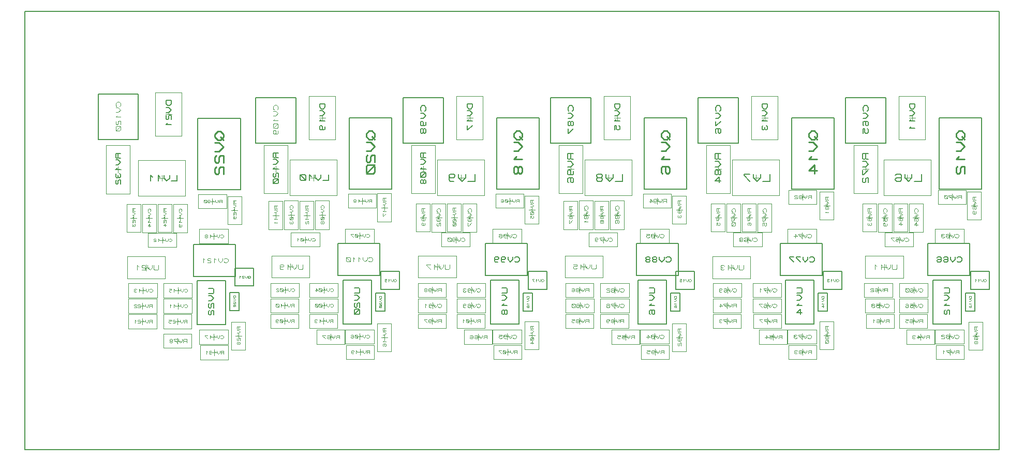
<source format=gbr>
G04 PROTEUS RS274X GERBER FILE*
%FSLAX45Y45*%
%MOMM*%
G01*
%ADD39C,0.203200*%
%ADD115C,0.061970*%
%ADD105C,0.233420*%
%ADD85C,0.050000*%
%ADD116C,0.143000*%
%ADD107C,0.059690*%
%ADD86C,0.193750*%
%ADD117C,0.155000*%
%ADD102C,0.149860*%
%ADD118C,0.124880*%
%ADD119C,0.125000*%
%ADD106C,0.144780*%
%ADD120C,0.132500*%
%ADD103C,0.159000*%
%ADD104C,0.137160*%
%ADD101C,0.095000*%
%ADD121C,0.114300*%
%ADD122C,0.079160*%
%ADD100C,0.093000*%
%ADD123C,0.077500*%
D39*
X-7429500Y-4254500D02*
X+8509000Y-4254500D01*
X+8509000Y+2921000D01*
X-7429500Y+2921000D01*
X-7429500Y-4254500D01*
X+8041640Y-1630680D02*
X+8351520Y-1630680D01*
X+8351520Y-1338580D01*
X+8041640Y-1338580D01*
X+8041640Y-1630680D01*
D115*
X+8295740Y-1478433D02*
X+8283345Y-1466038D01*
X+8270950Y-1466038D01*
X+8258555Y-1478433D01*
X+8258555Y-1490828D01*
X+8270950Y-1503223D01*
X+8283345Y-1503223D01*
X+8295740Y-1490828D01*
X+8295740Y-1478433D01*
X+8270950Y-1490828D02*
X+8258555Y-1503223D01*
X+8246160Y-1466038D02*
X+8246160Y-1484630D01*
X+8227568Y-1503223D01*
X+8208975Y-1484630D01*
X+8208975Y-1466038D01*
X+8184185Y-1478433D02*
X+8171790Y-1466038D01*
X+8171790Y-1503223D01*
X+8134605Y-1478433D02*
X+8122210Y-1466038D01*
X+8122210Y-1503223D01*
D39*
X+7524750Y+7620D02*
X+8223250Y+7620D01*
X+8223250Y+1174750D01*
X+7524750Y+1174750D01*
X+7524750Y+7620D01*
D105*
X+7850658Y+964665D02*
X+7803973Y+917980D01*
X+7803973Y+871295D01*
X+7850658Y+824610D01*
X+7897343Y+824610D01*
X+7944028Y+871295D01*
X+7944028Y+917980D01*
X+7897343Y+964665D01*
X+7850658Y+964665D01*
X+7897343Y+871295D02*
X+7944028Y+824610D01*
X+7803973Y+777925D02*
X+7874000Y+777925D01*
X+7944028Y+707898D01*
X+7874000Y+637870D01*
X+7803973Y+637870D01*
X+7850658Y+544500D02*
X+7803973Y+497815D01*
X+7944028Y+497815D01*
X+7827315Y+381103D02*
X+7803973Y+357760D01*
X+7803973Y+287733D01*
X+7827315Y+264390D01*
X+7850658Y+264390D01*
X+7874000Y+287733D01*
X+7874000Y+357760D01*
X+7897343Y+381103D01*
X+7944028Y+381103D01*
X+7944028Y+264390D01*
D39*
X+5628640Y-1630680D02*
X+5938520Y-1630680D01*
X+5938520Y-1338580D01*
X+5628640Y-1338580D01*
X+5628640Y-1630680D01*
D115*
X+5882740Y-1478433D02*
X+5870345Y-1466038D01*
X+5857950Y-1466038D01*
X+5845555Y-1478433D01*
X+5845555Y-1490828D01*
X+5857950Y-1503223D01*
X+5870345Y-1503223D01*
X+5882740Y-1490828D01*
X+5882740Y-1478433D01*
X+5857950Y-1490828D02*
X+5845555Y-1503223D01*
X+5833160Y-1466038D02*
X+5833160Y-1484630D01*
X+5814568Y-1503223D01*
X+5795975Y-1484630D01*
X+5795975Y-1466038D01*
X+5771185Y-1478433D02*
X+5758790Y-1466038D01*
X+5758790Y-1503223D01*
X+5727803Y-1472235D02*
X+5721605Y-1466038D01*
X+5703013Y-1466038D01*
X+5696815Y-1472235D01*
X+5696815Y-1478433D01*
X+5703013Y-1484630D01*
X+5696815Y-1490828D01*
X+5696815Y-1497026D01*
X+5703013Y-1503223D01*
X+5721605Y-1503223D01*
X+5727803Y-1497026D01*
X+5715408Y-1484630D02*
X+5703013Y-1484630D01*
D39*
X+5111750Y+7620D02*
X+5810250Y+7620D01*
X+5810250Y+1174750D01*
X+5111750Y+1174750D01*
X+5111750Y+7620D01*
D105*
X+5437658Y+964665D02*
X+5390973Y+917980D01*
X+5390973Y+871295D01*
X+5437658Y+824610D01*
X+5484343Y+824610D01*
X+5531028Y+871295D01*
X+5531028Y+917980D01*
X+5484343Y+964665D01*
X+5437658Y+964665D01*
X+5484343Y+871295D02*
X+5531028Y+824610D01*
X+5390973Y+777925D02*
X+5461000Y+777925D01*
X+5531028Y+707898D01*
X+5461000Y+637870D01*
X+5390973Y+637870D01*
X+5437658Y+544500D02*
X+5390973Y+497815D01*
X+5531028Y+497815D01*
X+5484343Y+264390D02*
X+5484343Y+404445D01*
X+5390973Y+311075D01*
X+5531028Y+311075D01*
D39*
X+3215640Y-1630680D02*
X+3525520Y-1630680D01*
X+3525520Y-1338580D01*
X+3215640Y-1338580D01*
X+3215640Y-1630680D01*
D115*
X+3469740Y-1478433D02*
X+3457345Y-1466038D01*
X+3444950Y-1466038D01*
X+3432555Y-1478433D01*
X+3432555Y-1490828D01*
X+3444950Y-1503223D01*
X+3457345Y-1503223D01*
X+3469740Y-1490828D01*
X+3469740Y-1478433D01*
X+3444950Y-1490828D02*
X+3432555Y-1503223D01*
X+3420160Y-1466038D02*
X+3420160Y-1484630D01*
X+3401568Y-1503223D01*
X+3382975Y-1484630D01*
X+3382975Y-1466038D01*
X+3358185Y-1478433D02*
X+3345790Y-1466038D01*
X+3345790Y-1503223D01*
X+3283815Y-1466038D02*
X+3314803Y-1466038D01*
X+3314803Y-1478433D01*
X+3290013Y-1478433D01*
X+3283815Y-1484630D01*
X+3283815Y-1497026D01*
X+3290013Y-1503223D01*
X+3308605Y-1503223D01*
X+3314803Y-1497026D01*
D39*
X+2698750Y+7620D02*
X+3397250Y+7620D01*
X+3397250Y+1174750D01*
X+2698750Y+1174750D01*
X+2698750Y+7620D01*
D105*
X+3024658Y+964665D02*
X+2977973Y+917980D01*
X+2977973Y+871295D01*
X+3024658Y+824610D01*
X+3071343Y+824610D01*
X+3118028Y+871295D01*
X+3118028Y+917980D01*
X+3071343Y+964665D01*
X+3024658Y+964665D01*
X+3071343Y+871295D02*
X+3118028Y+824610D01*
X+2977973Y+777925D02*
X+3048000Y+777925D01*
X+3118028Y+707898D01*
X+3048000Y+637870D01*
X+2977973Y+637870D01*
X+3024658Y+544500D02*
X+2977973Y+497815D01*
X+3118028Y+497815D01*
X+3001315Y+264390D02*
X+2977973Y+287733D01*
X+2977973Y+357760D01*
X+3001315Y+381103D01*
X+3094686Y+381103D01*
X+3118028Y+357760D01*
X+3118028Y+287733D01*
X+3094686Y+264390D01*
X+3071343Y+264390D01*
X+3048000Y+287733D01*
X+3048000Y+381103D01*
D39*
X+802640Y-1630680D02*
X+1112520Y-1630680D01*
X+1112520Y-1338580D01*
X+802640Y-1338580D01*
X+802640Y-1630680D01*
D115*
X+1056740Y-1478433D02*
X+1044345Y-1466038D01*
X+1031950Y-1466038D01*
X+1019555Y-1478433D01*
X+1019555Y-1490828D01*
X+1031950Y-1503223D01*
X+1044345Y-1503223D01*
X+1056740Y-1490828D01*
X+1056740Y-1478433D01*
X+1031950Y-1490828D02*
X+1019555Y-1503223D01*
X+1007160Y-1466038D02*
X+1007160Y-1484630D01*
X+988568Y-1503223D01*
X+969975Y-1484630D01*
X+969975Y-1466038D01*
X+945185Y-1478433D02*
X+932790Y-1466038D01*
X+932790Y-1503223D01*
X+901803Y-1466038D02*
X+870815Y-1466038D01*
X+870815Y-1472235D01*
X+901803Y-1503223D01*
D39*
X+285750Y+7620D02*
X+984250Y+7620D01*
X+984250Y+1174750D01*
X+285750Y+1174750D01*
X+285750Y+7620D01*
D105*
X+611658Y+964665D02*
X+564973Y+917980D01*
X+564973Y+871295D01*
X+611658Y+824610D01*
X+658343Y+824610D01*
X+705028Y+871295D01*
X+705028Y+917980D01*
X+658343Y+964665D01*
X+611658Y+964665D01*
X+658343Y+871295D02*
X+705028Y+824610D01*
X+564973Y+777925D02*
X+635000Y+777925D01*
X+705028Y+707898D01*
X+635000Y+637870D01*
X+564973Y+637870D01*
X+611658Y+544500D02*
X+564973Y+497815D01*
X+705028Y+497815D01*
X+635000Y+357760D02*
X+611658Y+381103D01*
X+588315Y+381103D01*
X+564973Y+357760D01*
X+564973Y+287733D01*
X+588315Y+264390D01*
X+611658Y+264390D01*
X+635000Y+287733D01*
X+635000Y+357760D01*
X+658343Y+381103D01*
X+681686Y+381103D01*
X+705028Y+357760D01*
X+705028Y+287733D01*
X+681686Y+264390D01*
X+658343Y+264390D01*
X+635000Y+287733D01*
D39*
X-1610360Y-1630680D02*
X-1300480Y-1630680D01*
X-1300480Y-1338580D01*
X-1610360Y-1338580D01*
X-1610360Y-1630680D01*
D115*
X-1356260Y-1478433D02*
X-1368655Y-1466038D01*
X-1381050Y-1466038D01*
X-1393445Y-1478433D01*
X-1393445Y-1490828D01*
X-1381050Y-1503223D01*
X-1368655Y-1503223D01*
X-1356260Y-1490828D01*
X-1356260Y-1478433D01*
X-1381050Y-1490828D02*
X-1393445Y-1503223D01*
X-1405840Y-1466038D02*
X-1405840Y-1484630D01*
X-1424432Y-1503223D01*
X-1443025Y-1484630D01*
X-1443025Y-1466038D01*
X-1467815Y-1478433D02*
X-1480210Y-1466038D01*
X-1480210Y-1503223D01*
X-1542185Y-1478433D02*
X-1535987Y-1484630D01*
X-1517395Y-1484630D01*
X-1511197Y-1478433D01*
X-1511197Y-1472235D01*
X-1517395Y-1466038D01*
X-1535987Y-1466038D01*
X-1542185Y-1472235D01*
X-1542185Y-1497026D01*
X-1535987Y-1503223D01*
X-1517395Y-1503223D01*
D39*
X-2127250Y+7620D02*
X-1428750Y+7620D01*
X-1428750Y+1174750D01*
X-2127250Y+1174750D01*
X-2127250Y+7620D01*
D105*
X-1801342Y+964665D02*
X-1848027Y+917980D01*
X-1848027Y+871295D01*
X-1801342Y+824610D01*
X-1754657Y+824610D01*
X-1707972Y+871295D01*
X-1707972Y+917980D01*
X-1754657Y+964665D01*
X-1801342Y+964665D01*
X-1754657Y+871295D02*
X-1707972Y+824610D01*
X-1848027Y+777925D02*
X-1778000Y+777925D01*
X-1707972Y+707898D01*
X-1778000Y+637870D01*
X-1848027Y+637870D01*
X-1824685Y+567843D02*
X-1848027Y+544500D01*
X-1848027Y+474473D01*
X-1824685Y+451130D01*
X-1801342Y+451130D01*
X-1778000Y+474473D01*
X-1778000Y+544500D01*
X-1754657Y+567843D01*
X-1707972Y+567843D01*
X-1707972Y+451130D01*
X-1731314Y+404445D02*
X-1824685Y+404445D01*
X-1848027Y+381103D01*
X-1848027Y+287733D01*
X-1824685Y+264390D01*
X-1731314Y+264390D01*
X-1707972Y+287733D01*
X-1707972Y+381103D01*
X-1731314Y+404445D01*
X-1707972Y+404445D02*
X-1848027Y+264390D01*
D85*
X+6871600Y+824620D02*
X+6871600Y+1534620D01*
X+7301600Y+1534620D01*
X+7301600Y+824620D01*
X+6871600Y+824620D01*
X+7136600Y+1179620D02*
X+7036600Y+1179620D01*
X+7086600Y+1229620D02*
X+7086600Y+1129620D01*
D116*
X+7129500Y+1408420D02*
X+7043700Y+1408420D01*
X+7043700Y+1351220D01*
X+7072300Y+1322620D01*
X+7100900Y+1322620D01*
X+7129500Y+1351220D01*
X+7129500Y+1408420D01*
X+7043700Y+1294020D02*
X+7086600Y+1294020D01*
X+7129500Y+1251120D01*
X+7086600Y+1208220D01*
X+7043700Y+1208220D01*
X+7072300Y+1151020D02*
X+7043700Y+1122420D01*
X+7129500Y+1122420D01*
X+7072300Y+1036620D02*
X+7043700Y+1008020D01*
X+7129500Y+1008020D01*
D39*
X+7964020Y-1992630D02*
X+8114180Y-1992630D01*
X+8114180Y-1694180D01*
X+7964020Y-1694180D01*
X+7964020Y-1992630D01*
D107*
X+8057007Y-1747901D02*
X+8021193Y-1747901D01*
X+8021193Y-1771777D01*
X+8033131Y-1783715D01*
X+8045069Y-1783715D01*
X+8057007Y-1771777D01*
X+8057007Y-1747901D01*
X+8021193Y-1795653D02*
X+8039100Y-1795653D01*
X+8057007Y-1813560D01*
X+8039100Y-1831467D01*
X+8021193Y-1831467D01*
X+8033131Y-1855343D02*
X+8021193Y-1867281D01*
X+8057007Y-1867281D01*
X+8027162Y-1897126D02*
X+8021193Y-1903095D01*
X+8021193Y-1921002D01*
X+8027162Y-1926971D01*
X+8033131Y-1926971D01*
X+8039100Y-1921002D01*
X+8039100Y-1903095D01*
X+8045069Y-1897126D01*
X+8057007Y-1897126D01*
X+8057007Y-1926971D01*
D85*
X+4458600Y+824620D02*
X+4458600Y+1534620D01*
X+4888600Y+1534620D01*
X+4888600Y+824620D01*
X+4458600Y+824620D01*
X+4723600Y+1179620D02*
X+4623600Y+1179620D01*
X+4673600Y+1229620D02*
X+4673600Y+1129620D01*
D116*
X+4716500Y+1408420D02*
X+4630700Y+1408420D01*
X+4630700Y+1351220D01*
X+4659300Y+1322620D01*
X+4687900Y+1322620D01*
X+4716500Y+1351220D01*
X+4716500Y+1408420D01*
X+4630700Y+1294020D02*
X+4673600Y+1294020D01*
X+4716500Y+1251120D01*
X+4673600Y+1208220D01*
X+4630700Y+1208220D01*
X+4659300Y+1151020D02*
X+4630700Y+1122420D01*
X+4716500Y+1122420D01*
X+4645000Y+1050920D02*
X+4630700Y+1036620D01*
X+4630700Y+993720D01*
X+4645000Y+979420D01*
X+4659300Y+979420D01*
X+4673600Y+993720D01*
X+4687900Y+979420D01*
X+4702200Y+979420D01*
X+4716500Y+993720D01*
X+4716500Y+1036620D01*
X+4702200Y+1050920D01*
X+4673600Y+1022320D02*
X+4673600Y+993720D01*
D39*
X+5551020Y-1992630D02*
X+5701180Y-1992630D01*
X+5701180Y-1694180D01*
X+5551020Y-1694180D01*
X+5551020Y-1992630D01*
D107*
X+5644007Y-1747901D02*
X+5608193Y-1747901D01*
X+5608193Y-1771777D01*
X+5620131Y-1783715D01*
X+5632069Y-1783715D01*
X+5644007Y-1771777D01*
X+5644007Y-1747901D01*
X+5608193Y-1795653D02*
X+5626100Y-1795653D01*
X+5644007Y-1813560D01*
X+5626100Y-1831467D01*
X+5608193Y-1831467D01*
X+5620131Y-1855343D02*
X+5608193Y-1867281D01*
X+5644007Y-1867281D01*
X+5632069Y-1926971D02*
X+5632069Y-1891157D01*
X+5608193Y-1915033D01*
X+5644007Y-1915033D01*
D85*
X+2045600Y+824620D02*
X+2045600Y+1534620D01*
X+2475600Y+1534620D01*
X+2475600Y+824620D01*
X+2045600Y+824620D01*
X+2310600Y+1179620D02*
X+2210600Y+1179620D01*
X+2260600Y+1229620D02*
X+2260600Y+1129620D01*
D116*
X+2303500Y+1408420D02*
X+2217700Y+1408420D01*
X+2217700Y+1351220D01*
X+2246300Y+1322620D01*
X+2274900Y+1322620D01*
X+2303500Y+1351220D01*
X+2303500Y+1408420D01*
X+2217700Y+1294020D02*
X+2260600Y+1294020D01*
X+2303500Y+1251120D01*
X+2260600Y+1208220D01*
X+2217700Y+1208220D01*
X+2246300Y+1151020D02*
X+2217700Y+1122420D01*
X+2303500Y+1122420D01*
X+2217700Y+979420D02*
X+2217700Y+1050920D01*
X+2246300Y+1050920D01*
X+2246300Y+993720D01*
X+2260600Y+979420D01*
X+2289200Y+979420D01*
X+2303500Y+993720D01*
X+2303500Y+1036620D01*
X+2289200Y+1050920D01*
D39*
X+3138020Y-1992630D02*
X+3288180Y-1992630D01*
X+3288180Y-1694180D01*
X+3138020Y-1694180D01*
X+3138020Y-1992630D01*
D107*
X+3231007Y-1747901D02*
X+3195193Y-1747901D01*
X+3195193Y-1771777D01*
X+3207131Y-1783715D01*
X+3219069Y-1783715D01*
X+3231007Y-1771777D01*
X+3231007Y-1747901D01*
X+3195193Y-1795653D02*
X+3213100Y-1795653D01*
X+3231007Y-1813560D01*
X+3213100Y-1831467D01*
X+3195193Y-1831467D01*
X+3207131Y-1855343D02*
X+3195193Y-1867281D01*
X+3231007Y-1867281D01*
X+3201162Y-1926971D02*
X+3195193Y-1921002D01*
X+3195193Y-1903095D01*
X+3201162Y-1897126D01*
X+3225038Y-1897126D01*
X+3231007Y-1903095D01*
X+3231007Y-1921002D01*
X+3225038Y-1926971D01*
X+3219069Y-1926971D01*
X+3213100Y-1921002D01*
X+3213100Y-1897126D01*
D85*
X-367400Y+824620D02*
X-367400Y+1534620D01*
X+62600Y+1534620D01*
X+62600Y+824620D01*
X-367400Y+824620D01*
X-102400Y+1179620D02*
X-202400Y+1179620D01*
X-152400Y+1229620D02*
X-152400Y+1129620D01*
D116*
X-109500Y+1408420D02*
X-195300Y+1408420D01*
X-195300Y+1351220D01*
X-166700Y+1322620D01*
X-138100Y+1322620D01*
X-109500Y+1351220D01*
X-109500Y+1408420D01*
X-195300Y+1294020D02*
X-152400Y+1294020D01*
X-109500Y+1251120D01*
X-152400Y+1208220D01*
X-195300Y+1208220D01*
X-166700Y+1151020D02*
X-195300Y+1122420D01*
X-109500Y+1122420D01*
X-195300Y+1050920D02*
X-195300Y+979420D01*
X-181000Y+979420D01*
X-109500Y+1050920D01*
D39*
X+725020Y-1992630D02*
X+875180Y-1992630D01*
X+875180Y-1694180D01*
X+725020Y-1694180D01*
X+725020Y-1992630D01*
D107*
X+818007Y-1747901D02*
X+782193Y-1747901D01*
X+782193Y-1771777D01*
X+794131Y-1783715D01*
X+806069Y-1783715D01*
X+818007Y-1771777D01*
X+818007Y-1747901D01*
X+782193Y-1795653D02*
X+800100Y-1795653D01*
X+818007Y-1813560D01*
X+800100Y-1831467D01*
X+782193Y-1831467D01*
X+794131Y-1855343D02*
X+782193Y-1867281D01*
X+818007Y-1867281D01*
X+800100Y-1903095D02*
X+794131Y-1897126D01*
X+788162Y-1897126D01*
X+782193Y-1903095D01*
X+782193Y-1921002D01*
X+788162Y-1926971D01*
X+794131Y-1926971D01*
X+800100Y-1921002D01*
X+800100Y-1903095D01*
X+806069Y-1897126D01*
X+812038Y-1897126D01*
X+818007Y-1903095D01*
X+818007Y-1921002D01*
X+812038Y-1926971D01*
X+806069Y-1926971D01*
X+800100Y-1921002D01*
D85*
X-2780400Y+824620D02*
X-2780400Y+1534620D01*
X-2350400Y+1534620D01*
X-2350400Y+824620D01*
X-2780400Y+824620D01*
X-2515400Y+1179620D02*
X-2615400Y+1179620D01*
X-2565400Y+1229620D02*
X-2565400Y+1129620D01*
D116*
X-2522500Y+1408420D02*
X-2608300Y+1408420D01*
X-2608300Y+1351220D01*
X-2579700Y+1322620D01*
X-2551100Y+1322620D01*
X-2522500Y+1351220D01*
X-2522500Y+1408420D01*
X-2608300Y+1294020D02*
X-2565400Y+1294020D01*
X-2522500Y+1251120D01*
X-2565400Y+1208220D01*
X-2608300Y+1208220D01*
X-2579700Y+1151020D02*
X-2608300Y+1122420D01*
X-2522500Y+1122420D01*
X-2579700Y+979420D02*
X-2565400Y+993720D01*
X-2565400Y+1036620D01*
X-2579700Y+1050920D01*
X-2594000Y+1050920D01*
X-2608300Y+1036620D01*
X-2608300Y+993720D01*
X-2594000Y+979420D01*
X-2536800Y+979420D01*
X-2522500Y+993720D01*
X-2522500Y+1036620D01*
D39*
X-1687980Y-1992630D02*
X-1537820Y-1992630D01*
X-1537820Y-1694180D01*
X-1687980Y-1694180D01*
X-1687980Y-1992630D01*
D107*
X-1594993Y-1747901D02*
X-1630807Y-1747901D01*
X-1630807Y-1771777D01*
X-1618869Y-1783715D01*
X-1606931Y-1783715D01*
X-1594993Y-1771777D01*
X-1594993Y-1747901D01*
X-1630807Y-1795653D02*
X-1612900Y-1795653D01*
X-1594993Y-1813560D01*
X-1612900Y-1831467D01*
X-1630807Y-1831467D01*
X-1624838Y-1849374D02*
X-1630807Y-1855343D01*
X-1630807Y-1873250D01*
X-1624838Y-1879219D01*
X-1618869Y-1879219D01*
X-1612900Y-1873250D01*
X-1612900Y-1855343D01*
X-1606931Y-1849374D01*
X-1594993Y-1849374D01*
X-1594993Y-1879219D01*
X-1600962Y-1891157D02*
X-1624838Y-1891157D01*
X-1630807Y-1897126D01*
X-1630807Y-1921002D01*
X-1624838Y-1926971D01*
X-1600962Y-1926971D01*
X-1594993Y-1921002D01*
X-1594993Y-1897126D01*
X-1600962Y-1891157D01*
X-1594993Y-1891157D02*
X-1630807Y-1926971D01*
D85*
X+6620600Y+488120D02*
X+7390600Y+488120D01*
X+7390600Y-91880D01*
X+6620600Y-91880D01*
X+6620600Y+488120D01*
X+7005600Y+148120D02*
X+7005600Y+248120D01*
X+7055600Y+198120D02*
X+6955600Y+198120D01*
D86*
X+7238100Y+256245D02*
X+7238100Y+139995D01*
X+7121850Y+139995D01*
X+7083100Y+256245D02*
X+7083100Y+198120D01*
X+7024975Y+139995D01*
X+6966850Y+198120D01*
X+6966850Y+256245D01*
X+6811850Y+236870D02*
X+6831225Y+256245D01*
X+6889350Y+256245D01*
X+6908725Y+236870D01*
X+6908725Y+159370D01*
X+6889350Y+139995D01*
X+6831225Y+139995D01*
X+6811850Y+159370D01*
X+6811850Y+178745D01*
X+6831225Y+198120D01*
X+6908725Y+198120D01*
D85*
X+4144100Y+488120D02*
X+4914100Y+488120D01*
X+4914100Y-91880D01*
X+4144100Y-91880D01*
X+4144100Y+488120D01*
X+4529100Y+148120D02*
X+4529100Y+248120D01*
X+4579100Y+198120D02*
X+4479100Y+198120D01*
D86*
X+4761600Y+256245D02*
X+4761600Y+139995D01*
X+4645350Y+139995D01*
X+4606600Y+256245D02*
X+4606600Y+198120D01*
X+4548475Y+139995D01*
X+4490350Y+198120D01*
X+4490350Y+256245D01*
X+4432225Y+256245D02*
X+4335350Y+256245D01*
X+4335350Y+236870D01*
X+4432225Y+139995D01*
D85*
X+1731100Y+488120D02*
X+2501100Y+488120D01*
X+2501100Y-91880D01*
X+1731100Y-91880D01*
X+1731100Y+488120D01*
X+2116100Y+148120D02*
X+2116100Y+248120D01*
X+2166100Y+198120D02*
X+2066100Y+198120D01*
D86*
X+2348600Y+256245D02*
X+2348600Y+139995D01*
X+2232350Y+139995D01*
X+2193600Y+256245D02*
X+2193600Y+198120D01*
X+2135475Y+139995D01*
X+2077350Y+198120D01*
X+2077350Y+256245D01*
X+1999850Y+198120D02*
X+2019225Y+217495D01*
X+2019225Y+236870D01*
X+1999850Y+256245D01*
X+1941725Y+256245D01*
X+1922350Y+236870D01*
X+1922350Y+217495D01*
X+1941725Y+198120D01*
X+1999850Y+198120D01*
X+2019225Y+178745D01*
X+2019225Y+159370D01*
X+1999850Y+139995D01*
X+1941725Y+139995D01*
X+1922350Y+159370D01*
X+1922350Y+178745D01*
X+1941725Y+198120D01*
D85*
X-681900Y+488120D02*
X+88100Y+488120D01*
X+88100Y-91880D01*
X-681900Y-91880D01*
X-681900Y+488120D01*
X-296900Y+148120D02*
X-296900Y+248120D01*
X-246900Y+198120D02*
X-346900Y+198120D01*
D86*
X-64400Y+256245D02*
X-64400Y+139995D01*
X-180650Y+139995D01*
X-219400Y+256245D02*
X-219400Y+198120D01*
X-277525Y+139995D01*
X-335650Y+198120D01*
X-335650Y+256245D01*
X-490650Y+217495D02*
X-471275Y+198120D01*
X-413150Y+198120D01*
X-393775Y+217495D01*
X-393775Y+236870D01*
X-413150Y+256245D01*
X-471275Y+256245D01*
X-490650Y+236870D01*
X-490650Y+159370D01*
X-471275Y+139995D01*
X-413150Y+139995D01*
D85*
X-3094900Y+488120D02*
X-2324900Y+488120D01*
X-2324900Y-91880D01*
X-3094900Y-91880D01*
X-3094900Y+488120D01*
X-2709900Y+148120D02*
X-2709900Y+248120D01*
X-2659900Y+198120D02*
X-2759900Y+198120D01*
D117*
X-2461900Y+244620D02*
X-2461900Y+151620D01*
X-2554900Y+151620D01*
X-2585900Y+244620D02*
X-2585900Y+198120D01*
X-2632400Y+151620D01*
X-2678900Y+198120D01*
X-2678900Y+244620D01*
X-2740900Y+213620D02*
X-2771900Y+244620D01*
X-2771900Y+151620D01*
X-2833900Y+167120D02*
X-2833900Y+229120D01*
X-2849400Y+244620D01*
X-2911400Y+244620D01*
X-2926900Y+229120D01*
X-2926900Y+167120D01*
X-2911400Y+151620D01*
X-2849400Y+151620D01*
X-2833900Y+167120D01*
X-2833900Y+151620D02*
X-2926900Y+244620D01*
D39*
X+5996940Y+762220D02*
X+6652260Y+762220D01*
X+6652260Y+1511520D01*
X+5996940Y+1511520D01*
X+5996940Y+762220D01*
D102*
X+6354572Y+1286730D02*
X+6369558Y+1301716D01*
X+6369558Y+1346674D01*
X+6339586Y+1376646D01*
X+6309614Y+1376646D01*
X+6279642Y+1346674D01*
X+6279642Y+1301716D01*
X+6294628Y+1286730D01*
X+6279642Y+1256758D02*
X+6324600Y+1256758D01*
X+6369558Y+1211800D01*
X+6324600Y+1166842D01*
X+6279642Y+1166842D01*
X+6294628Y+1046954D02*
X+6279642Y+1061940D01*
X+6279642Y+1106898D01*
X+6294628Y+1121884D01*
X+6354572Y+1121884D01*
X+6369558Y+1106898D01*
X+6369558Y+1061940D01*
X+6354572Y+1046954D01*
X+6339586Y+1046954D01*
X+6324600Y+1061940D01*
X+6324600Y+1121884D01*
X+6279642Y+927066D02*
X+6279642Y+1001996D01*
X+6309614Y+1001996D01*
X+6309614Y+942052D01*
X+6324600Y+927066D01*
X+6354572Y+927066D01*
X+6369558Y+942052D01*
X+6369558Y+987010D01*
X+6354572Y+1001996D01*
D39*
X+3583940Y+762220D02*
X+4239260Y+762220D01*
X+4239260Y+1511520D01*
X+3583940Y+1511520D01*
X+3583940Y+762220D01*
D102*
X+3941572Y+1286730D02*
X+3956558Y+1301716D01*
X+3956558Y+1346674D01*
X+3926586Y+1376646D01*
X+3896614Y+1376646D01*
X+3866642Y+1346674D01*
X+3866642Y+1301716D01*
X+3881628Y+1286730D01*
X+3866642Y+1256758D02*
X+3911600Y+1256758D01*
X+3956558Y+1211800D01*
X+3911600Y+1166842D01*
X+3866642Y+1166842D01*
X+3866642Y+1121884D02*
X+3866642Y+1046954D01*
X+3881628Y+1046954D01*
X+3956558Y+1121884D01*
X+3881628Y+927066D02*
X+3866642Y+942052D01*
X+3866642Y+987010D01*
X+3881628Y+1001996D01*
X+3941572Y+1001996D01*
X+3956558Y+987010D01*
X+3956558Y+942052D01*
X+3941572Y+927066D01*
X+3926586Y+927066D01*
X+3911600Y+942052D01*
X+3911600Y+1001996D01*
D39*
X+1170940Y+762220D02*
X+1826260Y+762220D01*
X+1826260Y+1511520D01*
X+1170940Y+1511520D01*
X+1170940Y+762220D01*
D102*
X+1528572Y+1286730D02*
X+1543558Y+1301716D01*
X+1543558Y+1346674D01*
X+1513586Y+1376646D01*
X+1483614Y+1376646D01*
X+1453642Y+1346674D01*
X+1453642Y+1301716D01*
X+1468628Y+1286730D01*
X+1453642Y+1256758D02*
X+1498600Y+1256758D01*
X+1543558Y+1211800D01*
X+1498600Y+1166842D01*
X+1453642Y+1166842D01*
X+1498600Y+1106898D02*
X+1483614Y+1121884D01*
X+1468628Y+1121884D01*
X+1453642Y+1106898D01*
X+1453642Y+1061940D01*
X+1468628Y+1046954D01*
X+1483614Y+1046954D01*
X+1498600Y+1061940D01*
X+1498600Y+1106898D01*
X+1513586Y+1121884D01*
X+1528572Y+1121884D01*
X+1543558Y+1106898D01*
X+1543558Y+1061940D01*
X+1528572Y+1046954D01*
X+1513586Y+1046954D01*
X+1498600Y+1061940D01*
X+1453642Y+1001996D02*
X+1453642Y+927066D01*
X+1468628Y+927066D01*
X+1543558Y+1001996D01*
D39*
X-1242060Y+762220D02*
X-586740Y+762220D01*
X-586740Y+1511520D01*
X-1242060Y+1511520D01*
X-1242060Y+762220D01*
D102*
X-884428Y+1286730D02*
X-869442Y+1301716D01*
X-869442Y+1346674D01*
X-899414Y+1376646D01*
X-929386Y+1376646D01*
X-959358Y+1346674D01*
X-959358Y+1301716D01*
X-944372Y+1286730D01*
X-959358Y+1256758D02*
X-914400Y+1256758D01*
X-869442Y+1211800D01*
X-914400Y+1166842D01*
X-959358Y+1166842D01*
X-929386Y+1046954D02*
X-914400Y+1061940D01*
X-914400Y+1106898D01*
X-929386Y+1121884D01*
X-944372Y+1121884D01*
X-959358Y+1106898D01*
X-959358Y+1061940D01*
X-944372Y+1046954D01*
X-884428Y+1046954D01*
X-869442Y+1061940D01*
X-869442Y+1106898D01*
X-914400Y+987010D02*
X-929386Y+1001996D01*
X-944372Y+1001996D01*
X-959358Y+987010D01*
X-959358Y+942052D01*
X-944372Y+927066D01*
X-929386Y+927066D01*
X-914400Y+942052D01*
X-914400Y+987010D01*
X-899414Y+1001996D01*
X-884428Y+1001996D01*
X-869442Y+987010D01*
X-869442Y+942052D01*
X-884428Y+927066D01*
X-899414Y+927066D01*
X-914400Y+942052D01*
D39*
X-3655060Y+762220D02*
X-2999740Y+762220D01*
X-2999740Y+1511520D01*
X-3655060Y+1511520D01*
X-3655060Y+762220D01*
D118*
X-3302423Y+1311706D02*
X-3289935Y+1324194D01*
X-3289935Y+1361659D01*
X-3314912Y+1386635D01*
X-3339888Y+1386635D01*
X-3364865Y+1361659D01*
X-3364865Y+1324194D01*
X-3352377Y+1311706D01*
X-3364865Y+1286729D02*
X-3327400Y+1286729D01*
X-3289935Y+1249265D01*
X-3327400Y+1211800D01*
X-3364865Y+1211800D01*
X-3339888Y+1161847D02*
X-3364865Y+1136870D01*
X-3289935Y+1136870D01*
X-3302423Y+1086917D02*
X-3352377Y+1086917D01*
X-3364865Y+1074429D01*
X-3364865Y+1024476D01*
X-3352377Y+1011988D01*
X-3302423Y+1011988D01*
X-3289935Y+1024476D01*
X-3289935Y+1074429D01*
X-3302423Y+1086917D01*
X-3289935Y+1086917D02*
X-3364865Y+1011988D01*
X-3339888Y+912082D02*
X-3327400Y+924570D01*
X-3327400Y+962035D01*
X-3339888Y+974523D01*
X-3352377Y+974523D01*
X-3364865Y+962035D01*
X-3364865Y+924570D01*
X-3352377Y+912082D01*
X-3302423Y+912082D01*
X-3289935Y+924570D01*
X-3289935Y+962035D01*
D85*
X+6940300Y-1445900D02*
X+6320300Y-1445900D01*
X+6320300Y-1085900D01*
X+6940300Y-1085900D01*
X+6940300Y-1445900D01*
X+6630300Y-1215900D02*
X+6630300Y-1315900D01*
X+6580300Y-1265900D02*
X+6680300Y-1265900D01*
D119*
X+6830300Y-1228400D02*
X+6830300Y-1290900D01*
X+6817800Y-1303400D01*
X+6767800Y-1303400D01*
X+6755300Y-1290900D01*
X+6755300Y-1228400D01*
X+6730300Y-1228400D02*
X+6730300Y-1265900D01*
X+6692800Y-1303400D01*
X+6655300Y-1265900D01*
X+6655300Y-1228400D01*
X+6605300Y-1253400D02*
X+6580300Y-1228400D01*
X+6580300Y-1303400D01*
X+6505300Y-1253400D02*
X+6480300Y-1228400D01*
X+6480300Y-1303400D01*
D39*
X+7424420Y-2202180D02*
X+7891780Y-2202180D01*
X+7891780Y-1478280D01*
X+7424420Y-1478280D01*
X+7424420Y-2202180D01*
D106*
X+7614666Y-1608582D02*
X+7687056Y-1608582D01*
X+7701534Y-1623060D01*
X+7701534Y-1680972D01*
X+7687056Y-1695450D01*
X+7614666Y-1695450D01*
X+7614666Y-1724406D02*
X+7658100Y-1724406D01*
X+7701534Y-1767840D01*
X+7658100Y-1811274D01*
X+7614666Y-1811274D01*
X+7643622Y-1869186D02*
X+7614666Y-1898142D01*
X+7701534Y-1898142D01*
X+7629144Y-1970532D02*
X+7614666Y-1985010D01*
X+7614666Y-2028444D01*
X+7629144Y-2042922D01*
X+7643622Y-2042922D01*
X+7658100Y-2028444D01*
X+7658100Y-1985010D01*
X+7672578Y-1970532D01*
X+7701534Y-1970532D01*
X+7701534Y-2042922D01*
D85*
X+4436600Y-1454100D02*
X+3816600Y-1454100D01*
X+3816600Y-1094100D01*
X+4436600Y-1094100D01*
X+4436600Y-1454100D01*
X+4126600Y-1224100D02*
X+4126600Y-1324100D01*
X+4076600Y-1274100D02*
X+4176600Y-1274100D01*
D119*
X+4326600Y-1236600D02*
X+4326600Y-1299100D01*
X+4314100Y-1311600D01*
X+4264100Y-1311600D01*
X+4251600Y-1299100D01*
X+4251600Y-1236600D01*
X+4226600Y-1236600D02*
X+4226600Y-1274100D01*
X+4189100Y-1311600D01*
X+4151600Y-1274100D01*
X+4151600Y-1236600D01*
X+4101600Y-1261600D02*
X+4076600Y-1236600D01*
X+4076600Y-1311600D01*
X+4014100Y-1249100D02*
X+4001600Y-1236600D01*
X+3964100Y-1236600D01*
X+3951600Y-1249100D01*
X+3951600Y-1261600D01*
X+3964100Y-1274100D01*
X+3951600Y-1286600D01*
X+3951600Y-1299100D01*
X+3964100Y-1311600D01*
X+4001600Y-1311600D01*
X+4014100Y-1299100D01*
X+3989100Y-1274100D02*
X+3964100Y-1274100D01*
D39*
X+5011420Y-2202180D02*
X+5478780Y-2202180D01*
X+5478780Y-1478280D01*
X+5011420Y-1478280D01*
X+5011420Y-2202180D01*
D106*
X+5201666Y-1608582D02*
X+5274056Y-1608582D01*
X+5288534Y-1623060D01*
X+5288534Y-1680972D01*
X+5274056Y-1695450D01*
X+5201666Y-1695450D01*
X+5201666Y-1724406D02*
X+5245100Y-1724406D01*
X+5288534Y-1767840D01*
X+5245100Y-1811274D01*
X+5201666Y-1811274D01*
X+5230622Y-1869186D02*
X+5201666Y-1898142D01*
X+5288534Y-1898142D01*
X+5259578Y-2042922D02*
X+5259578Y-1956054D01*
X+5201666Y-2013966D01*
X+5288534Y-2013966D01*
D85*
X+2023600Y-1441400D02*
X+1403600Y-1441400D01*
X+1403600Y-1081400D01*
X+2023600Y-1081400D01*
X+2023600Y-1441400D01*
X+1713600Y-1211400D02*
X+1713600Y-1311400D01*
X+1663600Y-1261400D02*
X+1763600Y-1261400D01*
D119*
X+1913600Y-1223900D02*
X+1913600Y-1286400D01*
X+1901100Y-1298900D01*
X+1851100Y-1298900D01*
X+1838600Y-1286400D01*
X+1838600Y-1223900D01*
X+1813600Y-1223900D02*
X+1813600Y-1261400D01*
X+1776100Y-1298900D01*
X+1738600Y-1261400D01*
X+1738600Y-1223900D01*
X+1688600Y-1248900D02*
X+1663600Y-1223900D01*
X+1663600Y-1298900D01*
X+1538600Y-1223900D02*
X+1601100Y-1223900D01*
X+1601100Y-1248900D01*
X+1551100Y-1248900D01*
X+1538600Y-1261400D01*
X+1538600Y-1286400D01*
X+1551100Y-1298900D01*
X+1588600Y-1298900D01*
X+1601100Y-1286400D01*
D39*
X+2598420Y-2202180D02*
X+3065780Y-2202180D01*
X+3065780Y-1478280D01*
X+2598420Y-1478280D01*
X+2598420Y-2202180D01*
D106*
X+2788666Y-1608582D02*
X+2861056Y-1608582D01*
X+2875534Y-1623060D01*
X+2875534Y-1680972D01*
X+2861056Y-1695450D01*
X+2788666Y-1695450D01*
X+2788666Y-1724406D02*
X+2832100Y-1724406D01*
X+2875534Y-1767840D01*
X+2832100Y-1811274D01*
X+2788666Y-1811274D01*
X+2817622Y-1869186D02*
X+2788666Y-1898142D01*
X+2875534Y-1898142D01*
X+2803144Y-2042922D02*
X+2788666Y-2028444D01*
X+2788666Y-1985010D01*
X+2803144Y-1970532D01*
X+2861056Y-1970532D01*
X+2875534Y-1985010D01*
X+2875534Y-2028444D01*
X+2861056Y-2042922D01*
X+2846578Y-2042922D01*
X+2832100Y-2028444D01*
X+2832100Y-1970532D01*
D85*
X-374900Y-1442900D02*
X-994900Y-1442900D01*
X-994900Y-1082900D01*
X-374900Y-1082900D01*
X-374900Y-1442900D01*
X-684900Y-1212900D02*
X-684900Y-1312900D01*
X-734900Y-1262900D02*
X-634900Y-1262900D01*
D119*
X-484900Y-1225400D02*
X-484900Y-1287900D01*
X-497400Y-1300400D01*
X-547400Y-1300400D01*
X-559900Y-1287900D01*
X-559900Y-1225400D01*
X-584900Y-1225400D02*
X-584900Y-1262900D01*
X-622400Y-1300400D01*
X-659900Y-1262900D01*
X-659900Y-1225400D01*
X-709900Y-1250400D02*
X-734900Y-1225400D01*
X-734900Y-1300400D01*
X-797400Y-1225400D02*
X-859900Y-1225400D01*
X-859900Y-1237900D01*
X-797400Y-1300400D01*
D39*
X+185420Y-2202180D02*
X+652780Y-2202180D01*
X+652780Y-1478280D01*
X+185420Y-1478280D01*
X+185420Y-2202180D01*
D106*
X+375666Y-1608582D02*
X+448056Y-1608582D01*
X+462534Y-1623060D01*
X+462534Y-1680972D01*
X+448056Y-1695450D01*
X+375666Y-1695450D01*
X+375666Y-1724406D02*
X+419100Y-1724406D01*
X+462534Y-1767840D01*
X+419100Y-1811274D01*
X+375666Y-1811274D01*
X+404622Y-1869186D02*
X+375666Y-1898142D01*
X+462534Y-1898142D01*
X+419100Y-1985010D02*
X+404622Y-1970532D01*
X+390144Y-1970532D01*
X+375666Y-1985010D01*
X+375666Y-2028444D01*
X+390144Y-2042922D01*
X+404622Y-2042922D01*
X+419100Y-2028444D01*
X+419100Y-1985010D01*
X+433578Y-1970532D01*
X+448056Y-1970532D01*
X+462534Y-1985010D01*
X+462534Y-2028444D01*
X+448056Y-2042922D01*
X+433578Y-2042922D01*
X+419100Y-2028444D01*
D85*
X-2775200Y-1442900D02*
X-3395200Y-1442900D01*
X-3395200Y-1082900D01*
X-2775200Y-1082900D01*
X-2775200Y-1442900D01*
X-3085200Y-1212900D02*
X-3085200Y-1312900D01*
X-3135200Y-1262900D02*
X-3035200Y-1262900D01*
D119*
X-2885200Y-1225400D02*
X-2885200Y-1287900D01*
X-2897700Y-1300400D01*
X-2947700Y-1300400D01*
X-2960200Y-1287900D01*
X-2960200Y-1225400D01*
X-2985200Y-1225400D02*
X-2985200Y-1262900D01*
X-3022700Y-1300400D01*
X-3060200Y-1262900D01*
X-3060200Y-1225400D01*
X-3110200Y-1250400D02*
X-3135200Y-1225400D01*
X-3135200Y-1300400D01*
X-3260200Y-1250400D02*
X-3247700Y-1262900D01*
X-3210200Y-1262900D01*
X-3197700Y-1250400D01*
X-3197700Y-1237900D01*
X-3210200Y-1225400D01*
X-3247700Y-1225400D01*
X-3260200Y-1237900D01*
X-3260200Y-1287900D01*
X-3247700Y-1300400D01*
X-3210200Y-1300400D01*
D39*
X-2227580Y-2202180D02*
X-1760220Y-2202180D01*
X-1760220Y-1478280D01*
X-2227580Y-1478280D01*
X-2227580Y-2202180D01*
D106*
X-2037334Y-1608582D02*
X-1964944Y-1608582D01*
X-1950466Y-1623060D01*
X-1950466Y-1680972D01*
X-1964944Y-1695450D01*
X-2037334Y-1695450D01*
X-2037334Y-1724406D02*
X-1993900Y-1724406D01*
X-1950466Y-1767840D01*
X-1993900Y-1811274D01*
X-2037334Y-1811274D01*
X-2022856Y-1854708D02*
X-2037334Y-1869186D01*
X-2037334Y-1912620D01*
X-2022856Y-1927098D01*
X-2008378Y-1927098D01*
X-1993900Y-1912620D01*
X-1993900Y-1869186D01*
X-1979422Y-1854708D01*
X-1950466Y-1854708D01*
X-1950466Y-1927098D01*
X-1964944Y-1956054D02*
X-2022856Y-1956054D01*
X-2037334Y-1970532D01*
X-2037334Y-2028444D01*
X-2022856Y-2042922D01*
X-1964944Y-2042922D01*
X-1950466Y-2028444D01*
X-1950466Y-1970532D01*
X-1964944Y-1956054D01*
X-1950466Y-1956054D02*
X-2037334Y-2042922D01*
D85*
X-3132400Y+732620D02*
X-3132400Y-57380D01*
X-3522400Y-57380D01*
X-3522400Y+732620D01*
X-3132400Y+732620D01*
X-3377400Y+337620D02*
X-3277400Y+337620D01*
X-3327400Y+287620D02*
X-3327400Y+387620D01*
D120*
X-3287650Y+602620D02*
X-3367150Y+602620D01*
X-3367150Y+536370D01*
X-3353900Y+523120D01*
X-3340650Y+523120D01*
X-3327400Y+536370D01*
X-3327400Y+602620D01*
X-3327400Y+536370D02*
X-3314150Y+523120D01*
X-3287650Y+523120D01*
X-3367150Y+496620D02*
X-3327400Y+496620D01*
X-3287650Y+456870D01*
X-3327400Y+417120D01*
X-3367150Y+417120D01*
X-3340650Y+364120D02*
X-3367150Y+337620D01*
X-3287650Y+337620D01*
X-3353900Y+271370D02*
X-3367150Y+258120D01*
X-3367150Y+218370D01*
X-3353900Y+205120D01*
X-3340650Y+205120D01*
X-3327400Y+218370D01*
X-3327400Y+258120D01*
X-3314150Y+271370D01*
X-3287650Y+271370D01*
X-3287650Y+205120D01*
X-3300900Y+178620D02*
X-3353900Y+178620D01*
X-3367150Y+165370D01*
X-3367150Y+112370D01*
X-3353900Y+99120D01*
X-3300900Y+99120D01*
X-3287650Y+112370D01*
X-3287650Y+165370D01*
X-3300900Y+178620D01*
X-3287650Y+178620D02*
X-3367150Y+99120D01*
D85*
X+6519600Y+732620D02*
X+6519600Y-57380D01*
X+6129600Y-57380D01*
X+6129600Y+732620D01*
X+6519600Y+732620D01*
X+6274600Y+337620D02*
X+6374600Y+337620D01*
X+6324600Y+287620D02*
X+6324600Y+387620D01*
D103*
X+6372300Y+592020D02*
X+6276900Y+592020D01*
X+6276900Y+512520D01*
X+6292800Y+496620D01*
X+6308700Y+496620D01*
X+6324600Y+512520D01*
X+6324600Y+592020D01*
X+6324600Y+512520D02*
X+6340500Y+496620D01*
X+6372300Y+496620D01*
X+6276900Y+464820D02*
X+6324600Y+464820D01*
X+6372300Y+417120D01*
X+6324600Y+369420D01*
X+6276900Y+369420D01*
X+6276900Y+321720D02*
X+6276900Y+242220D01*
X+6292800Y+242220D01*
X+6372300Y+321720D01*
X+6292800Y+194520D02*
X+6276900Y+178620D01*
X+6276900Y+130920D01*
X+6292800Y+115020D01*
X+6308700Y+115020D01*
X+6324600Y+130920D01*
X+6324600Y+178620D01*
X+6340500Y+194520D01*
X+6372300Y+194520D01*
X+6372300Y+115020D01*
D85*
X+1693600Y+732620D02*
X+1693600Y-57380D01*
X+1303600Y-57380D01*
X+1303600Y+732620D01*
X+1693600Y+732620D01*
X+1448600Y+337620D02*
X+1548600Y+337620D01*
X+1498600Y+287620D02*
X+1498600Y+387620D01*
D103*
X+1546300Y+592020D02*
X+1450900Y+592020D01*
X+1450900Y+512520D01*
X+1466800Y+496620D01*
X+1482700Y+496620D01*
X+1498600Y+512520D01*
X+1498600Y+592020D01*
X+1498600Y+512520D02*
X+1514500Y+496620D01*
X+1546300Y+496620D01*
X+1450900Y+464820D02*
X+1498600Y+464820D01*
X+1546300Y+417120D01*
X+1498600Y+369420D01*
X+1450900Y+369420D01*
X+1482700Y+242220D02*
X+1498600Y+258120D01*
X+1498600Y+305820D01*
X+1482700Y+321720D01*
X+1466800Y+321720D01*
X+1450900Y+305820D01*
X+1450900Y+258120D01*
X+1466800Y+242220D01*
X+1530400Y+242220D01*
X+1546300Y+258120D01*
X+1546300Y+305820D01*
X+1466800Y+115020D02*
X+1450900Y+130920D01*
X+1450900Y+178620D01*
X+1466800Y+194520D01*
X+1530400Y+194520D01*
X+1546300Y+178620D01*
X+1546300Y+130920D01*
X+1530400Y+115020D01*
X+1514500Y+115020D01*
X+1498600Y+130920D01*
X+1498600Y+194520D01*
D85*
X+4106600Y+732620D02*
X+4106600Y-57380D01*
X+3716600Y-57380D01*
X+3716600Y+732620D01*
X+4106600Y+732620D01*
X+3861600Y+337620D02*
X+3961600Y+337620D01*
X+3911600Y+287620D02*
X+3911600Y+387620D01*
D103*
X+3959300Y+592020D02*
X+3863900Y+592020D01*
X+3863900Y+512520D01*
X+3879800Y+496620D01*
X+3895700Y+496620D01*
X+3911600Y+512520D01*
X+3911600Y+592020D01*
X+3911600Y+512520D02*
X+3927500Y+496620D01*
X+3959300Y+496620D01*
X+3863900Y+464820D02*
X+3911600Y+464820D01*
X+3959300Y+417120D01*
X+3911600Y+369420D01*
X+3863900Y+369420D01*
X+3911600Y+305820D02*
X+3895700Y+321720D01*
X+3879800Y+321720D01*
X+3863900Y+305820D01*
X+3863900Y+258120D01*
X+3879800Y+242220D01*
X+3895700Y+242220D01*
X+3911600Y+258120D01*
X+3911600Y+305820D01*
X+3927500Y+321720D01*
X+3943400Y+321720D01*
X+3959300Y+305820D01*
X+3959300Y+258120D01*
X+3943400Y+242220D01*
X+3927500Y+242220D01*
X+3911600Y+258120D01*
X+3927500Y+115020D02*
X+3927500Y+210420D01*
X+3863900Y+146820D01*
X+3959300Y+146820D01*
D85*
X-719400Y+732620D02*
X-719400Y-57380D01*
X-1109400Y-57380D01*
X-1109400Y+732620D01*
X-719400Y+732620D01*
X-964400Y+337620D02*
X-864400Y+337620D01*
X-914400Y+287620D02*
X-914400Y+387620D01*
D120*
X-874650Y+602620D02*
X-954150Y+602620D01*
X-954150Y+536370D01*
X-940900Y+523120D01*
X-927650Y+523120D01*
X-914400Y+536370D01*
X-914400Y+602620D01*
X-914400Y+536370D02*
X-901150Y+523120D01*
X-874650Y+523120D01*
X-954150Y+496620D02*
X-914400Y+496620D01*
X-874650Y+456870D01*
X-914400Y+417120D01*
X-954150Y+417120D01*
X-927650Y+364120D02*
X-954150Y+337620D01*
X-874650Y+337620D01*
X-887900Y+284620D02*
X-940900Y+284620D01*
X-954150Y+271370D01*
X-954150Y+218370D01*
X-940900Y+205120D01*
X-887900Y+205120D01*
X-874650Y+218370D01*
X-874650Y+271370D01*
X-887900Y+284620D01*
X-874650Y+284620D02*
X-954150Y+205120D01*
X-914400Y+152120D02*
X-927650Y+165370D01*
X-940900Y+165370D01*
X-954150Y+152120D01*
X-954150Y+112370D01*
X-940900Y+99120D01*
X-927650Y+99120D01*
X-914400Y+112370D01*
X-914400Y+152120D01*
X-901150Y+165370D01*
X-887900Y+165370D01*
X-874650Y+152120D01*
X-874650Y+112370D01*
X-887900Y+99120D01*
X-901150Y+99120D01*
X-914400Y+112370D01*
D39*
X+7340600Y-1407160D02*
X+8026400Y-1407160D01*
X+8026400Y-878840D01*
X+7340600Y-878840D01*
X+7340600Y-1407160D01*
D104*
X+7820660Y-1170432D02*
X+7834376Y-1184148D01*
X+7875524Y-1184148D01*
X+7902956Y-1156716D01*
X+7902956Y-1129284D01*
X+7875524Y-1101852D01*
X+7834376Y-1101852D01*
X+7820660Y-1115568D01*
X+7793228Y-1101852D02*
X+7793228Y-1143000D01*
X+7752080Y-1184148D01*
X+7710932Y-1143000D01*
X+7710932Y-1101852D01*
X+7601204Y-1115568D02*
X+7614920Y-1101852D01*
X+7656068Y-1101852D01*
X+7669784Y-1115568D01*
X+7669784Y-1170432D01*
X+7656068Y-1184148D01*
X+7614920Y-1184148D01*
X+7601204Y-1170432D01*
X+7601204Y-1156716D01*
X+7614920Y-1143000D01*
X+7669784Y-1143000D01*
X+7491476Y-1115568D02*
X+7505192Y-1101852D01*
X+7546340Y-1101852D01*
X+7560056Y-1115568D01*
X+7560056Y-1170432D01*
X+7546340Y-1184148D01*
X+7505192Y-1184148D01*
X+7491476Y-1170432D01*
X+7491476Y-1156716D01*
X+7505192Y-1143000D01*
X+7560056Y-1143000D01*
D85*
X+7933600Y-869380D02*
X+7463600Y-869380D01*
X+7463600Y-639380D01*
X+7933600Y-639380D01*
X+7933600Y-869380D01*
X+7698600Y-704380D02*
X+7698600Y-804380D01*
X+7648600Y-754380D02*
X+7748600Y-754380D01*
D101*
X+7793600Y-773380D02*
X+7803100Y-782880D01*
X+7831600Y-782880D01*
X+7850600Y-763880D01*
X+7850600Y-744880D01*
X+7831600Y-725880D01*
X+7803100Y-725880D01*
X+7793600Y-735380D01*
X+7774600Y-725880D02*
X+7774600Y-754380D01*
X+7746100Y-782880D01*
X+7717600Y-754380D01*
X+7717600Y-725880D01*
X+7641600Y-735380D02*
X+7651100Y-725880D01*
X+7679600Y-725880D01*
X+7689100Y-735380D01*
X+7689100Y-773380D01*
X+7679600Y-782880D01*
X+7651100Y-782880D01*
X+7641600Y-773380D01*
X+7641600Y-763880D01*
X+7651100Y-754380D01*
X+7689100Y-754380D01*
X+7613100Y-735380D02*
X+7603600Y-725880D01*
X+7575100Y-725880D01*
X+7565600Y-735380D01*
X+7565600Y-744880D01*
X+7575100Y-754380D01*
X+7565600Y-763880D01*
X+7565600Y-773380D01*
X+7575100Y-782880D01*
X+7603600Y-782880D01*
X+7613100Y-773380D01*
X+7594100Y-754380D02*
X+7575100Y-754380D01*
D39*
X+4927600Y-1407160D02*
X+5613400Y-1407160D01*
X+5613400Y-878840D01*
X+4927600Y-878840D01*
X+4927600Y-1407160D01*
D104*
X+5407660Y-1170432D02*
X+5421376Y-1184148D01*
X+5462524Y-1184148D01*
X+5489956Y-1156716D01*
X+5489956Y-1129284D01*
X+5462524Y-1101852D01*
X+5421376Y-1101852D01*
X+5407660Y-1115568D01*
X+5380228Y-1101852D02*
X+5380228Y-1143000D01*
X+5339080Y-1184148D01*
X+5297932Y-1143000D01*
X+5297932Y-1101852D01*
X+5256784Y-1101852D02*
X+5188204Y-1101852D01*
X+5188204Y-1115568D01*
X+5256784Y-1184148D01*
X+5147056Y-1101852D02*
X+5078476Y-1101852D01*
X+5078476Y-1115568D01*
X+5147056Y-1184148D01*
D85*
X+5520600Y-869380D02*
X+5050600Y-869380D01*
X+5050600Y-639380D01*
X+5520600Y-639380D01*
X+5520600Y-869380D01*
X+5285600Y-704380D02*
X+5285600Y-804380D01*
X+5235600Y-754380D02*
X+5335600Y-754380D01*
D101*
X+5380600Y-773380D02*
X+5390100Y-782880D01*
X+5418600Y-782880D01*
X+5437600Y-763880D01*
X+5437600Y-744880D01*
X+5418600Y-725880D01*
X+5390100Y-725880D01*
X+5380600Y-735380D01*
X+5361600Y-725880D02*
X+5361600Y-754380D01*
X+5333100Y-782880D01*
X+5304600Y-754380D01*
X+5304600Y-725880D01*
X+5276100Y-725880D02*
X+5228600Y-725880D01*
X+5228600Y-735380D01*
X+5276100Y-782880D01*
X+5152600Y-763880D02*
X+5209600Y-763880D01*
X+5171600Y-725880D01*
X+5171600Y-782880D01*
D39*
X+2578100Y-1407160D02*
X+3263900Y-1407160D01*
X+3263900Y-878840D01*
X+2578100Y-878840D01*
X+2578100Y-1407160D01*
D104*
X+3058160Y-1170432D02*
X+3071876Y-1184148D01*
X+3113024Y-1184148D01*
X+3140456Y-1156716D01*
X+3140456Y-1129284D01*
X+3113024Y-1101852D01*
X+3071876Y-1101852D01*
X+3058160Y-1115568D01*
X+3030728Y-1101852D02*
X+3030728Y-1143000D01*
X+2989580Y-1184148D01*
X+2948432Y-1143000D01*
X+2948432Y-1101852D01*
X+2893568Y-1143000D02*
X+2907284Y-1129284D01*
X+2907284Y-1115568D01*
X+2893568Y-1101852D01*
X+2852420Y-1101852D01*
X+2838704Y-1115568D01*
X+2838704Y-1129284D01*
X+2852420Y-1143000D01*
X+2893568Y-1143000D01*
X+2907284Y-1156716D01*
X+2907284Y-1170432D01*
X+2893568Y-1184148D01*
X+2852420Y-1184148D01*
X+2838704Y-1170432D01*
X+2838704Y-1156716D01*
X+2852420Y-1143000D01*
X+2783840Y-1143000D02*
X+2797556Y-1129284D01*
X+2797556Y-1115568D01*
X+2783840Y-1101852D01*
X+2742692Y-1101852D01*
X+2728976Y-1115568D01*
X+2728976Y-1129284D01*
X+2742692Y-1143000D01*
X+2783840Y-1143000D01*
X+2797556Y-1156716D01*
X+2797556Y-1170432D01*
X+2783840Y-1184148D01*
X+2742692Y-1184148D01*
X+2728976Y-1170432D01*
X+2728976Y-1156716D01*
X+2742692Y-1143000D01*
D85*
X+3107600Y-869380D02*
X+2637600Y-869380D01*
X+2637600Y-639380D01*
X+3107600Y-639380D01*
X+3107600Y-869380D01*
X+2872600Y-704380D02*
X+2872600Y-804380D01*
X+2822600Y-754380D02*
X+2922600Y-754380D01*
D101*
X+2967600Y-773380D02*
X+2977100Y-782880D01*
X+3005600Y-782880D01*
X+3024600Y-763880D01*
X+3024600Y-744880D01*
X+3005600Y-725880D01*
X+2977100Y-725880D01*
X+2967600Y-735380D01*
X+2948600Y-725880D02*
X+2948600Y-754380D01*
X+2920100Y-782880D01*
X+2891600Y-754380D01*
X+2891600Y-725880D01*
X+2853600Y-754380D02*
X+2863100Y-744880D01*
X+2863100Y-735380D01*
X+2853600Y-725880D01*
X+2825100Y-725880D01*
X+2815600Y-735380D01*
X+2815600Y-744880D01*
X+2825100Y-754380D01*
X+2853600Y-754380D01*
X+2863100Y-763880D01*
X+2863100Y-773380D01*
X+2853600Y-782880D01*
X+2825100Y-782880D01*
X+2815600Y-773380D01*
X+2815600Y-763880D01*
X+2825100Y-754380D01*
X+2739600Y-725880D02*
X+2787100Y-725880D01*
X+2787100Y-744880D01*
X+2749100Y-744880D01*
X+2739600Y-754380D01*
X+2739600Y-773380D01*
X+2749100Y-782880D01*
X+2777600Y-782880D01*
X+2787100Y-773380D01*
D39*
X+101600Y-1407160D02*
X+787400Y-1407160D01*
X+787400Y-878840D01*
X+101600Y-878840D01*
X+101600Y-1407160D01*
D104*
X+581660Y-1170432D02*
X+595376Y-1184148D01*
X+636524Y-1184148D01*
X+663956Y-1156716D01*
X+663956Y-1129284D01*
X+636524Y-1101852D01*
X+595376Y-1101852D01*
X+581660Y-1115568D01*
X+554228Y-1101852D02*
X+554228Y-1143000D01*
X+513080Y-1184148D01*
X+471932Y-1143000D01*
X+471932Y-1101852D01*
X+362204Y-1129284D02*
X+375920Y-1143000D01*
X+417068Y-1143000D01*
X+430784Y-1129284D01*
X+430784Y-1115568D01*
X+417068Y-1101852D01*
X+375920Y-1101852D01*
X+362204Y-1115568D01*
X+362204Y-1170432D01*
X+375920Y-1184148D01*
X+417068Y-1184148D01*
X+252476Y-1129284D02*
X+266192Y-1143000D01*
X+307340Y-1143000D01*
X+321056Y-1129284D01*
X+321056Y-1115568D01*
X+307340Y-1101852D01*
X+266192Y-1101852D01*
X+252476Y-1115568D01*
X+252476Y-1170432D01*
X+266192Y-1184148D01*
X+307340Y-1184148D01*
D85*
X+694600Y-869380D02*
X+224600Y-869380D01*
X+224600Y-639380D01*
X+694600Y-639380D01*
X+694600Y-869380D01*
X+459600Y-704380D02*
X+459600Y-804380D01*
X+409600Y-754380D02*
X+509600Y-754380D01*
D101*
X+554600Y-773380D02*
X+564100Y-782880D01*
X+592600Y-782880D01*
X+611600Y-763880D01*
X+611600Y-744880D01*
X+592600Y-725880D01*
X+564100Y-725880D01*
X+554600Y-735380D01*
X+535600Y-725880D02*
X+535600Y-754380D01*
X+507100Y-782880D01*
X+478600Y-754380D01*
X+478600Y-725880D01*
X+402600Y-744880D02*
X+412100Y-754380D01*
X+440600Y-754380D01*
X+450100Y-744880D01*
X+450100Y-735380D01*
X+440600Y-725880D01*
X+412100Y-725880D01*
X+402600Y-735380D01*
X+402600Y-773380D01*
X+412100Y-782880D01*
X+440600Y-782880D01*
X+326600Y-735380D02*
X+336100Y-725880D01*
X+364600Y-725880D01*
X+374100Y-735380D01*
X+374100Y-773380D01*
X+364600Y-782880D01*
X+336100Y-782880D01*
X+326600Y-773380D01*
X+326600Y-763880D01*
X+336100Y-754380D01*
X+374100Y-754380D01*
D39*
X-2311400Y-1407160D02*
X-1625600Y-1407160D01*
X-1625600Y-878840D01*
X-2311400Y-878840D01*
X-2311400Y-1407160D01*
D121*
X-1808480Y-1165860D02*
X-1797050Y-1177290D01*
X-1762760Y-1177290D01*
X-1739900Y-1154430D01*
X-1739900Y-1131570D01*
X-1762760Y-1108710D01*
X-1797050Y-1108710D01*
X-1808480Y-1120140D01*
X-1831340Y-1108710D02*
X-1831340Y-1143000D01*
X-1865630Y-1177290D01*
X-1899920Y-1143000D01*
X-1899920Y-1108710D01*
X-1945640Y-1131570D02*
X-1968500Y-1108710D01*
X-1968500Y-1177290D01*
X-2037080Y-1131570D02*
X-2059940Y-1108710D01*
X-2059940Y-1177290D01*
X-2105660Y-1165860D02*
X-2105660Y-1120140D01*
X-2117090Y-1108710D01*
X-2162810Y-1108710D01*
X-2174240Y-1120140D01*
X-2174240Y-1165860D01*
X-2162810Y-1177290D01*
X-2117090Y-1177290D01*
X-2105660Y-1165860D01*
X-2105660Y-1177290D02*
X-2174240Y-1108710D01*
D85*
X-1718400Y-869380D02*
X-2188400Y-869380D01*
X-2188400Y-639380D01*
X-1718400Y-639380D01*
X-1718400Y-869380D01*
X-1953400Y-704380D02*
X-1953400Y-804380D01*
X-2003400Y-754380D02*
X-1903400Y-754380D01*
D122*
X-1842569Y-770214D02*
X-1834652Y-778130D01*
X-1810903Y-778130D01*
X-1795070Y-762297D01*
X-1795070Y-746464D01*
X-1810903Y-730631D01*
X-1834652Y-730631D01*
X-1842569Y-738547D01*
X-1858402Y-730631D02*
X-1858402Y-754380D01*
X-1882151Y-778130D01*
X-1905901Y-754380D01*
X-1905901Y-730631D01*
X-1937567Y-746464D02*
X-1953400Y-730631D01*
X-1953400Y-778130D01*
X-1985066Y-770214D02*
X-1985066Y-738547D01*
X-1992982Y-730631D01*
X-2024648Y-730631D01*
X-2032565Y-738547D01*
X-2032565Y-770214D01*
X-2024648Y-778130D01*
X-1992982Y-778130D01*
X-1985066Y-770214D01*
X-1985066Y-778130D02*
X-2032565Y-730631D01*
X-2056314Y-730631D02*
X-2095897Y-730631D01*
X-2095897Y-738547D01*
X-2056314Y-778130D01*
D85*
X+6790600Y-2266380D02*
X+6330600Y-2266380D01*
X+6330600Y-2036380D01*
X+6790600Y-2036380D01*
X+6790600Y-2266380D01*
X+6560600Y-2101380D02*
X+6560600Y-2201380D01*
X+6510600Y-2151380D02*
X+6610600Y-2151380D01*
D100*
X+6709400Y-2179280D02*
X+6709400Y-2123480D01*
X+6662900Y-2123480D01*
X+6653600Y-2132780D01*
X+6653600Y-2142080D01*
X+6662900Y-2151380D01*
X+6709400Y-2151380D01*
X+6662900Y-2151380D02*
X+6653600Y-2160680D01*
X+6653600Y-2179280D01*
X+6635000Y-2123480D02*
X+6635000Y-2151380D01*
X+6607100Y-2179280D01*
X+6579200Y-2151380D01*
X+6579200Y-2123480D01*
X+6504800Y-2132780D02*
X+6514100Y-2123480D01*
X+6542000Y-2123480D01*
X+6551300Y-2132780D01*
X+6551300Y-2169980D01*
X+6542000Y-2179280D01*
X+6514100Y-2179280D01*
X+6504800Y-2169980D01*
X+6504800Y-2160680D01*
X+6514100Y-2151380D01*
X+6551300Y-2151380D01*
X+6467600Y-2142080D02*
X+6449000Y-2123480D01*
X+6449000Y-2179280D01*
D85*
X+6763100Y-1758380D02*
X+6303100Y-1758380D01*
X+6303100Y-1528380D01*
X+6763100Y-1528380D01*
X+6763100Y-1758380D01*
X+6533100Y-1593380D02*
X+6533100Y-1693380D01*
X+6483100Y-1643380D02*
X+6583100Y-1643380D01*
D100*
X+6681900Y-1671280D02*
X+6681900Y-1615480D01*
X+6635400Y-1615480D01*
X+6626100Y-1624780D01*
X+6626100Y-1634080D01*
X+6635400Y-1643380D01*
X+6681900Y-1643380D01*
X+6635400Y-1643380D02*
X+6626100Y-1652680D01*
X+6626100Y-1671280D01*
X+6607500Y-1615480D02*
X+6607500Y-1643380D01*
X+6579600Y-1671280D01*
X+6551700Y-1643380D01*
X+6551700Y-1615480D01*
X+6477300Y-1624780D02*
X+6486600Y-1615480D01*
X+6514500Y-1615480D01*
X+6523800Y-1624780D01*
X+6523800Y-1661980D01*
X+6514500Y-1671280D01*
X+6486600Y-1671280D01*
X+6477300Y-1661980D01*
X+6477300Y-1652680D01*
X+6486600Y-1643380D01*
X+6523800Y-1643380D01*
X+6449400Y-1624780D02*
X+6440100Y-1615480D01*
X+6412200Y-1615480D01*
X+6402900Y-1624780D01*
X+6402900Y-1634080D01*
X+6412200Y-1643380D01*
X+6440100Y-1643380D01*
X+6449400Y-1652680D01*
X+6449400Y-1671280D01*
X+6402900Y-1671280D01*
D85*
X+6273100Y-684880D02*
X+6273100Y-224880D01*
X+6503100Y-224880D01*
X+6503100Y-684880D01*
X+6273100Y-684880D01*
X+6438100Y-454880D02*
X+6338100Y-454880D01*
X+6388100Y-404880D02*
X+6388100Y-504880D01*
D100*
X+6416000Y-306080D02*
X+6360200Y-306080D01*
X+6360200Y-352580D01*
X+6369500Y-361880D01*
X+6378800Y-361880D01*
X+6388100Y-352580D01*
X+6388100Y-306080D01*
X+6388100Y-352580D02*
X+6397400Y-361880D01*
X+6416000Y-361880D01*
X+6360200Y-380480D02*
X+6388100Y-380480D01*
X+6416000Y-408380D01*
X+6388100Y-436280D01*
X+6360200Y-436280D01*
X+6369500Y-510680D02*
X+6360200Y-501380D01*
X+6360200Y-473480D01*
X+6369500Y-464180D01*
X+6406700Y-464180D01*
X+6416000Y-473480D01*
X+6416000Y-501380D01*
X+6406700Y-510680D01*
X+6397400Y-510680D01*
X+6388100Y-501380D01*
X+6388100Y-464180D01*
X+6369500Y-538580D02*
X+6360200Y-547880D01*
X+6360200Y-575780D01*
X+6369500Y-585080D01*
X+6378800Y-585080D01*
X+6388100Y-575780D01*
X+6397400Y-585080D01*
X+6406700Y-585080D01*
X+6416000Y-575780D01*
X+6416000Y-547880D01*
X+6406700Y-538580D01*
X+6388100Y-557180D02*
X+6388100Y-575780D01*
D85*
X+6781100Y-684880D02*
X+6781100Y-224880D01*
X+7011100Y-224880D01*
X+7011100Y-684880D01*
X+6781100Y-684880D01*
X+6946100Y-454880D02*
X+6846100Y-454880D01*
X+6896100Y-404880D02*
X+6896100Y-504880D01*
D100*
X+6924000Y-306080D02*
X+6868200Y-306080D01*
X+6868200Y-352580D01*
X+6877500Y-361880D01*
X+6886800Y-361880D01*
X+6896100Y-352580D01*
X+6896100Y-306080D01*
X+6896100Y-352580D02*
X+6905400Y-361880D01*
X+6924000Y-361880D01*
X+6868200Y-380480D02*
X+6896100Y-380480D01*
X+6924000Y-408380D01*
X+6896100Y-436280D01*
X+6868200Y-436280D01*
X+6877500Y-510680D02*
X+6868200Y-501380D01*
X+6868200Y-473480D01*
X+6877500Y-464180D01*
X+6914700Y-464180D01*
X+6924000Y-473480D01*
X+6924000Y-501380D01*
X+6914700Y-510680D01*
X+6905400Y-510680D01*
X+6896100Y-501380D01*
X+6896100Y-464180D01*
X+6905400Y-585080D02*
X+6905400Y-529280D01*
X+6868200Y-566480D01*
X+6924000Y-566480D01*
D85*
X+7334600Y-2266380D02*
X+6874600Y-2266380D01*
X+6874600Y-2036380D01*
X+7334600Y-2036380D01*
X+7334600Y-2266380D01*
X+7104600Y-2101380D02*
X+7104600Y-2201380D01*
X+7054600Y-2151380D02*
X+7154600Y-2151380D01*
D100*
X+7253400Y-2179280D02*
X+7253400Y-2123480D01*
X+7206900Y-2123480D01*
X+7197600Y-2132780D01*
X+7197600Y-2142080D01*
X+7206900Y-2151380D01*
X+7253400Y-2151380D01*
X+7206900Y-2151380D02*
X+7197600Y-2160680D01*
X+7197600Y-2179280D01*
X+7179000Y-2123480D02*
X+7179000Y-2151380D01*
X+7151100Y-2179280D01*
X+7123200Y-2151380D01*
X+7123200Y-2123480D01*
X+7048800Y-2132780D02*
X+7058100Y-2123480D01*
X+7086000Y-2123480D01*
X+7095300Y-2132780D01*
X+7095300Y-2169980D01*
X+7086000Y-2179280D01*
X+7058100Y-2179280D01*
X+7048800Y-2169980D01*
X+7048800Y-2160680D01*
X+7058100Y-2151380D01*
X+7095300Y-2151380D01*
X+6974400Y-2123480D02*
X+7020900Y-2123480D01*
X+7020900Y-2142080D01*
X+6983700Y-2142080D01*
X+6974400Y-2151380D01*
X+6974400Y-2169980D01*
X+6983700Y-2179280D01*
X+7011600Y-2179280D01*
X+7020900Y-2169980D01*
D85*
X+8243000Y-2165000D02*
X+8243000Y-2625000D01*
X+8013000Y-2625000D01*
X+8013000Y-2165000D01*
X+8243000Y-2165000D01*
X+8078000Y-2395000D02*
X+8178000Y-2395000D01*
X+8128000Y-2445000D02*
X+8128000Y-2345000D01*
D100*
X+8155900Y-2246200D02*
X+8100100Y-2246200D01*
X+8100100Y-2292700D01*
X+8109400Y-2302000D01*
X+8118700Y-2302000D01*
X+8128000Y-2292700D01*
X+8128000Y-2246200D01*
X+8128000Y-2292700D02*
X+8137300Y-2302000D01*
X+8155900Y-2302000D01*
X+8100100Y-2320600D02*
X+8128000Y-2320600D01*
X+8155900Y-2348500D01*
X+8128000Y-2376400D01*
X+8100100Y-2376400D01*
X+8109400Y-2450800D02*
X+8100100Y-2441500D01*
X+8100100Y-2413600D01*
X+8109400Y-2404300D01*
X+8146600Y-2404300D01*
X+8155900Y-2413600D01*
X+8155900Y-2441500D01*
X+8146600Y-2450800D01*
X+8137300Y-2450800D01*
X+8128000Y-2441500D01*
X+8128000Y-2404300D01*
X+8128000Y-2488000D02*
X+8118700Y-2478700D01*
X+8109400Y-2478700D01*
X+8100100Y-2488000D01*
X+8100100Y-2515900D01*
X+8109400Y-2525200D01*
X+8118700Y-2525200D01*
X+8128000Y-2515900D01*
X+8128000Y-2488000D01*
X+8137300Y-2478700D01*
X+8146600Y-2478700D01*
X+8155900Y-2488000D01*
X+8155900Y-2515900D01*
X+8146600Y-2525200D01*
X+8137300Y-2525200D01*
X+8128000Y-2515900D01*
D85*
X+7933600Y-2520380D02*
X+7463600Y-2520380D01*
X+7463600Y-2290380D01*
X+7933600Y-2290380D01*
X+7933600Y-2520380D01*
X+7698600Y-2355380D02*
X+7698600Y-2455380D01*
X+7648600Y-2405380D02*
X+7748600Y-2405380D01*
D101*
X+7793600Y-2424380D02*
X+7803100Y-2433880D01*
X+7831600Y-2433880D01*
X+7850600Y-2414880D01*
X+7850600Y-2395880D01*
X+7831600Y-2376880D01*
X+7803100Y-2376880D01*
X+7793600Y-2386380D01*
X+7774600Y-2376880D02*
X+7774600Y-2405380D01*
X+7746100Y-2433880D01*
X+7717600Y-2405380D01*
X+7717600Y-2376880D01*
X+7641600Y-2386380D02*
X+7651100Y-2376880D01*
X+7679600Y-2376880D01*
X+7689100Y-2386380D01*
X+7689100Y-2424380D01*
X+7679600Y-2433880D01*
X+7651100Y-2433880D01*
X+7641600Y-2424380D01*
X+7641600Y-2414880D01*
X+7651100Y-2405380D01*
X+7689100Y-2405380D01*
X+7613100Y-2386380D02*
X+7603600Y-2376880D01*
X+7575100Y-2376880D01*
X+7565600Y-2386380D01*
X+7565600Y-2395880D01*
X+7575100Y-2405380D01*
X+7603600Y-2405380D01*
X+7613100Y-2414880D01*
X+7613100Y-2433880D01*
X+7565600Y-2433880D01*
D85*
X+7265100Y-224880D02*
X+7265100Y-694880D01*
X+7035100Y-694880D01*
X+7035100Y-224880D01*
X+7265100Y-224880D01*
X+7100100Y-459880D02*
X+7200100Y-459880D01*
X+7150100Y-509880D02*
X+7150100Y-409880D01*
D101*
X+7169100Y-364880D02*
X+7178600Y-355380D01*
X+7178600Y-326880D01*
X+7159600Y-307880D01*
X+7140600Y-307880D01*
X+7121600Y-326880D01*
X+7121600Y-355380D01*
X+7131100Y-364880D01*
X+7121600Y-383880D02*
X+7150100Y-383880D01*
X+7178600Y-412380D01*
X+7150100Y-440880D01*
X+7121600Y-440880D01*
X+7131100Y-516880D02*
X+7121600Y-507380D01*
X+7121600Y-478880D01*
X+7131100Y-469380D01*
X+7169100Y-469380D01*
X+7178600Y-478880D01*
X+7178600Y-507380D01*
X+7169100Y-516880D01*
X+7159600Y-516880D01*
X+7150100Y-507380D01*
X+7150100Y-469380D01*
X+7159600Y-592880D02*
X+7159600Y-535880D01*
X+7121600Y-573880D01*
X+7178600Y-573880D01*
D85*
X+8217600Y-34380D02*
X+8217600Y-494380D01*
X+7987600Y-494380D01*
X+7987600Y-34380D01*
X+8217600Y-34380D01*
X+8052600Y-264380D02*
X+8152600Y-264380D01*
X+8102600Y-314380D02*
X+8102600Y-214380D01*
D100*
X+8130500Y-115580D02*
X+8074700Y-115580D01*
X+8074700Y-162080D01*
X+8084000Y-171380D01*
X+8093300Y-171380D01*
X+8102600Y-162080D01*
X+8102600Y-115580D01*
X+8102600Y-162080D02*
X+8111900Y-171380D01*
X+8130500Y-171380D01*
X+8074700Y-189980D02*
X+8102600Y-189980D01*
X+8130500Y-217880D01*
X+8102600Y-245780D01*
X+8074700Y-245780D01*
X+8084000Y-320180D02*
X+8074700Y-310880D01*
X+8074700Y-282980D01*
X+8084000Y-273680D01*
X+8121200Y-273680D01*
X+8130500Y-282980D01*
X+8130500Y-310880D01*
X+8121200Y-320180D01*
X+8111900Y-320180D01*
X+8102600Y-310880D01*
X+8102600Y-273680D01*
X+8093300Y-394580D02*
X+8102600Y-385280D01*
X+8102600Y-357380D01*
X+8093300Y-348080D01*
X+8084000Y-348080D01*
X+8074700Y-357380D01*
X+8074700Y-385280D01*
X+8084000Y-394580D01*
X+8121200Y-394580D01*
X+8130500Y-385280D01*
X+8130500Y-357380D01*
D85*
X+7509600Y-4380D02*
X+7969600Y-4380D01*
X+7969600Y-234380D01*
X+7509600Y-234380D01*
X+7509600Y-4380D01*
X+7739600Y-169380D02*
X+7739600Y-69380D01*
X+7789600Y-119380D02*
X+7689600Y-119380D01*
D100*
X+7888400Y-147280D02*
X+7888400Y-91480D01*
X+7841900Y-91480D01*
X+7832600Y-100780D01*
X+7832600Y-110080D01*
X+7841900Y-119380D01*
X+7888400Y-119380D01*
X+7841900Y-119380D02*
X+7832600Y-128680D01*
X+7832600Y-147280D01*
X+7814000Y-91480D02*
X+7814000Y-119380D01*
X+7786100Y-147280D01*
X+7758200Y-119380D01*
X+7758200Y-91480D01*
X+7730300Y-91480D02*
X+7683800Y-91480D01*
X+7683800Y-100780D01*
X+7730300Y-147280D01*
X+7665200Y-137980D02*
X+7665200Y-100780D01*
X+7655900Y-91480D01*
X+7618700Y-91480D01*
X+7609400Y-100780D01*
X+7609400Y-137980D01*
X+7618700Y-147280D01*
X+7655900Y-147280D01*
X+7665200Y-137980D01*
X+7665200Y-147280D02*
X+7609400Y-91480D01*
D85*
X+7933600Y-2774380D02*
X+7473600Y-2774380D01*
X+7473600Y-2544380D01*
X+7933600Y-2544380D01*
X+7933600Y-2774380D01*
X+7703600Y-2609380D02*
X+7703600Y-2709380D01*
X+7653600Y-2659380D02*
X+7753600Y-2659380D01*
D100*
X+7852400Y-2687280D02*
X+7852400Y-2631480D01*
X+7805900Y-2631480D01*
X+7796600Y-2640780D01*
X+7796600Y-2650080D01*
X+7805900Y-2659380D01*
X+7852400Y-2659380D01*
X+7805900Y-2659380D02*
X+7796600Y-2668680D01*
X+7796600Y-2687280D01*
X+7778000Y-2631480D02*
X+7778000Y-2659380D01*
X+7750100Y-2687280D01*
X+7722200Y-2659380D01*
X+7722200Y-2631480D01*
X+7694300Y-2631480D02*
X+7647800Y-2631480D01*
X+7647800Y-2640780D01*
X+7694300Y-2687280D01*
X+7610600Y-2650080D02*
X+7592000Y-2631480D01*
X+7592000Y-2687280D01*
D85*
X+6757100Y-224880D02*
X+6757100Y-694880D01*
X+6527100Y-694880D01*
X+6527100Y-224880D01*
X+6757100Y-224880D01*
X+6592100Y-459880D02*
X+6692100Y-459880D01*
X+6642100Y-509880D02*
X+6642100Y-409880D01*
D101*
X+6661100Y-364880D02*
X+6670600Y-355380D01*
X+6670600Y-326880D01*
X+6651600Y-307880D01*
X+6632600Y-307880D01*
X+6613600Y-326880D01*
X+6613600Y-355380D01*
X+6623100Y-364880D01*
X+6613600Y-383880D02*
X+6642100Y-383880D01*
X+6670600Y-412380D01*
X+6642100Y-440880D01*
X+6613600Y-440880D01*
X+6613600Y-516880D02*
X+6613600Y-469380D01*
X+6632600Y-469380D01*
X+6632600Y-507380D01*
X+6642100Y-516880D01*
X+6661100Y-516880D01*
X+6670600Y-507380D01*
X+6670600Y-478880D01*
X+6661100Y-469380D01*
X+6632600Y-592880D02*
X+6642100Y-583380D01*
X+6642100Y-554880D01*
X+6632600Y-545380D01*
X+6623100Y-545380D01*
X+6613600Y-554880D01*
X+6613600Y-583380D01*
X+6623100Y-592880D01*
X+6661100Y-592880D01*
X+6670600Y-583380D01*
X+6670600Y-554880D01*
D85*
X+7108100Y-932880D02*
X+6638100Y-932880D01*
X+6638100Y-702880D01*
X+7108100Y-702880D01*
X+7108100Y-932880D01*
X+6873100Y-767880D02*
X+6873100Y-867880D01*
X+6823100Y-817880D02*
X+6923100Y-817880D01*
D101*
X+6968100Y-836880D02*
X+6977600Y-846380D01*
X+7006100Y-846380D01*
X+7025100Y-827380D01*
X+7025100Y-808380D01*
X+7006100Y-789380D01*
X+6977600Y-789380D01*
X+6968100Y-798880D01*
X+6949100Y-789380D02*
X+6949100Y-817880D01*
X+6920600Y-846380D01*
X+6892100Y-817880D01*
X+6892100Y-789380D01*
X+6816100Y-789380D02*
X+6863600Y-789380D01*
X+6863600Y-808380D01*
X+6825600Y-808380D01*
X+6816100Y-817880D01*
X+6816100Y-836880D01*
X+6825600Y-846380D01*
X+6854100Y-846380D01*
X+6863600Y-836880D01*
X+6787600Y-789380D02*
X+6740100Y-789380D01*
X+6740100Y-798880D01*
X+6787600Y-846380D01*
D85*
X+7344600Y-1758380D02*
X+6874600Y-1758380D01*
X+6874600Y-1528380D01*
X+7344600Y-1528380D01*
X+7344600Y-1758380D01*
X+7109600Y-1593380D02*
X+7109600Y-1693380D01*
X+7059600Y-1643380D02*
X+7159600Y-1643380D01*
D101*
X+7204600Y-1662380D02*
X+7214100Y-1671880D01*
X+7242600Y-1671880D01*
X+7261600Y-1652880D01*
X+7261600Y-1633880D01*
X+7242600Y-1614880D01*
X+7214100Y-1614880D01*
X+7204600Y-1624380D01*
X+7185600Y-1614880D02*
X+7185600Y-1643380D01*
X+7157100Y-1671880D01*
X+7128600Y-1643380D01*
X+7128600Y-1614880D01*
X+7052600Y-1624380D02*
X+7062100Y-1614880D01*
X+7090600Y-1614880D01*
X+7100100Y-1624380D01*
X+7100100Y-1662380D01*
X+7090600Y-1671880D01*
X+7062100Y-1671880D01*
X+7052600Y-1662380D01*
X+7052600Y-1652880D01*
X+7062100Y-1643380D01*
X+7100100Y-1643380D01*
X+7033600Y-1662380D02*
X+7033600Y-1624380D01*
X+7024100Y-1614880D01*
X+6986100Y-1614880D01*
X+6976600Y-1624380D01*
X+6976600Y-1662380D01*
X+6986100Y-1671880D01*
X+7024100Y-1671880D01*
X+7033600Y-1662380D01*
X+7033600Y-1671880D02*
X+6976600Y-1614880D01*
D85*
X+7344600Y-2012380D02*
X+6874600Y-2012380D01*
X+6874600Y-1782380D01*
X+7344600Y-1782380D01*
X+7344600Y-2012380D01*
X+7109600Y-1847380D02*
X+7109600Y-1947380D01*
X+7059600Y-1897380D02*
X+7159600Y-1897380D01*
D101*
X+7204600Y-1916380D02*
X+7214100Y-1925880D01*
X+7242600Y-1925880D01*
X+7261600Y-1906880D01*
X+7261600Y-1887880D01*
X+7242600Y-1868880D01*
X+7214100Y-1868880D01*
X+7204600Y-1878380D01*
X+7185600Y-1868880D02*
X+7185600Y-1897380D01*
X+7157100Y-1925880D01*
X+7128600Y-1897380D01*
X+7128600Y-1868880D01*
X+7052600Y-1868880D02*
X+7100100Y-1868880D01*
X+7100100Y-1887880D01*
X+7062100Y-1887880D01*
X+7052600Y-1897380D01*
X+7052600Y-1916380D01*
X+7062100Y-1925880D01*
X+7090600Y-1925880D01*
X+7100100Y-1916380D01*
X+6976600Y-1878380D02*
X+6986100Y-1868880D01*
X+7014600Y-1868880D01*
X+7024100Y-1878380D01*
X+7024100Y-1916380D01*
X+7014600Y-1925880D01*
X+6986100Y-1925880D01*
X+6976600Y-1916380D01*
X+6976600Y-1906880D01*
X+6986100Y-1897380D01*
X+7024100Y-1897380D01*
D85*
X+6790600Y-2012380D02*
X+6320600Y-2012380D01*
X+6320600Y-1782380D01*
X+6790600Y-1782380D01*
X+6790600Y-2012380D01*
X+6555600Y-1847380D02*
X+6555600Y-1947380D01*
X+6505600Y-1897380D02*
X+6605600Y-1897380D01*
D101*
X+6650600Y-1916380D02*
X+6660100Y-1925880D01*
X+6688600Y-1925880D01*
X+6707600Y-1906880D01*
X+6707600Y-1887880D01*
X+6688600Y-1868880D01*
X+6660100Y-1868880D01*
X+6650600Y-1878380D01*
X+6631600Y-1868880D02*
X+6631600Y-1897380D01*
X+6603100Y-1925880D01*
X+6574600Y-1897380D01*
X+6574600Y-1868880D01*
X+6498600Y-1868880D02*
X+6546100Y-1868880D01*
X+6546100Y-1887880D01*
X+6508100Y-1887880D01*
X+6498600Y-1897380D01*
X+6498600Y-1916380D01*
X+6508100Y-1925880D01*
X+6536600Y-1925880D01*
X+6546100Y-1916380D01*
X+6460600Y-1897380D02*
X+6470100Y-1887880D01*
X+6470100Y-1878380D01*
X+6460600Y-1868880D01*
X+6432100Y-1868880D01*
X+6422600Y-1878380D01*
X+6422600Y-1887880D01*
X+6432100Y-1897380D01*
X+6460600Y-1897380D01*
X+6470100Y-1906880D01*
X+6470100Y-1916380D01*
X+6460600Y-1925880D01*
X+6432100Y-1925880D01*
X+6422600Y-1916380D01*
X+6422600Y-1906880D01*
X+6432100Y-1897380D01*
D85*
X+4949100Y-2012380D02*
X+4479100Y-2012380D01*
X+4479100Y-1782380D01*
X+4949100Y-1782380D01*
X+4949100Y-2012380D01*
X+4714100Y-1847380D02*
X+4714100Y-1947380D01*
X+4664100Y-1897380D02*
X+4764100Y-1897380D01*
D101*
X+4809100Y-1916380D02*
X+4818600Y-1925880D01*
X+4847100Y-1925880D01*
X+4866100Y-1906880D01*
X+4866100Y-1887880D01*
X+4847100Y-1868880D01*
X+4818600Y-1868880D01*
X+4809100Y-1878380D01*
X+4790100Y-1868880D02*
X+4790100Y-1897380D01*
X+4761600Y-1925880D01*
X+4733100Y-1897380D01*
X+4733100Y-1868880D01*
X+4657100Y-1878380D02*
X+4666600Y-1868880D01*
X+4695100Y-1868880D01*
X+4704600Y-1878380D01*
X+4704600Y-1916380D01*
X+4695100Y-1925880D01*
X+4666600Y-1925880D01*
X+4657100Y-1916380D01*
X+4657100Y-1906880D01*
X+4666600Y-1897380D01*
X+4704600Y-1897380D01*
X+4628600Y-1868880D02*
X+4581100Y-1868880D01*
X+4581100Y-1878380D01*
X+4628600Y-1925880D01*
D85*
X+4631600Y-932880D02*
X+4161600Y-932880D01*
X+4161600Y-702880D01*
X+4631600Y-702880D01*
X+4631600Y-932880D01*
X+4396600Y-767880D02*
X+4396600Y-867880D01*
X+4346600Y-817880D02*
X+4446600Y-817880D01*
D101*
X+4491600Y-836880D02*
X+4501100Y-846380D01*
X+4529600Y-846380D01*
X+4548600Y-827380D01*
X+4548600Y-808380D01*
X+4529600Y-789380D01*
X+4501100Y-789380D01*
X+4491600Y-798880D01*
X+4472600Y-789380D02*
X+4472600Y-817880D01*
X+4444100Y-846380D01*
X+4415600Y-817880D01*
X+4415600Y-789380D01*
X+4339600Y-798880D02*
X+4349100Y-789380D01*
X+4377600Y-789380D01*
X+4387100Y-798880D01*
X+4387100Y-836880D01*
X+4377600Y-846380D01*
X+4349100Y-846380D01*
X+4339600Y-836880D01*
X+4339600Y-827380D01*
X+4349100Y-817880D01*
X+4387100Y-817880D01*
X+4301600Y-817880D02*
X+4311100Y-808380D01*
X+4311100Y-798880D01*
X+4301600Y-789380D01*
X+4273100Y-789380D01*
X+4263600Y-798880D01*
X+4263600Y-808380D01*
X+4273100Y-817880D01*
X+4301600Y-817880D01*
X+4311100Y-827380D01*
X+4311100Y-836880D01*
X+4301600Y-846380D01*
X+4273100Y-846380D01*
X+4263600Y-836880D01*
X+4263600Y-827380D01*
X+4273100Y-817880D01*
D85*
X+4296600Y-1758380D02*
X+3826600Y-1758380D01*
X+3826600Y-1528380D01*
X+4296600Y-1528380D01*
X+4296600Y-1758380D01*
X+4061600Y-1593380D02*
X+4061600Y-1693380D01*
X+4011600Y-1643380D02*
X+4111600Y-1643380D01*
D101*
X+4156600Y-1662380D02*
X+4166100Y-1671880D01*
X+4194600Y-1671880D01*
X+4213600Y-1652880D01*
X+4213600Y-1633880D01*
X+4194600Y-1614880D01*
X+4166100Y-1614880D01*
X+4156600Y-1624380D01*
X+4137600Y-1614880D02*
X+4137600Y-1643380D01*
X+4109100Y-1671880D01*
X+4080600Y-1643380D01*
X+4080600Y-1614880D01*
X+4004600Y-1624380D02*
X+4014100Y-1614880D01*
X+4042600Y-1614880D01*
X+4052100Y-1624380D01*
X+4052100Y-1662380D01*
X+4042600Y-1671880D01*
X+4014100Y-1671880D01*
X+4004600Y-1662380D01*
X+4004600Y-1652880D01*
X+4014100Y-1643380D01*
X+4052100Y-1643380D01*
X+3928600Y-1633880D02*
X+3938100Y-1643380D01*
X+3966600Y-1643380D01*
X+3976100Y-1633880D01*
X+3976100Y-1624380D01*
X+3966600Y-1614880D01*
X+3938100Y-1614880D01*
X+3928600Y-1624380D01*
X+3928600Y-1662380D01*
X+3938100Y-1671880D01*
X+3966600Y-1671880D01*
D85*
X+4280600Y-224880D02*
X+4280600Y-694880D01*
X+4050600Y-694880D01*
X+4050600Y-224880D01*
X+4280600Y-224880D01*
X+4115600Y-459880D02*
X+4215600Y-459880D01*
X+4165600Y-509880D02*
X+4165600Y-409880D01*
D101*
X+4184600Y-364880D02*
X+4194100Y-355380D01*
X+4194100Y-326880D01*
X+4175100Y-307880D01*
X+4156100Y-307880D01*
X+4137100Y-326880D01*
X+4137100Y-355380D01*
X+4146600Y-364880D01*
X+4137100Y-383880D02*
X+4165600Y-383880D01*
X+4194100Y-412380D01*
X+4165600Y-440880D01*
X+4137100Y-440880D01*
X+4137100Y-469380D02*
X+4137100Y-516880D01*
X+4146600Y-516880D01*
X+4194100Y-469380D01*
X+4184600Y-535880D02*
X+4146600Y-535880D01*
X+4137100Y-545380D01*
X+4137100Y-583380D01*
X+4146600Y-592880D01*
X+4184600Y-592880D01*
X+4194100Y-583380D01*
X+4194100Y-545380D01*
X+4184600Y-535880D01*
X+4194100Y-535880D02*
X+4137100Y-592880D01*
D85*
X+4949100Y-1758380D02*
X+4479100Y-1758380D01*
X+4479100Y-1528380D01*
X+4949100Y-1528380D01*
X+4949100Y-1758380D01*
X+4714100Y-1593380D02*
X+4714100Y-1693380D01*
X+4664100Y-1643380D02*
X+4764100Y-1643380D01*
D101*
X+4809100Y-1662380D02*
X+4818600Y-1671880D01*
X+4847100Y-1671880D01*
X+4866100Y-1652880D01*
X+4866100Y-1633880D01*
X+4847100Y-1614880D01*
X+4818600Y-1614880D01*
X+4809100Y-1624380D01*
X+4790100Y-1614880D02*
X+4790100Y-1643380D01*
X+4761600Y-1671880D01*
X+4733100Y-1643380D01*
X+4733100Y-1614880D01*
X+4704600Y-1614880D02*
X+4657100Y-1614880D01*
X+4657100Y-1624380D01*
X+4704600Y-1671880D01*
X+4619100Y-1633880D02*
X+4600100Y-1614880D01*
X+4600100Y-1671880D01*
D85*
X+5520600Y-2520380D02*
X+5050600Y-2520380D01*
X+5050600Y-2290380D01*
X+5520600Y-2290380D01*
X+5520600Y-2520380D01*
X+5285600Y-2355380D02*
X+5285600Y-2455380D01*
X+5235600Y-2405380D02*
X+5335600Y-2405380D01*
D101*
X+5380600Y-2424380D02*
X+5390100Y-2433880D01*
X+5418600Y-2433880D01*
X+5437600Y-2414880D01*
X+5437600Y-2395880D01*
X+5418600Y-2376880D01*
X+5390100Y-2376880D01*
X+5380600Y-2386380D01*
X+5361600Y-2376880D02*
X+5361600Y-2405380D01*
X+5333100Y-2433880D01*
X+5304600Y-2405380D01*
X+5304600Y-2376880D01*
X+5276100Y-2376880D02*
X+5228600Y-2376880D01*
X+5228600Y-2386380D01*
X+5276100Y-2433880D01*
X+5200100Y-2386380D02*
X+5190600Y-2376880D01*
X+5162100Y-2376880D01*
X+5152600Y-2386380D01*
X+5152600Y-2395880D01*
X+5162100Y-2405380D01*
X+5152600Y-2414880D01*
X+5152600Y-2424380D01*
X+5162100Y-2433880D01*
X+5190600Y-2433880D01*
X+5200100Y-2424380D01*
X+5181100Y-2405380D02*
X+5162100Y-2405380D01*
D85*
X+5520600Y-2774380D02*
X+5060600Y-2774380D01*
X+5060600Y-2544380D01*
X+5520600Y-2544380D01*
X+5520600Y-2774380D01*
X+5290600Y-2609380D02*
X+5290600Y-2709380D01*
X+5240600Y-2659380D02*
X+5340600Y-2659380D01*
D100*
X+5439400Y-2687280D02*
X+5439400Y-2631480D01*
X+5392900Y-2631480D01*
X+5383600Y-2640780D01*
X+5383600Y-2650080D01*
X+5392900Y-2659380D01*
X+5439400Y-2659380D01*
X+5392900Y-2659380D02*
X+5383600Y-2668680D01*
X+5383600Y-2687280D01*
X+5365000Y-2631480D02*
X+5365000Y-2659380D01*
X+5337100Y-2687280D01*
X+5309200Y-2659380D01*
X+5309200Y-2631480D01*
X+5272000Y-2659380D02*
X+5281300Y-2650080D01*
X+5281300Y-2640780D01*
X+5272000Y-2631480D01*
X+5244100Y-2631480D01*
X+5234800Y-2640780D01*
X+5234800Y-2650080D01*
X+5244100Y-2659380D01*
X+5272000Y-2659380D01*
X+5281300Y-2668680D01*
X+5281300Y-2677980D01*
X+5272000Y-2687280D01*
X+5244100Y-2687280D01*
X+5234800Y-2677980D01*
X+5234800Y-2668680D01*
X+5244100Y-2659380D01*
X+5206900Y-2640780D02*
X+5197600Y-2631480D01*
X+5169700Y-2631480D01*
X+5160400Y-2640780D01*
X+5160400Y-2650080D01*
X+5169700Y-2659380D01*
X+5160400Y-2668680D01*
X+5160400Y-2677980D01*
X+5169700Y-2687280D01*
X+5197600Y-2687280D01*
X+5206900Y-2677980D01*
X+5188300Y-2659380D02*
X+5169700Y-2659380D01*
D85*
X+5804600Y-2157380D02*
X+5804600Y-2617380D01*
X+5574600Y-2617380D01*
X+5574600Y-2157380D01*
X+5804600Y-2157380D01*
X+5639600Y-2387380D02*
X+5739600Y-2387380D01*
X+5689600Y-2437380D02*
X+5689600Y-2337380D01*
D100*
X+5717500Y-2238580D02*
X+5661700Y-2238580D01*
X+5661700Y-2285080D01*
X+5671000Y-2294380D01*
X+5680300Y-2294380D01*
X+5689600Y-2285080D01*
X+5689600Y-2238580D01*
X+5689600Y-2285080D02*
X+5698900Y-2294380D01*
X+5717500Y-2294380D01*
X+5661700Y-2312980D02*
X+5689600Y-2312980D01*
X+5717500Y-2340880D01*
X+5689600Y-2368780D01*
X+5661700Y-2368780D01*
X+5689600Y-2405980D02*
X+5680300Y-2396680D01*
X+5671000Y-2396680D01*
X+5661700Y-2405980D01*
X+5661700Y-2433880D01*
X+5671000Y-2443180D01*
X+5680300Y-2443180D01*
X+5689600Y-2433880D01*
X+5689600Y-2405980D01*
X+5698900Y-2396680D01*
X+5708200Y-2396680D01*
X+5717500Y-2405980D01*
X+5717500Y-2433880D01*
X+5708200Y-2443180D01*
X+5698900Y-2443180D01*
X+5689600Y-2433880D01*
X+5708200Y-2461780D02*
X+5671000Y-2461780D01*
X+5661700Y-2471080D01*
X+5661700Y-2508280D01*
X+5671000Y-2517580D01*
X+5708200Y-2517580D01*
X+5717500Y-2508280D01*
X+5717500Y-2471080D01*
X+5708200Y-2461780D01*
X+5717500Y-2461780D02*
X+5661700Y-2517580D01*
D85*
X+5804600Y-34380D02*
X+5804600Y-494380D01*
X+5574600Y-494380D01*
X+5574600Y-34380D01*
X+5804600Y-34380D01*
X+5639600Y-264380D02*
X+5739600Y-264380D01*
X+5689600Y-314380D02*
X+5689600Y-214380D01*
D100*
X+5717500Y-115580D02*
X+5661700Y-115580D01*
X+5661700Y-162080D01*
X+5671000Y-171380D01*
X+5680300Y-171380D01*
X+5689600Y-162080D01*
X+5689600Y-115580D01*
X+5689600Y-162080D02*
X+5698900Y-171380D01*
X+5717500Y-171380D01*
X+5661700Y-189980D02*
X+5689600Y-189980D01*
X+5717500Y-217880D01*
X+5689600Y-245780D01*
X+5661700Y-245780D01*
X+5689600Y-282980D02*
X+5680300Y-273680D01*
X+5671000Y-273680D01*
X+5661700Y-282980D01*
X+5661700Y-310880D01*
X+5671000Y-320180D01*
X+5680300Y-320180D01*
X+5689600Y-310880D01*
X+5689600Y-282980D01*
X+5698900Y-273680D01*
X+5708200Y-273680D01*
X+5717500Y-282980D01*
X+5717500Y-310880D01*
X+5708200Y-320180D01*
X+5698900Y-320180D01*
X+5689600Y-310880D01*
X+5680300Y-357380D02*
X+5661700Y-375980D01*
X+5717500Y-375980D01*
D85*
X+5060600Y-4380D02*
X+5520600Y-4380D01*
X+5520600Y-234380D01*
X+5060600Y-234380D01*
X+5060600Y-4380D01*
X+5290600Y-169380D02*
X+5290600Y-69380D01*
X+5340600Y-119380D02*
X+5240600Y-119380D01*
D100*
X+5439400Y-147280D02*
X+5439400Y-91480D01*
X+5392900Y-91480D01*
X+5383600Y-100780D01*
X+5383600Y-110080D01*
X+5392900Y-119380D01*
X+5439400Y-119380D01*
X+5392900Y-119380D02*
X+5383600Y-128680D01*
X+5383600Y-147280D01*
X+5365000Y-91480D02*
X+5365000Y-119380D01*
X+5337100Y-147280D01*
X+5309200Y-119380D01*
X+5309200Y-91480D01*
X+5272000Y-119380D02*
X+5281300Y-110080D01*
X+5281300Y-100780D01*
X+5272000Y-91480D01*
X+5244100Y-91480D01*
X+5234800Y-100780D01*
X+5234800Y-110080D01*
X+5244100Y-119380D01*
X+5272000Y-119380D01*
X+5281300Y-128680D01*
X+5281300Y-137980D01*
X+5272000Y-147280D01*
X+5244100Y-147280D01*
X+5234800Y-137980D01*
X+5234800Y-128680D01*
X+5244100Y-119380D01*
X+5206900Y-100780D02*
X+5197600Y-91480D01*
X+5169700Y-91480D01*
X+5160400Y-100780D01*
X+5160400Y-110080D01*
X+5169700Y-119380D01*
X+5197600Y-119380D01*
X+5206900Y-128680D01*
X+5206900Y-147280D01*
X+5160400Y-147280D01*
D85*
X+3107600Y-2774380D02*
X+2647600Y-2774380D01*
X+2647600Y-2544380D01*
X+3107600Y-2544380D01*
X+3107600Y-2774380D01*
X+2877600Y-2609380D02*
X+2877600Y-2709380D01*
X+2827600Y-2659380D02*
X+2927600Y-2659380D01*
D100*
X+3026400Y-2687280D02*
X+3026400Y-2631480D01*
X+2979900Y-2631480D01*
X+2970600Y-2640780D01*
X+2970600Y-2650080D01*
X+2979900Y-2659380D01*
X+3026400Y-2659380D01*
X+2979900Y-2659380D02*
X+2970600Y-2668680D01*
X+2970600Y-2687280D01*
X+2952000Y-2631480D02*
X+2952000Y-2659380D01*
X+2924100Y-2687280D01*
X+2896200Y-2659380D01*
X+2896200Y-2631480D01*
X+2821800Y-2650080D02*
X+2831100Y-2659380D01*
X+2859000Y-2659380D01*
X+2868300Y-2650080D01*
X+2868300Y-2640780D01*
X+2859000Y-2631480D01*
X+2831100Y-2631480D01*
X+2821800Y-2640780D01*
X+2821800Y-2677980D01*
X+2831100Y-2687280D01*
X+2859000Y-2687280D01*
X+2747400Y-2631480D02*
X+2793900Y-2631480D01*
X+2793900Y-2650080D01*
X+2756700Y-2650080D01*
X+2747400Y-2659380D01*
X+2747400Y-2677980D01*
X+2756700Y-2687280D01*
X+2784600Y-2687280D01*
X+2793900Y-2677980D01*
D85*
X+3391600Y-2193380D02*
X+3391600Y-2653380D01*
X+3161600Y-2653380D01*
X+3161600Y-2193380D01*
X+3391600Y-2193380D01*
X+3226600Y-2423380D02*
X+3326600Y-2423380D01*
X+3276600Y-2473380D02*
X+3276600Y-2373380D01*
D100*
X+3304500Y-2274580D02*
X+3248700Y-2274580D01*
X+3248700Y-2321080D01*
X+3258000Y-2330380D01*
X+3267300Y-2330380D01*
X+3276600Y-2321080D01*
X+3276600Y-2274580D01*
X+3276600Y-2321080D02*
X+3285900Y-2330380D01*
X+3304500Y-2330380D01*
X+3248700Y-2348980D02*
X+3276600Y-2348980D01*
X+3304500Y-2376880D01*
X+3276600Y-2404780D01*
X+3248700Y-2404780D01*
X+3267300Y-2479180D02*
X+3276600Y-2469880D01*
X+3276600Y-2441980D01*
X+3267300Y-2432680D01*
X+3258000Y-2432680D01*
X+3248700Y-2441980D01*
X+3248700Y-2469880D01*
X+3258000Y-2479180D01*
X+3295200Y-2479180D01*
X+3304500Y-2469880D01*
X+3304500Y-2441980D01*
X+3258000Y-2507080D02*
X+3248700Y-2516380D01*
X+3248700Y-2544280D01*
X+3258000Y-2553580D01*
X+3267300Y-2553580D01*
X+3276600Y-2544280D01*
X+3276600Y-2516380D01*
X+3285900Y-2507080D01*
X+3304500Y-2507080D01*
X+3304500Y-2553580D01*
D85*
X+3391600Y-97880D02*
X+3391600Y-557880D01*
X+3161600Y-557880D01*
X+3161600Y-97880D01*
X+3391600Y-97880D01*
X+3226600Y-327880D02*
X+3326600Y-327880D01*
X+3276600Y-377880D02*
X+3276600Y-277880D01*
D100*
X+3304500Y-179080D02*
X+3248700Y-179080D01*
X+3248700Y-225580D01*
X+3258000Y-234880D01*
X+3267300Y-234880D01*
X+3276600Y-225580D01*
X+3276600Y-179080D01*
X+3276600Y-225580D02*
X+3285900Y-234880D01*
X+3304500Y-234880D01*
X+3248700Y-253480D02*
X+3276600Y-253480D01*
X+3304500Y-281380D01*
X+3276600Y-309280D01*
X+3248700Y-309280D01*
X+3267300Y-383680D02*
X+3276600Y-374380D01*
X+3276600Y-346480D01*
X+3267300Y-337180D01*
X+3258000Y-337180D01*
X+3248700Y-346480D01*
X+3248700Y-374380D01*
X+3258000Y-383680D01*
X+3295200Y-383680D01*
X+3304500Y-374380D01*
X+3304500Y-346480D01*
X+3258000Y-411580D02*
X+3248700Y-420880D01*
X+3248700Y-448780D01*
X+3258000Y-458080D01*
X+3267300Y-458080D01*
X+3276600Y-448780D01*
X+3285900Y-458080D01*
X+3295200Y-458080D01*
X+3304500Y-448780D01*
X+3304500Y-420880D01*
X+3295200Y-411580D01*
X+3276600Y-430180D02*
X+3276600Y-448780D01*
D85*
X+2683600Y-67880D02*
X+3143600Y-67880D01*
X+3143600Y-297880D01*
X+2683600Y-297880D01*
X+2683600Y-67880D01*
X+2913600Y-232880D02*
X+2913600Y-132880D01*
X+2963600Y-182880D02*
X+2863600Y-182880D01*
D100*
X+3062400Y-210780D02*
X+3062400Y-154980D01*
X+3015900Y-154980D01*
X+3006600Y-164280D01*
X+3006600Y-173580D01*
X+3015900Y-182880D01*
X+3062400Y-182880D01*
X+3015900Y-182880D02*
X+3006600Y-192180D01*
X+3006600Y-210780D01*
X+2988000Y-154980D02*
X+2988000Y-182880D01*
X+2960100Y-210780D01*
X+2932200Y-182880D01*
X+2932200Y-154980D01*
X+2857800Y-173580D02*
X+2867100Y-182880D01*
X+2895000Y-182880D01*
X+2904300Y-173580D01*
X+2904300Y-164280D01*
X+2895000Y-154980D01*
X+2867100Y-154980D01*
X+2857800Y-164280D01*
X+2857800Y-201480D01*
X+2867100Y-210780D01*
X+2895000Y-210780D01*
X+2783400Y-192180D02*
X+2839200Y-192180D01*
X+2802000Y-154980D01*
X+2802000Y-210780D01*
D85*
X+3796600Y-684880D02*
X+3796600Y-224880D01*
X+4026600Y-224880D01*
X+4026600Y-684880D01*
X+3796600Y-684880D01*
X+3961600Y-454880D02*
X+3861600Y-454880D01*
X+3911600Y-404880D02*
X+3911600Y-504880D01*
D100*
X+3939500Y-306080D02*
X+3883700Y-306080D01*
X+3883700Y-352580D01*
X+3893000Y-361880D01*
X+3902300Y-361880D01*
X+3911600Y-352580D01*
X+3911600Y-306080D01*
X+3911600Y-352580D02*
X+3920900Y-361880D01*
X+3939500Y-361880D01*
X+3883700Y-380480D02*
X+3911600Y-380480D01*
X+3939500Y-408380D01*
X+3911600Y-436280D01*
X+3883700Y-436280D01*
X+3883700Y-464180D02*
X+3883700Y-510680D01*
X+3893000Y-510680D01*
X+3939500Y-464180D01*
X+3883700Y-585080D02*
X+3883700Y-538580D01*
X+3902300Y-538580D01*
X+3902300Y-575780D01*
X+3911600Y-585080D01*
X+3930200Y-585080D01*
X+3939500Y-575780D01*
X+3939500Y-547880D01*
X+3930200Y-538580D01*
D85*
X+4304600Y-684880D02*
X+4304600Y-224880D01*
X+4534600Y-224880D01*
X+4534600Y-684880D01*
X+4304600Y-684880D01*
X+4469600Y-454880D02*
X+4369600Y-454880D01*
X+4419600Y-404880D02*
X+4419600Y-504880D01*
D100*
X+4447500Y-306080D02*
X+4391700Y-306080D01*
X+4391700Y-352580D01*
X+4401000Y-361880D01*
X+4410300Y-361880D01*
X+4419600Y-352580D01*
X+4419600Y-306080D01*
X+4419600Y-352580D02*
X+4428900Y-361880D01*
X+4447500Y-361880D01*
X+4391700Y-380480D02*
X+4419600Y-380480D01*
X+4447500Y-408380D01*
X+4419600Y-436280D01*
X+4391700Y-436280D01*
X+4391700Y-464180D02*
X+4391700Y-510680D01*
X+4401000Y-510680D01*
X+4447500Y-464180D01*
X+4401000Y-585080D02*
X+4391700Y-575780D01*
X+4391700Y-547880D01*
X+4401000Y-538580D01*
X+4438200Y-538580D01*
X+4447500Y-547880D01*
X+4447500Y-575780D01*
X+4438200Y-585080D01*
X+4428900Y-585080D01*
X+4419600Y-575780D01*
X+4419600Y-538580D01*
D85*
X+4788600Y-224880D02*
X+4788600Y-694880D01*
X+4558600Y-694880D01*
X+4558600Y-224880D01*
X+4788600Y-224880D01*
X+4623600Y-459880D02*
X+4723600Y-459880D01*
X+4673600Y-509880D02*
X+4673600Y-409880D01*
D101*
X+4692600Y-364880D02*
X+4702100Y-355380D01*
X+4702100Y-326880D01*
X+4683100Y-307880D01*
X+4664100Y-307880D01*
X+4645100Y-326880D01*
X+4645100Y-355380D01*
X+4654600Y-364880D01*
X+4645100Y-383880D02*
X+4673600Y-383880D01*
X+4702100Y-412380D01*
X+4673600Y-440880D01*
X+4645100Y-440880D01*
X+4645100Y-469380D02*
X+4645100Y-516880D01*
X+4654600Y-516880D01*
X+4702100Y-469380D01*
X+4645100Y-592880D02*
X+4645100Y-545380D01*
X+4664100Y-545380D01*
X+4664100Y-583380D01*
X+4673600Y-592880D01*
X+4692600Y-592880D01*
X+4702100Y-583380D01*
X+4702100Y-554880D01*
X+4692600Y-545380D01*
D85*
X+4286600Y-2266380D02*
X+3826600Y-2266380D01*
X+3826600Y-2036380D01*
X+4286600Y-2036380D01*
X+4286600Y-2266380D01*
X+4056600Y-2101380D02*
X+4056600Y-2201380D01*
X+4006600Y-2151380D02*
X+4106600Y-2151380D01*
D100*
X+4205400Y-2179280D02*
X+4205400Y-2123480D01*
X+4158900Y-2123480D01*
X+4149600Y-2132780D01*
X+4149600Y-2142080D01*
X+4158900Y-2151380D01*
X+4205400Y-2151380D01*
X+4158900Y-2151380D02*
X+4149600Y-2160680D01*
X+4149600Y-2179280D01*
X+4131000Y-2123480D02*
X+4131000Y-2151380D01*
X+4103100Y-2179280D01*
X+4075200Y-2151380D01*
X+4075200Y-2123480D01*
X+4047300Y-2123480D02*
X+4000800Y-2123480D01*
X+4000800Y-2132780D01*
X+4047300Y-2179280D01*
X+3972900Y-2132780D02*
X+3963600Y-2123480D01*
X+3935700Y-2123480D01*
X+3926400Y-2132780D01*
X+3926400Y-2142080D01*
X+3935700Y-2151380D01*
X+3926400Y-2160680D01*
X+3926400Y-2169980D01*
X+3935700Y-2179280D01*
X+3963600Y-2179280D01*
X+3972900Y-2169980D01*
X+3954300Y-2151380D02*
X+3935700Y-2151380D01*
D85*
X+4286600Y-2012380D02*
X+3826600Y-2012380D01*
X+3826600Y-1782380D01*
X+4286600Y-1782380D01*
X+4286600Y-2012380D01*
X+4056600Y-1847380D02*
X+4056600Y-1947380D01*
X+4006600Y-1897380D02*
X+4106600Y-1897380D01*
D100*
X+4205400Y-1925280D02*
X+4205400Y-1869480D01*
X+4158900Y-1869480D01*
X+4149600Y-1878780D01*
X+4149600Y-1888080D01*
X+4158900Y-1897380D01*
X+4205400Y-1897380D01*
X+4158900Y-1897380D02*
X+4149600Y-1906680D01*
X+4149600Y-1925280D01*
X+4131000Y-1869480D02*
X+4131000Y-1897380D01*
X+4103100Y-1925280D01*
X+4075200Y-1897380D01*
X+4075200Y-1869480D01*
X+4047300Y-1869480D02*
X+4000800Y-1869480D01*
X+4000800Y-1878780D01*
X+4047300Y-1925280D01*
X+3926400Y-1906680D02*
X+3982200Y-1906680D01*
X+3945000Y-1869480D01*
X+3945000Y-1925280D01*
D85*
X+4949100Y-2266380D02*
X+4489100Y-2266380D01*
X+4489100Y-2036380D01*
X+4949100Y-2036380D01*
X+4949100Y-2266380D01*
X+4719100Y-2101380D02*
X+4719100Y-2201380D01*
X+4669100Y-2151380D02*
X+4769100Y-2151380D01*
D100*
X+4867900Y-2179280D02*
X+4867900Y-2123480D01*
X+4821400Y-2123480D01*
X+4812100Y-2132780D01*
X+4812100Y-2142080D01*
X+4821400Y-2151380D01*
X+4867900Y-2151380D01*
X+4821400Y-2151380D02*
X+4812100Y-2160680D01*
X+4812100Y-2179280D01*
X+4793500Y-2123480D02*
X+4793500Y-2151380D01*
X+4765600Y-2179280D01*
X+4737700Y-2151380D01*
X+4737700Y-2123480D01*
X+4709800Y-2123480D02*
X+4663300Y-2123480D01*
X+4663300Y-2132780D01*
X+4709800Y-2179280D01*
X+4635400Y-2123480D02*
X+4588900Y-2123480D01*
X+4588900Y-2132780D01*
X+4635400Y-2179280D01*
D85*
X+3107600Y-2520380D02*
X+2637600Y-2520380D01*
X+2637600Y-2290380D01*
X+3107600Y-2290380D01*
X+3107600Y-2520380D01*
X+2872600Y-2355380D02*
X+2872600Y-2455380D01*
X+2822600Y-2405380D02*
X+2922600Y-2405380D01*
D101*
X+2967600Y-2424380D02*
X+2977100Y-2433880D01*
X+3005600Y-2433880D01*
X+3024600Y-2414880D01*
X+3024600Y-2395880D01*
X+3005600Y-2376880D01*
X+2977100Y-2376880D01*
X+2967600Y-2386380D01*
X+2948600Y-2376880D02*
X+2948600Y-2405380D01*
X+2920100Y-2433880D01*
X+2891600Y-2405380D01*
X+2891600Y-2376880D01*
X+2853600Y-2405380D02*
X+2863100Y-2395880D01*
X+2863100Y-2386380D01*
X+2853600Y-2376880D01*
X+2825100Y-2376880D01*
X+2815600Y-2386380D01*
X+2815600Y-2395880D01*
X+2825100Y-2405380D01*
X+2853600Y-2405380D01*
X+2863100Y-2414880D01*
X+2863100Y-2424380D01*
X+2853600Y-2433880D01*
X+2825100Y-2433880D01*
X+2815600Y-2424380D01*
X+2815600Y-2414880D01*
X+2825100Y-2405380D01*
X+2739600Y-2414880D02*
X+2796600Y-2414880D01*
X+2758600Y-2376880D01*
X+2758600Y-2433880D01*
D85*
X+1891600Y-648880D02*
X+1891600Y-188880D01*
X+2121600Y-188880D01*
X+2121600Y-648880D01*
X+1891600Y-648880D01*
X+2056600Y-418880D02*
X+1956600Y-418880D01*
X+2006600Y-368880D02*
X+2006600Y-468880D01*
D100*
X+2034500Y-270080D02*
X+1978700Y-270080D01*
X+1978700Y-316580D01*
X+1988000Y-325880D01*
X+1997300Y-325880D01*
X+2006600Y-316580D01*
X+2006600Y-270080D01*
X+2006600Y-316580D02*
X+2015900Y-325880D01*
X+2034500Y-325880D01*
X+1978700Y-344480D02*
X+2006600Y-344480D01*
X+2034500Y-372380D01*
X+2006600Y-400280D01*
X+1978700Y-400280D01*
X+2006600Y-437480D02*
X+1997300Y-428180D01*
X+1988000Y-428180D01*
X+1978700Y-437480D01*
X+1978700Y-465380D01*
X+1988000Y-474680D01*
X+1997300Y-474680D01*
X+2006600Y-465380D01*
X+2006600Y-437480D01*
X+2015900Y-428180D01*
X+2025200Y-428180D01*
X+2034500Y-437480D01*
X+2034500Y-465380D01*
X+2025200Y-474680D01*
X+2015900Y-474680D01*
X+2006600Y-465380D01*
X+2006600Y-511880D02*
X+1997300Y-502580D01*
X+1988000Y-502580D01*
X+1978700Y-511880D01*
X+1978700Y-539780D01*
X+1988000Y-549080D01*
X+1997300Y-549080D01*
X+2006600Y-539780D01*
X+2006600Y-511880D01*
X+2015900Y-502580D01*
X+2025200Y-502580D01*
X+2034500Y-511880D01*
X+2034500Y-539780D01*
X+2025200Y-549080D01*
X+2015900Y-549080D01*
X+2006600Y-539780D01*
D85*
X+1383600Y-648880D02*
X+1383600Y-188880D01*
X+1613600Y-188880D01*
X+1613600Y-648880D01*
X+1383600Y-648880D01*
X+1548600Y-418880D02*
X+1448600Y-418880D01*
X+1498600Y-368880D02*
X+1498600Y-468880D01*
D100*
X+1526500Y-270080D02*
X+1470700Y-270080D01*
X+1470700Y-316580D01*
X+1480000Y-325880D01*
X+1489300Y-325880D01*
X+1498600Y-316580D01*
X+1498600Y-270080D01*
X+1498600Y-316580D02*
X+1507900Y-325880D01*
X+1526500Y-325880D01*
X+1470700Y-344480D02*
X+1498600Y-344480D01*
X+1526500Y-372380D01*
X+1498600Y-400280D01*
X+1470700Y-400280D01*
X+1498600Y-437480D02*
X+1489300Y-428180D01*
X+1480000Y-428180D01*
X+1470700Y-437480D01*
X+1470700Y-465380D01*
X+1480000Y-474680D01*
X+1489300Y-474680D01*
X+1498600Y-465380D01*
X+1498600Y-437480D01*
X+1507900Y-428180D01*
X+1517200Y-428180D01*
X+1526500Y-437480D01*
X+1526500Y-465380D01*
X+1517200Y-474680D01*
X+1507900Y-474680D01*
X+1498600Y-465380D01*
X+1470700Y-502580D02*
X+1470700Y-549080D01*
X+1480000Y-549080D01*
X+1526500Y-502580D01*
D85*
X-1029400Y-684880D02*
X-1029400Y-224880D01*
X-799400Y-224880D01*
X-799400Y-684880D01*
X-1029400Y-684880D01*
X-864400Y-454880D02*
X-964400Y-454880D01*
X-914400Y-404880D02*
X-914400Y-504880D01*
D100*
X-886500Y-306080D02*
X-942300Y-306080D01*
X-942300Y-352580D01*
X-933000Y-361880D01*
X-923700Y-361880D01*
X-914400Y-352580D01*
X-914400Y-306080D01*
X-914400Y-352580D02*
X-905100Y-361880D01*
X-886500Y-361880D01*
X-942300Y-380480D02*
X-914400Y-380480D01*
X-886500Y-408380D01*
X-914400Y-436280D01*
X-942300Y-436280D01*
X-923700Y-510680D02*
X-914400Y-501380D01*
X-914400Y-473480D01*
X-923700Y-464180D01*
X-933000Y-464180D01*
X-942300Y-473480D01*
X-942300Y-501380D01*
X-933000Y-510680D01*
X-895800Y-510680D01*
X-886500Y-501380D01*
X-886500Y-473480D01*
X-923700Y-585080D02*
X-914400Y-575780D01*
X-914400Y-547880D01*
X-923700Y-538580D01*
X-933000Y-538580D01*
X-942300Y-547880D01*
X-942300Y-575780D01*
X-933000Y-585080D01*
X-895800Y-585080D01*
X-886500Y-575780D01*
X-886500Y-547880D01*
D85*
X-521400Y-684880D02*
X-521400Y-224880D01*
X-291400Y-224880D01*
X-291400Y-684880D01*
X-521400Y-684880D01*
X-356400Y-454880D02*
X-456400Y-454880D01*
X-406400Y-404880D02*
X-406400Y-504880D01*
D123*
X-383150Y-299880D02*
X-429650Y-299880D01*
X-429650Y-338630D01*
X-421900Y-346380D01*
X-414150Y-346380D01*
X-406400Y-338630D01*
X-406400Y-299880D01*
X-406400Y-338630D02*
X-398650Y-346380D01*
X-383150Y-346380D01*
X-429650Y-361880D02*
X-406400Y-361880D01*
X-383150Y-385130D01*
X-406400Y-408380D01*
X-429650Y-408380D01*
X-414150Y-439380D02*
X-429650Y-454880D01*
X-383150Y-454880D01*
X-390900Y-485880D02*
X-421900Y-485880D01*
X-429650Y-493630D01*
X-429650Y-524630D01*
X-421900Y-532380D01*
X-390900Y-532380D01*
X-383150Y-524630D01*
X-383150Y-493630D01*
X-390900Y-485880D01*
X-383150Y-485880D02*
X-429650Y-532380D01*
X-390900Y-547880D02*
X-421900Y-547880D01*
X-429650Y-555630D01*
X-429650Y-586630D01*
X-421900Y-594380D01*
X-390900Y-594380D01*
X-383150Y-586630D01*
X-383150Y-555630D01*
X-390900Y-547880D01*
X-383150Y-547880D02*
X-429650Y-594380D01*
D85*
X+1867600Y-178880D02*
X+1867600Y-648880D01*
X+1637600Y-648880D01*
X+1637600Y-178880D01*
X+1867600Y-178880D01*
X+1702600Y-413880D02*
X+1802600Y-413880D01*
X+1752600Y-463880D02*
X+1752600Y-363880D01*
D101*
X+1771600Y-318880D02*
X+1781100Y-309380D01*
X+1781100Y-280880D01*
X+1762100Y-261880D01*
X+1743100Y-261880D01*
X+1724100Y-280880D01*
X+1724100Y-309380D01*
X+1733600Y-318880D01*
X+1724100Y-337880D02*
X+1752600Y-337880D01*
X+1781100Y-366380D01*
X+1752600Y-394880D01*
X+1724100Y-394880D01*
X+1752600Y-432880D02*
X+1743100Y-423380D01*
X+1733600Y-423380D01*
X+1724100Y-432880D01*
X+1724100Y-461380D01*
X+1733600Y-470880D01*
X+1743100Y-470880D01*
X+1752600Y-461380D01*
X+1752600Y-432880D01*
X+1762100Y-423380D01*
X+1771600Y-423380D01*
X+1781100Y-432880D01*
X+1781100Y-461380D01*
X+1771600Y-470880D01*
X+1762100Y-470880D01*
X+1752600Y-461380D01*
X+1743100Y-508880D02*
X+1724100Y-527880D01*
X+1781100Y-527880D01*
D85*
X-545400Y-224880D02*
X-545400Y-694880D01*
X-775400Y-694880D01*
X-775400Y-224880D01*
X-545400Y-224880D01*
X-710400Y-459880D02*
X-610400Y-459880D01*
X-660400Y-509880D02*
X-660400Y-409880D01*
D101*
X-641400Y-364880D02*
X-631900Y-355380D01*
X-631900Y-326880D01*
X-650900Y-307880D01*
X-669900Y-307880D01*
X-688900Y-326880D01*
X-688900Y-355380D01*
X-679400Y-364880D01*
X-688900Y-383880D02*
X-660400Y-383880D01*
X-631900Y-412380D01*
X-660400Y-440880D01*
X-688900Y-440880D01*
X-669900Y-516880D02*
X-660400Y-507380D01*
X-660400Y-478880D01*
X-669900Y-469380D01*
X-679400Y-469380D01*
X-688900Y-478880D01*
X-688900Y-507380D01*
X-679400Y-516880D01*
X-641400Y-516880D01*
X-631900Y-507380D01*
X-631900Y-478880D01*
X-679400Y-545380D02*
X-688900Y-554880D01*
X-688900Y-583380D01*
X-679400Y-592880D01*
X-669900Y-592880D01*
X-660400Y-583380D01*
X-660400Y-554880D01*
X-650900Y-545380D01*
X-631900Y-545380D01*
X-631900Y-592880D01*
D85*
X+2264600Y-932880D02*
X+1794600Y-932880D01*
X+1794600Y-702880D01*
X+2264600Y-702880D01*
X+2264600Y-932880D01*
X+2029600Y-767880D02*
X+2029600Y-867880D01*
X+1979600Y-817880D02*
X+2079600Y-817880D01*
D101*
X+2124600Y-836880D02*
X+2134100Y-846380D01*
X+2162600Y-846380D01*
X+2181600Y-827380D01*
X+2181600Y-808380D01*
X+2162600Y-789380D01*
X+2134100Y-789380D01*
X+2124600Y-798880D01*
X+2105600Y-789380D02*
X+2105600Y-817880D01*
X+2077100Y-846380D01*
X+2048600Y-817880D01*
X+2048600Y-789380D01*
X+2020100Y-789380D02*
X+1972600Y-789380D01*
X+1972600Y-798880D01*
X+2020100Y-846380D01*
X+1896600Y-808380D02*
X+1906100Y-817880D01*
X+1934600Y-817880D01*
X+1944100Y-808380D01*
X+1944100Y-798880D01*
X+1934600Y-789380D01*
X+1906100Y-789380D01*
X+1896600Y-798880D01*
X+1896600Y-836880D01*
X+1906100Y-846380D01*
X+1934600Y-846380D01*
D85*
X-148400Y-932880D02*
X-618400Y-932880D01*
X-618400Y-702880D01*
X-148400Y-702880D01*
X-148400Y-932880D01*
X-383400Y-767880D02*
X-383400Y-867880D01*
X-433400Y-817880D02*
X-333400Y-817880D01*
D101*
X-288400Y-836880D02*
X-278900Y-846380D01*
X-250400Y-846380D01*
X-231400Y-827380D01*
X-231400Y-808380D01*
X-250400Y-789380D01*
X-278900Y-789380D01*
X-288400Y-798880D01*
X-307400Y-789380D02*
X-307400Y-817880D01*
X-335900Y-846380D01*
X-364400Y-817880D01*
X-364400Y-789380D01*
X-440400Y-808380D02*
X-430900Y-817880D01*
X-402400Y-817880D01*
X-392900Y-808380D01*
X-392900Y-798880D01*
X-402400Y-789380D01*
X-430900Y-789380D01*
X-440400Y-798880D01*
X-440400Y-836880D01*
X-430900Y-846380D01*
X-402400Y-846380D01*
X-459400Y-836880D02*
X-459400Y-798880D01*
X-468900Y-789380D01*
X-506900Y-789380D01*
X-516400Y-798880D01*
X-516400Y-836880D01*
X-506900Y-846380D01*
X-468900Y-846380D01*
X-459400Y-836880D01*
X-459400Y-846380D02*
X-516400Y-789380D01*
D85*
X+2375600Y-178880D02*
X+2375600Y-648880D01*
X+2145600Y-648880D01*
X+2145600Y-178880D01*
X+2375600Y-178880D01*
X+2210600Y-413880D02*
X+2310600Y-413880D01*
X+2260600Y-463880D02*
X+2260600Y-363880D01*
D101*
X+2279600Y-318880D02*
X+2289100Y-309380D01*
X+2289100Y-280880D01*
X+2270100Y-261880D01*
X+2251100Y-261880D01*
X+2232100Y-280880D01*
X+2232100Y-309380D01*
X+2241600Y-318880D01*
X+2232100Y-337880D02*
X+2260600Y-337880D01*
X+2289100Y-366380D01*
X+2260600Y-394880D01*
X+2232100Y-394880D01*
X+2260600Y-432880D02*
X+2251100Y-423380D01*
X+2241600Y-423380D01*
X+2232100Y-432880D01*
X+2232100Y-461380D01*
X+2241600Y-470880D01*
X+2251100Y-470880D01*
X+2260600Y-461380D01*
X+2260600Y-432880D01*
X+2270100Y-423380D01*
X+2279600Y-423380D01*
X+2289100Y-432880D01*
X+2289100Y-461380D01*
X+2279600Y-470880D01*
X+2270100Y-470880D01*
X+2260600Y-461380D01*
X+2241600Y-546880D02*
X+2232100Y-537380D01*
X+2232100Y-508880D01*
X+2241600Y-499380D01*
X+2279600Y-499380D01*
X+2289100Y-508880D01*
X+2289100Y-537380D01*
X+2279600Y-546880D01*
X+2270100Y-546880D01*
X+2260600Y-537380D01*
X+2260600Y-499380D01*
D85*
X-37400Y-224880D02*
X-37400Y-694880D01*
X-267400Y-694880D01*
X-267400Y-224880D01*
X-37400Y-224880D01*
X-202400Y-459880D02*
X-102400Y-459880D01*
X-152400Y-509880D02*
X-152400Y-409880D01*
D101*
X-133400Y-364880D02*
X-123900Y-355380D01*
X-123900Y-326880D01*
X-142900Y-307880D01*
X-161900Y-307880D01*
X-180900Y-326880D01*
X-180900Y-355380D01*
X-171400Y-364880D01*
X-180900Y-383880D02*
X-152400Y-383880D01*
X-123900Y-412380D01*
X-152400Y-440880D01*
X-180900Y-440880D01*
X-161900Y-516880D02*
X-152400Y-507380D01*
X-152400Y-478880D01*
X-161900Y-469380D01*
X-171400Y-469380D01*
X-180900Y-478880D01*
X-180900Y-507380D01*
X-171400Y-516880D01*
X-133400Y-516880D01*
X-123900Y-507380D01*
X-123900Y-478880D01*
X-180900Y-545380D02*
X-180900Y-592880D01*
X-171400Y-592880D01*
X-123900Y-545380D01*
D85*
X-3442400Y-648880D02*
X-3442400Y-188880D01*
X-3212400Y-188880D01*
X-3212400Y-648880D01*
X-3442400Y-648880D01*
X-3277400Y-418880D02*
X-3377400Y-418880D01*
X-3327400Y-368880D02*
X-3327400Y-468880D01*
D123*
X-3304150Y-263880D02*
X-3350650Y-263880D01*
X-3350650Y-302630D01*
X-3342900Y-310380D01*
X-3335150Y-310380D01*
X-3327400Y-302630D01*
X-3327400Y-263880D01*
X-3327400Y-302630D02*
X-3319650Y-310380D01*
X-3304150Y-310380D01*
X-3350650Y-325880D02*
X-3327400Y-325880D01*
X-3304150Y-349130D01*
X-3327400Y-372380D01*
X-3350650Y-372380D01*
X-3335150Y-403380D02*
X-3350650Y-418880D01*
X-3304150Y-418880D01*
X-3335150Y-465380D02*
X-3350650Y-480880D01*
X-3304150Y-480880D01*
X-3335150Y-527380D02*
X-3350650Y-542880D01*
X-3304150Y-542880D01*
D85*
X-2934400Y-648880D02*
X-2934400Y-188880D01*
X-2704400Y-188880D01*
X-2704400Y-648880D01*
X-2934400Y-648880D01*
X-2769400Y-418880D02*
X-2869400Y-418880D01*
X-2819400Y-368880D02*
X-2819400Y-468880D01*
D123*
X-2796150Y-263880D02*
X-2842650Y-263880D01*
X-2842650Y-302630D01*
X-2834900Y-310380D01*
X-2827150Y-310380D01*
X-2819400Y-302630D01*
X-2819400Y-263880D01*
X-2819400Y-302630D02*
X-2811650Y-310380D01*
X-2796150Y-310380D01*
X-2842650Y-325880D02*
X-2819400Y-325880D01*
X-2796150Y-349130D01*
X-2819400Y-372380D01*
X-2842650Y-372380D01*
X-2827150Y-403380D02*
X-2842650Y-418880D01*
X-2796150Y-418880D01*
X-2827150Y-465380D02*
X-2842650Y-480880D01*
X-2796150Y-480880D01*
X-2834900Y-519630D02*
X-2842650Y-527380D01*
X-2842650Y-550630D01*
X-2834900Y-558380D01*
X-2827150Y-558380D01*
X-2819400Y-550630D01*
X-2819400Y-527380D01*
X-2811650Y-519630D01*
X-2796150Y-519630D01*
X-2796150Y-558380D01*
D85*
X-2450400Y-178880D02*
X-2450400Y-648880D01*
X-2680400Y-648880D01*
X-2680400Y-178880D01*
X-2450400Y-178880D01*
X-2615400Y-413880D02*
X-2515400Y-413880D01*
X-2565400Y-463880D02*
X-2565400Y-363880D01*
D122*
X-2549566Y-303049D02*
X-2541650Y-295132D01*
X-2541650Y-271383D01*
X-2557483Y-255550D01*
X-2573316Y-255550D01*
X-2589149Y-271383D01*
X-2589149Y-295132D01*
X-2581233Y-303049D01*
X-2589149Y-318882D02*
X-2565400Y-318882D01*
X-2541650Y-342631D01*
X-2565400Y-366381D01*
X-2589149Y-366381D01*
X-2573316Y-398047D02*
X-2589149Y-413880D01*
X-2541650Y-413880D01*
X-2549566Y-445546D02*
X-2581233Y-445546D01*
X-2589149Y-453462D01*
X-2589149Y-485128D01*
X-2581233Y-493045D01*
X-2549566Y-493045D01*
X-2541650Y-485128D01*
X-2541650Y-453462D01*
X-2549566Y-445546D01*
X-2541650Y-445546D02*
X-2589149Y-493045D01*
X-2565400Y-524711D02*
X-2573316Y-516794D01*
X-2581233Y-516794D01*
X-2589149Y-524711D01*
X-2589149Y-548460D01*
X-2581233Y-556377D01*
X-2573316Y-556377D01*
X-2565400Y-548460D01*
X-2565400Y-524711D01*
X-2557483Y-516794D01*
X-2549566Y-516794D01*
X-2541650Y-524711D01*
X-2541650Y-548460D01*
X-2549566Y-556377D01*
X-2557483Y-556377D01*
X-2565400Y-548460D01*
D85*
X-2958400Y-178880D02*
X-2958400Y-648880D01*
X-3188400Y-648880D01*
X-3188400Y-178880D01*
X-2958400Y-178880D01*
X-3123400Y-413880D02*
X-3023400Y-413880D01*
X-3073400Y-463880D02*
X-3073400Y-363880D01*
D122*
X-3057566Y-303049D02*
X-3049650Y-295132D01*
X-3049650Y-271383D01*
X-3065483Y-255550D01*
X-3081316Y-255550D01*
X-3097149Y-271383D01*
X-3097149Y-295132D01*
X-3089233Y-303049D01*
X-3097149Y-318882D02*
X-3073400Y-318882D01*
X-3049650Y-342631D01*
X-3073400Y-366381D01*
X-3097149Y-366381D01*
X-3081316Y-398047D02*
X-3097149Y-413880D01*
X-3049650Y-413880D01*
X-3057566Y-445546D02*
X-3089233Y-445546D01*
X-3097149Y-453462D01*
X-3097149Y-485128D01*
X-3089233Y-493045D01*
X-3057566Y-493045D01*
X-3049650Y-485128D01*
X-3049650Y-453462D01*
X-3057566Y-445546D01*
X-3049650Y-445546D02*
X-3097149Y-493045D01*
X-3089233Y-516794D02*
X-3097149Y-524711D01*
X-3097149Y-548460D01*
X-3089233Y-556377D01*
X-3081316Y-556377D01*
X-3073400Y-548460D01*
X-3065483Y-556377D01*
X-3057566Y-556377D01*
X-3049650Y-548460D01*
X-3049650Y-524711D01*
X-3057566Y-516794D01*
X-3073400Y-532627D02*
X-3073400Y-548460D01*
D85*
X-2607400Y-932880D02*
X-3077400Y-932880D01*
X-3077400Y-702880D01*
X-2607400Y-702880D01*
X-2607400Y-932880D01*
X-2842400Y-767880D02*
X-2842400Y-867880D01*
X-2892400Y-817880D02*
X-2792400Y-817880D01*
D122*
X-2731569Y-833714D02*
X-2723652Y-841630D01*
X-2699903Y-841630D01*
X-2684070Y-825797D01*
X-2684070Y-809964D01*
X-2699903Y-794131D01*
X-2723652Y-794131D01*
X-2731569Y-802047D01*
X-2747402Y-794131D02*
X-2747402Y-817880D01*
X-2771151Y-841630D01*
X-2794901Y-817880D01*
X-2794901Y-794131D01*
X-2826567Y-809964D02*
X-2842400Y-794131D01*
X-2842400Y-841630D01*
X-2874066Y-833714D02*
X-2874066Y-802047D01*
X-2881982Y-794131D01*
X-2913648Y-794131D01*
X-2921565Y-802047D01*
X-2921565Y-833714D01*
X-2913648Y-841630D01*
X-2881982Y-841630D01*
X-2874066Y-833714D01*
X-2874066Y-841630D02*
X-2921565Y-794131D01*
X-2953231Y-809964D02*
X-2969064Y-794131D01*
X-2969064Y-841630D01*
D85*
X+1873600Y-2266380D02*
X+1413600Y-2266380D01*
X+1413600Y-2036380D01*
X+1873600Y-2036380D01*
X+1873600Y-2266380D01*
X+1643600Y-2101380D02*
X+1643600Y-2201380D01*
X+1593600Y-2151380D02*
X+1693600Y-2151380D01*
D100*
X+1792400Y-2179280D02*
X+1792400Y-2123480D01*
X+1745900Y-2123480D01*
X+1736600Y-2132780D01*
X+1736600Y-2142080D01*
X+1745900Y-2151380D01*
X+1792400Y-2151380D01*
X+1745900Y-2151380D02*
X+1736600Y-2160680D01*
X+1736600Y-2179280D01*
X+1718000Y-2123480D02*
X+1718000Y-2151380D01*
X+1690100Y-2179280D01*
X+1662200Y-2151380D01*
X+1662200Y-2123480D01*
X+1625000Y-2151380D02*
X+1634300Y-2142080D01*
X+1634300Y-2132780D01*
X+1625000Y-2123480D01*
X+1597100Y-2123480D01*
X+1587800Y-2132780D01*
X+1587800Y-2142080D01*
X+1597100Y-2151380D01*
X+1625000Y-2151380D01*
X+1634300Y-2160680D01*
X+1634300Y-2169980D01*
X+1625000Y-2179280D01*
X+1597100Y-2179280D01*
X+1587800Y-2169980D01*
X+1587800Y-2160680D01*
X+1597100Y-2151380D01*
X+1513400Y-2123480D02*
X+1559900Y-2123480D01*
X+1559900Y-2142080D01*
X+1522700Y-2142080D01*
X+1513400Y-2151380D01*
X+1513400Y-2169980D01*
X+1522700Y-2179280D01*
X+1550600Y-2179280D01*
X+1559900Y-2169980D01*
D85*
X+1873600Y-1758380D02*
X+1413600Y-1758380D01*
X+1413600Y-1528380D01*
X+1873600Y-1528380D01*
X+1873600Y-1758380D01*
X+1643600Y-1593380D02*
X+1643600Y-1693380D01*
X+1593600Y-1643380D02*
X+1693600Y-1643380D01*
D100*
X+1792400Y-1671280D02*
X+1792400Y-1615480D01*
X+1745900Y-1615480D01*
X+1736600Y-1624780D01*
X+1736600Y-1634080D01*
X+1745900Y-1643380D01*
X+1792400Y-1643380D01*
X+1745900Y-1643380D02*
X+1736600Y-1652680D01*
X+1736600Y-1671280D01*
X+1718000Y-1615480D02*
X+1718000Y-1643380D01*
X+1690100Y-1671280D01*
X+1662200Y-1643380D01*
X+1662200Y-1615480D01*
X+1625000Y-1643380D02*
X+1634300Y-1634080D01*
X+1634300Y-1624780D01*
X+1625000Y-1615480D01*
X+1597100Y-1615480D01*
X+1587800Y-1624780D01*
X+1587800Y-1634080D01*
X+1597100Y-1643380D01*
X+1625000Y-1643380D01*
X+1634300Y-1652680D01*
X+1634300Y-1661980D01*
X+1625000Y-1671280D01*
X+1597100Y-1671280D01*
X+1587800Y-1661980D01*
X+1587800Y-1652680D01*
X+1597100Y-1643380D01*
X+1513400Y-1624780D02*
X+1522700Y-1615480D01*
X+1550600Y-1615480D01*
X+1559900Y-1624780D01*
X+1559900Y-1661980D01*
X+1550600Y-1671280D01*
X+1522700Y-1671280D01*
X+1513400Y-1661980D01*
X+1513400Y-1652680D01*
X+1522700Y-1643380D01*
X+1559900Y-1643380D01*
D85*
X+2445100Y-2266380D02*
X+1985100Y-2266380D01*
X+1985100Y-2036380D01*
X+2445100Y-2036380D01*
X+2445100Y-2266380D01*
X+2215100Y-2101380D02*
X+2215100Y-2201380D01*
X+2165100Y-2151380D02*
X+2265100Y-2151380D01*
D100*
X+2363900Y-2179280D02*
X+2363900Y-2123480D01*
X+2317400Y-2123480D01*
X+2308100Y-2132780D01*
X+2308100Y-2142080D01*
X+2317400Y-2151380D01*
X+2363900Y-2151380D01*
X+2317400Y-2151380D02*
X+2308100Y-2160680D01*
X+2308100Y-2179280D01*
X+2289500Y-2123480D02*
X+2289500Y-2151380D01*
X+2261600Y-2179280D01*
X+2233700Y-2151380D01*
X+2233700Y-2123480D01*
X+2196500Y-2151380D02*
X+2205800Y-2142080D01*
X+2205800Y-2132780D01*
X+2196500Y-2123480D01*
X+2168600Y-2123480D01*
X+2159300Y-2132780D01*
X+2159300Y-2142080D01*
X+2168600Y-2151380D01*
X+2196500Y-2151380D01*
X+2205800Y-2160680D01*
X+2205800Y-2169980D01*
X+2196500Y-2179280D01*
X+2168600Y-2179280D01*
X+2159300Y-2169980D01*
X+2159300Y-2160680D01*
X+2168600Y-2151380D01*
X+2084900Y-2142080D02*
X+2094200Y-2151380D01*
X+2122100Y-2151380D01*
X+2131400Y-2142080D01*
X+2131400Y-2132780D01*
X+2122100Y-2123480D01*
X+2094200Y-2123480D01*
X+2084900Y-2132780D01*
X+2084900Y-2169980D01*
X+2094200Y-2179280D01*
X+2122100Y-2179280D01*
D85*
X+2455100Y-2012380D02*
X+1985100Y-2012380D01*
X+1985100Y-1782380D01*
X+2455100Y-1782380D01*
X+2455100Y-2012380D01*
X+2220100Y-1847380D02*
X+2220100Y-1947380D01*
X+2170100Y-1897380D02*
X+2270100Y-1897380D01*
D101*
X+2315100Y-1916380D02*
X+2324600Y-1925880D01*
X+2353100Y-1925880D01*
X+2372100Y-1906880D01*
X+2372100Y-1887880D01*
X+2353100Y-1868880D01*
X+2324600Y-1868880D01*
X+2315100Y-1878380D01*
X+2296100Y-1868880D02*
X+2296100Y-1897380D01*
X+2267600Y-1925880D01*
X+2239100Y-1897380D01*
X+2239100Y-1868880D01*
X+2210600Y-1868880D02*
X+2163100Y-1868880D01*
X+2163100Y-1878380D01*
X+2210600Y-1925880D01*
X+2125100Y-1897380D02*
X+2134600Y-1887880D01*
X+2134600Y-1878380D01*
X+2125100Y-1868880D01*
X+2096600Y-1868880D01*
X+2087100Y-1878380D01*
X+2087100Y-1887880D01*
X+2096600Y-1897380D01*
X+2125100Y-1897380D01*
X+2134600Y-1906880D01*
X+2134600Y-1916380D01*
X+2125100Y-1925880D01*
X+2096600Y-1925880D01*
X+2087100Y-1916380D01*
X+2087100Y-1906880D01*
X+2096600Y-1897380D01*
D85*
X+1883600Y-2012380D02*
X+1413600Y-2012380D01*
X+1413600Y-1782380D01*
X+1883600Y-1782380D01*
X+1883600Y-2012380D01*
X+1648600Y-1847380D02*
X+1648600Y-1947380D01*
X+1598600Y-1897380D02*
X+1698600Y-1897380D01*
D101*
X+1743600Y-1916380D02*
X+1753100Y-1925880D01*
X+1781600Y-1925880D01*
X+1800600Y-1906880D01*
X+1800600Y-1887880D01*
X+1781600Y-1868880D01*
X+1753100Y-1868880D01*
X+1743600Y-1878380D01*
X+1724600Y-1868880D02*
X+1724600Y-1897380D01*
X+1696100Y-1925880D01*
X+1667600Y-1897380D01*
X+1667600Y-1868880D01*
X+1629600Y-1897380D02*
X+1639100Y-1887880D01*
X+1639100Y-1878380D01*
X+1629600Y-1868880D01*
X+1601100Y-1868880D01*
X+1591600Y-1878380D01*
X+1591600Y-1887880D01*
X+1601100Y-1897380D01*
X+1629600Y-1897380D01*
X+1639100Y-1906880D01*
X+1639100Y-1916380D01*
X+1629600Y-1925880D01*
X+1601100Y-1925880D01*
X+1591600Y-1916380D01*
X+1591600Y-1906880D01*
X+1601100Y-1897380D01*
X+1572600Y-1916380D02*
X+1572600Y-1878380D01*
X+1563100Y-1868880D01*
X+1525100Y-1868880D01*
X+1515600Y-1878380D01*
X+1515600Y-1916380D01*
X+1525100Y-1925880D01*
X+1563100Y-1925880D01*
X+1572600Y-1916380D01*
X+1572600Y-1925880D02*
X+1515600Y-1868880D01*
D85*
X+2455100Y-1758380D02*
X+1985100Y-1758380D01*
X+1985100Y-1528380D01*
X+2455100Y-1528380D01*
X+2455100Y-1758380D01*
X+2220100Y-1593380D02*
X+2220100Y-1693380D01*
X+2170100Y-1643380D02*
X+2270100Y-1643380D01*
D101*
X+2315100Y-1662380D02*
X+2324600Y-1671880D01*
X+2353100Y-1671880D01*
X+2372100Y-1652880D01*
X+2372100Y-1633880D01*
X+2353100Y-1614880D01*
X+2324600Y-1614880D01*
X+2315100Y-1624380D01*
X+2296100Y-1614880D02*
X+2296100Y-1643380D01*
X+2267600Y-1671880D01*
X+2239100Y-1643380D01*
X+2239100Y-1614880D01*
X+2201100Y-1643380D02*
X+2210600Y-1633880D01*
X+2210600Y-1624380D01*
X+2201100Y-1614880D01*
X+2172600Y-1614880D01*
X+2163100Y-1624380D01*
X+2163100Y-1633880D01*
X+2172600Y-1643380D01*
X+2201100Y-1643380D01*
X+2210600Y-1652880D01*
X+2210600Y-1662380D01*
X+2201100Y-1671880D01*
X+2172600Y-1671880D01*
X+2163100Y-1662380D01*
X+2163100Y-1652880D01*
X+2172600Y-1643380D01*
X+2134600Y-1624380D02*
X+2125100Y-1614880D01*
X+2096600Y-1614880D01*
X+2087100Y-1624380D01*
X+2087100Y-1633880D01*
X+2096600Y-1643380D01*
X+2125100Y-1643380D01*
X+2134600Y-1652880D01*
X+2134600Y-1671880D01*
X+2087100Y-1671880D01*
D85*
X+694600Y-2520380D02*
X+224600Y-2520380D01*
X+224600Y-2290380D01*
X+694600Y-2290380D01*
X+694600Y-2520380D01*
X+459600Y-2355380D02*
X+459600Y-2455380D01*
X+409600Y-2405380D02*
X+509600Y-2405380D01*
D101*
X+554600Y-2424380D02*
X+564100Y-2433880D01*
X+592600Y-2433880D01*
X+611600Y-2414880D01*
X+611600Y-2395880D01*
X+592600Y-2376880D01*
X+564100Y-2376880D01*
X+554600Y-2386380D01*
X+535600Y-2376880D02*
X+535600Y-2405380D01*
X+507100Y-2433880D01*
X+478600Y-2405380D01*
X+478600Y-2376880D01*
X+402600Y-2395880D02*
X+412100Y-2405380D01*
X+440600Y-2405380D01*
X+450100Y-2395880D01*
X+450100Y-2386380D01*
X+440600Y-2376880D01*
X+412100Y-2376880D01*
X+402600Y-2386380D01*
X+402600Y-2424380D01*
X+412100Y-2433880D01*
X+440600Y-2433880D01*
X+326600Y-2376880D02*
X+374100Y-2376880D01*
X+374100Y-2395880D01*
X+336100Y-2395880D01*
X+326600Y-2405380D01*
X+326600Y-2424380D01*
X+336100Y-2433880D01*
X+364600Y-2433880D01*
X+374100Y-2424380D01*
D85*
X+978600Y-2157380D02*
X+978600Y-2617380D01*
X+748600Y-2617380D01*
X+748600Y-2157380D01*
X+978600Y-2157380D01*
X+813600Y-2387380D02*
X+913600Y-2387380D01*
X+863600Y-2437380D02*
X+863600Y-2337380D01*
D123*
X+886850Y-2232380D02*
X+840350Y-2232380D01*
X+840350Y-2271130D01*
X+848100Y-2278880D01*
X+855850Y-2278880D01*
X+863600Y-2271130D01*
X+863600Y-2232380D01*
X+863600Y-2271130D02*
X+871350Y-2278880D01*
X+886850Y-2278880D01*
X+840350Y-2294380D02*
X+863600Y-2294380D01*
X+886850Y-2317630D01*
X+863600Y-2340880D01*
X+840350Y-2340880D01*
X+855850Y-2371880D02*
X+840350Y-2387380D01*
X+886850Y-2387380D01*
X+879100Y-2418380D02*
X+848100Y-2418380D01*
X+840350Y-2426130D01*
X+840350Y-2457130D01*
X+848100Y-2464880D01*
X+879100Y-2464880D01*
X+886850Y-2457130D01*
X+886850Y-2426130D01*
X+879100Y-2418380D01*
X+886850Y-2418380D02*
X+840350Y-2464880D01*
X+871350Y-2526880D02*
X+871350Y-2480380D01*
X+840350Y-2511380D01*
X+886850Y-2511380D01*
D85*
X+694600Y-2774380D02*
X+234600Y-2774380D01*
X+234600Y-2544380D01*
X+694600Y-2544380D01*
X+694600Y-2774380D01*
X+464600Y-2609380D02*
X+464600Y-2709380D01*
X+414600Y-2659380D02*
X+514600Y-2659380D01*
D123*
X+619600Y-2682630D02*
X+619600Y-2636130D01*
X+580850Y-2636130D01*
X+573100Y-2643880D01*
X+573100Y-2651630D01*
X+580850Y-2659380D01*
X+619600Y-2659380D01*
X+580850Y-2659380D02*
X+573100Y-2667130D01*
X+573100Y-2682630D01*
X+557600Y-2636130D02*
X+557600Y-2659380D01*
X+534350Y-2682630D01*
X+511100Y-2659380D01*
X+511100Y-2636130D01*
X+480100Y-2651630D02*
X+464600Y-2636130D01*
X+464600Y-2682630D01*
X+433600Y-2674880D02*
X+433600Y-2643880D01*
X+425850Y-2636130D01*
X+394850Y-2636130D01*
X+387100Y-2643880D01*
X+387100Y-2674880D01*
X+394850Y-2682630D01*
X+425850Y-2682630D01*
X+433600Y-2674880D01*
X+433600Y-2682630D02*
X+387100Y-2636130D01*
X+363850Y-2636130D02*
X+325100Y-2636130D01*
X+325100Y-2643880D01*
X+363850Y-2682630D01*
D85*
X+978600Y-97880D02*
X+978600Y-557880D01*
X+748600Y-557880D01*
X+748600Y-97880D01*
X+978600Y-97880D01*
X+813600Y-327880D02*
X+913600Y-327880D01*
X+863600Y-377880D02*
X+863600Y-277880D01*
D123*
X+886850Y-172880D02*
X+840350Y-172880D01*
X+840350Y-211630D01*
X+848100Y-219380D01*
X+855850Y-219380D01*
X+863600Y-211630D01*
X+863600Y-172880D01*
X+863600Y-211630D02*
X+871350Y-219380D01*
X+886850Y-219380D01*
X+840350Y-234880D02*
X+863600Y-234880D01*
X+886850Y-258130D01*
X+863600Y-281380D01*
X+840350Y-281380D01*
X+855850Y-312380D02*
X+840350Y-327880D01*
X+886850Y-327880D01*
X+879100Y-358880D02*
X+848100Y-358880D01*
X+840350Y-366630D01*
X+840350Y-397630D01*
X+848100Y-405380D01*
X+879100Y-405380D01*
X+886850Y-397630D01*
X+886850Y-366630D01*
X+879100Y-358880D01*
X+886850Y-358880D02*
X+840350Y-405380D01*
X+840350Y-467380D02*
X+840350Y-428630D01*
X+855850Y-428630D01*
X+855850Y-459630D01*
X+863600Y-467380D01*
X+879100Y-467380D01*
X+886850Y-459630D01*
X+886850Y-436380D01*
X+879100Y-428630D01*
D85*
X+270600Y-67880D02*
X+730600Y-67880D01*
X+730600Y-297880D01*
X+270600Y-297880D01*
X+270600Y-67880D01*
X+500600Y-232880D02*
X+500600Y-132880D01*
X+550600Y-182880D02*
X+450600Y-182880D01*
D123*
X+655600Y-206130D02*
X+655600Y-159630D01*
X+616850Y-159630D01*
X+609100Y-167380D01*
X+609100Y-175130D01*
X+616850Y-182880D01*
X+655600Y-182880D01*
X+616850Y-182880D02*
X+609100Y-190630D01*
X+609100Y-206130D01*
X+593600Y-159630D02*
X+593600Y-182880D01*
X+570350Y-206130D01*
X+547100Y-182880D01*
X+547100Y-159630D01*
X+516100Y-175130D02*
X+500600Y-159630D01*
X+500600Y-206130D01*
X+469600Y-198380D02*
X+469600Y-167380D01*
X+461850Y-159630D01*
X+430850Y-159630D01*
X+423100Y-167380D01*
X+423100Y-198380D01*
X+430850Y-206130D01*
X+461850Y-206130D01*
X+469600Y-198380D01*
X+469600Y-206130D02*
X+423100Y-159630D01*
X+361100Y-167380D02*
X+368850Y-159630D01*
X+392100Y-159630D01*
X+399850Y-167380D01*
X+399850Y-198380D01*
X+392100Y-206130D01*
X+368850Y-206130D01*
X+361100Y-198380D01*
X+361100Y-190630D01*
X+368850Y-182880D01*
X+399850Y-182880D01*
D85*
X+95600Y-2266380D02*
X-364400Y-2266380D01*
X-364400Y-2036380D01*
X+95600Y-2036380D01*
X+95600Y-2266380D01*
X-134400Y-2101380D02*
X-134400Y-2201380D01*
X-184400Y-2151380D02*
X-84400Y-2151380D01*
D123*
X+20600Y-2174630D02*
X+20600Y-2128130D01*
X-18150Y-2128130D01*
X-25900Y-2135880D01*
X-25900Y-2143630D01*
X-18150Y-2151380D01*
X+20600Y-2151380D01*
X-18150Y-2151380D02*
X-25900Y-2159130D01*
X-25900Y-2174630D01*
X-41400Y-2128130D02*
X-41400Y-2151380D01*
X-64650Y-2174630D01*
X-87900Y-2151380D01*
X-87900Y-2128130D01*
X-118900Y-2143630D02*
X-134400Y-2128130D01*
X-134400Y-2174630D01*
X-165400Y-2166880D02*
X-165400Y-2135880D01*
X-173150Y-2128130D01*
X-204150Y-2128130D01*
X-211900Y-2135880D01*
X-211900Y-2166880D01*
X-204150Y-2174630D01*
X-173150Y-2174630D01*
X-165400Y-2166880D01*
X-165400Y-2174630D02*
X-211900Y-2128130D01*
X-242900Y-2143630D02*
X-258400Y-2128130D01*
X-258400Y-2174630D01*
D85*
X-539400Y-2266380D02*
X-999400Y-2266380D01*
X-999400Y-2036380D01*
X-539400Y-2036380D01*
X-539400Y-2266380D01*
X-769400Y-2101380D02*
X-769400Y-2201380D01*
X-819400Y-2151380D02*
X-719400Y-2151380D01*
D100*
X-620600Y-2179280D02*
X-620600Y-2123480D01*
X-667100Y-2123480D01*
X-676400Y-2132780D01*
X-676400Y-2142080D01*
X-667100Y-2151380D01*
X-620600Y-2151380D01*
X-667100Y-2151380D02*
X-676400Y-2160680D01*
X-676400Y-2179280D01*
X-695000Y-2123480D02*
X-695000Y-2151380D01*
X-722900Y-2179280D01*
X-750800Y-2151380D01*
X-750800Y-2123480D01*
X-825200Y-2142080D02*
X-815900Y-2151380D01*
X-788000Y-2151380D01*
X-778700Y-2142080D01*
X-778700Y-2132780D01*
X-788000Y-2123480D01*
X-815900Y-2123480D01*
X-825200Y-2132780D01*
X-825200Y-2169980D01*
X-815900Y-2179280D01*
X-788000Y-2179280D01*
X-853100Y-2123480D02*
X-899600Y-2123480D01*
X-899600Y-2132780D01*
X-853100Y-2179280D01*
D85*
X-539400Y-1758380D02*
X-999400Y-1758380D01*
X-999400Y-1528380D01*
X-539400Y-1528380D01*
X-539400Y-1758380D01*
X-769400Y-1593380D02*
X-769400Y-1693380D01*
X-819400Y-1643380D02*
X-719400Y-1643380D01*
D100*
X-620600Y-1671280D02*
X-620600Y-1615480D01*
X-667100Y-1615480D01*
X-676400Y-1624780D01*
X-676400Y-1634080D01*
X-667100Y-1643380D01*
X-620600Y-1643380D01*
X-667100Y-1643380D02*
X-676400Y-1652680D01*
X-676400Y-1671280D01*
X-695000Y-1615480D02*
X-695000Y-1643380D01*
X-722900Y-1671280D01*
X-750800Y-1643380D01*
X-750800Y-1615480D01*
X-825200Y-1634080D02*
X-815900Y-1643380D01*
X-788000Y-1643380D01*
X-778700Y-1634080D01*
X-778700Y-1624780D01*
X-788000Y-1615480D01*
X-815900Y-1615480D01*
X-825200Y-1624780D01*
X-825200Y-1661980D01*
X-815900Y-1671280D01*
X-788000Y-1671280D01*
X-862400Y-1643380D02*
X-853100Y-1634080D01*
X-853100Y-1624780D01*
X-862400Y-1615480D01*
X-890300Y-1615480D01*
X-899600Y-1624780D01*
X-899600Y-1634080D01*
X-890300Y-1643380D01*
X-862400Y-1643380D01*
X-853100Y-1652680D01*
X-853100Y-1661980D01*
X-862400Y-1671280D01*
X-890300Y-1671280D01*
X-899600Y-1661980D01*
X-899600Y-1652680D01*
X-890300Y-1643380D01*
D85*
X+105600Y-2012380D02*
X-364400Y-2012380D01*
X-364400Y-1782380D01*
X+105600Y-1782380D01*
X+105600Y-2012380D01*
X-129400Y-1847380D02*
X-129400Y-1947380D01*
X-179400Y-1897380D02*
X-79400Y-1897380D01*
D101*
X-34400Y-1916380D02*
X-24900Y-1925880D01*
X+3600Y-1925880D01*
X+22600Y-1906880D01*
X+22600Y-1887880D01*
X+3600Y-1868880D01*
X-24900Y-1868880D01*
X-34400Y-1878380D01*
X-53400Y-1868880D02*
X-53400Y-1897380D01*
X-81900Y-1925880D01*
X-110400Y-1897380D01*
X-110400Y-1868880D01*
X-148400Y-1897380D02*
X-138900Y-1887880D01*
X-138900Y-1878380D01*
X-148400Y-1868880D01*
X-176900Y-1868880D01*
X-186400Y-1878380D01*
X-186400Y-1887880D01*
X-176900Y-1897380D01*
X-148400Y-1897380D01*
X-138900Y-1906880D01*
X-138900Y-1916380D01*
X-148400Y-1925880D01*
X-176900Y-1925880D01*
X-186400Y-1916380D01*
X-186400Y-1906880D01*
X-176900Y-1897380D01*
X-262400Y-1887880D02*
X-252900Y-1897380D01*
X-224400Y-1897380D01*
X-214900Y-1887880D01*
X-214900Y-1878380D01*
X-224400Y-1868880D01*
X-252900Y-1868880D01*
X-262400Y-1878380D01*
X-262400Y-1916380D01*
X-252900Y-1925880D01*
X-224400Y-1925880D01*
D85*
X-529400Y-2012380D02*
X-999400Y-2012380D01*
X-999400Y-1782380D01*
X-529400Y-1782380D01*
X-529400Y-2012380D01*
X-764400Y-1847380D02*
X-764400Y-1947380D01*
X-814400Y-1897380D02*
X-714400Y-1897380D01*
D101*
X-669400Y-1916380D02*
X-659900Y-1925880D01*
X-631400Y-1925880D01*
X-612400Y-1906880D01*
X-612400Y-1887880D01*
X-631400Y-1868880D01*
X-659900Y-1868880D01*
X-669400Y-1878380D01*
X-688400Y-1868880D02*
X-688400Y-1897380D01*
X-716900Y-1925880D01*
X-745400Y-1897380D01*
X-745400Y-1868880D01*
X-821400Y-1887880D02*
X-811900Y-1897380D01*
X-783400Y-1897380D01*
X-773900Y-1887880D01*
X-773900Y-1878380D01*
X-783400Y-1868880D01*
X-811900Y-1868880D01*
X-821400Y-1878380D01*
X-821400Y-1916380D01*
X-811900Y-1925880D01*
X-783400Y-1925880D01*
X-859400Y-1887880D02*
X-878400Y-1868880D01*
X-878400Y-1925880D01*
D85*
X+105600Y-1758380D02*
X-364400Y-1758380D01*
X-364400Y-1528380D01*
X+105600Y-1528380D01*
X+105600Y-1758380D01*
X-129400Y-1593380D02*
X-129400Y-1693380D01*
X-179400Y-1643380D02*
X-79400Y-1643380D01*
D101*
X-34400Y-1662380D02*
X-24900Y-1671880D01*
X+3600Y-1671880D01*
X+22600Y-1652880D01*
X+22600Y-1633880D01*
X+3600Y-1614880D01*
X-24900Y-1614880D01*
X-34400Y-1624380D01*
X-53400Y-1614880D02*
X-53400Y-1643380D01*
X-81900Y-1671880D01*
X-110400Y-1643380D01*
X-110400Y-1614880D01*
X-186400Y-1633880D02*
X-176900Y-1643380D01*
X-148400Y-1643380D01*
X-138900Y-1633880D01*
X-138900Y-1624380D01*
X-148400Y-1614880D01*
X-176900Y-1614880D01*
X-186400Y-1624380D01*
X-186400Y-1662380D01*
X-176900Y-1671880D01*
X-148400Y-1671880D01*
X-214900Y-1624380D02*
X-224400Y-1614880D01*
X-252900Y-1614880D01*
X-262400Y-1624380D01*
X-262400Y-1633880D01*
X-252900Y-1643380D01*
X-262400Y-1652880D01*
X-262400Y-1662380D01*
X-252900Y-1671880D01*
X-224400Y-1671880D01*
X-214900Y-1662380D01*
X-233900Y-1643380D02*
X-252900Y-1643380D01*
D85*
X-2307400Y-2012380D02*
X-2777400Y-2012380D01*
X-2777400Y-1782380D01*
X-2307400Y-1782380D01*
X-2307400Y-2012380D01*
X-2542400Y-1847380D02*
X-2542400Y-1947380D01*
X-2592400Y-1897380D02*
X-2492400Y-1897380D01*
D122*
X-2431569Y-1913214D02*
X-2423652Y-1921130D01*
X-2399903Y-1921130D01*
X-2384070Y-1905297D01*
X-2384070Y-1889464D01*
X-2399903Y-1873631D01*
X-2423652Y-1873631D01*
X-2431569Y-1881547D01*
X-2447402Y-1873631D02*
X-2447402Y-1897380D01*
X-2471151Y-1921130D01*
X-2494901Y-1897380D01*
X-2494901Y-1873631D01*
X-2526567Y-1889464D02*
X-2542400Y-1873631D01*
X-2542400Y-1921130D01*
X-2574066Y-1913214D02*
X-2574066Y-1881547D01*
X-2581982Y-1873631D01*
X-2613648Y-1873631D01*
X-2621565Y-1881547D01*
X-2621565Y-1913214D01*
X-2613648Y-1921130D01*
X-2581982Y-1921130D01*
X-2574066Y-1913214D01*
X-2574066Y-1921130D02*
X-2621565Y-1873631D01*
X-2637398Y-1913214D02*
X-2637398Y-1881547D01*
X-2645314Y-1873631D01*
X-2676980Y-1873631D01*
X-2684897Y-1881547D01*
X-2684897Y-1913214D01*
X-2676980Y-1921130D01*
X-2645314Y-1921130D01*
X-2637398Y-1913214D01*
X-2637398Y-1921130D02*
X-2684897Y-1873631D01*
D85*
X-2942400Y-1758380D02*
X-3412400Y-1758380D01*
X-3412400Y-1528380D01*
X-2942400Y-1528380D01*
X-2942400Y-1758380D01*
X-3177400Y-1593380D02*
X-3177400Y-1693380D01*
X-3227400Y-1643380D02*
X-3127400Y-1643380D01*
D122*
X-3066569Y-1659214D02*
X-3058652Y-1667130D01*
X-3034903Y-1667130D01*
X-3019070Y-1651297D01*
X-3019070Y-1635464D01*
X-3034903Y-1619631D01*
X-3058652Y-1619631D01*
X-3066569Y-1627547D01*
X-3082402Y-1619631D02*
X-3082402Y-1643380D01*
X-3106151Y-1667130D01*
X-3129901Y-1643380D01*
X-3129901Y-1619631D01*
X-3161567Y-1635464D02*
X-3177400Y-1619631D01*
X-3177400Y-1667130D01*
X-3209066Y-1659214D02*
X-3209066Y-1627547D01*
X-3216982Y-1619631D01*
X-3248648Y-1619631D01*
X-3256565Y-1627547D01*
X-3256565Y-1659214D01*
X-3248648Y-1667130D01*
X-3216982Y-1667130D01*
X-3209066Y-1659214D01*
X-3209066Y-1667130D02*
X-3256565Y-1619631D01*
X-3280314Y-1627547D02*
X-3288231Y-1619631D01*
X-3311980Y-1619631D01*
X-3319897Y-1627547D01*
X-3319897Y-1635464D01*
X-3311980Y-1643380D01*
X-3288231Y-1643380D01*
X-3280314Y-1651297D01*
X-3280314Y-1667130D01*
X-3319897Y-1667130D01*
D85*
X-2307400Y-1758380D02*
X-2777400Y-1758380D01*
X-2777400Y-1528380D01*
X-2307400Y-1528380D01*
X-2307400Y-1758380D01*
X-2542400Y-1593380D02*
X-2542400Y-1693380D01*
X-2592400Y-1643380D02*
X-2492400Y-1643380D01*
D122*
X-2431569Y-1659214D02*
X-2423652Y-1667130D01*
X-2399903Y-1667130D01*
X-2384070Y-1651297D01*
X-2384070Y-1635464D01*
X-2399903Y-1619631D01*
X-2423652Y-1619631D01*
X-2431569Y-1627547D01*
X-2447402Y-1619631D02*
X-2447402Y-1643380D01*
X-2471151Y-1667130D01*
X-2494901Y-1643380D01*
X-2494901Y-1619631D01*
X-2526567Y-1635464D02*
X-2542400Y-1619631D01*
X-2542400Y-1667130D01*
X-2574066Y-1659214D02*
X-2574066Y-1627547D01*
X-2581982Y-1619631D01*
X-2613648Y-1619631D01*
X-2621565Y-1627547D01*
X-2621565Y-1659214D01*
X-2613648Y-1667130D01*
X-2581982Y-1667130D01*
X-2574066Y-1659214D01*
X-2574066Y-1667130D02*
X-2621565Y-1619631D01*
X-2684897Y-1651297D02*
X-2637398Y-1651297D01*
X-2669064Y-1619631D01*
X-2669064Y-1667130D01*
D85*
X-1718400Y-2520380D02*
X-2188400Y-2520380D01*
X-2188400Y-2290380D01*
X-1718400Y-2290380D01*
X-1718400Y-2520380D01*
X-1953400Y-2355380D02*
X-1953400Y-2455380D01*
X-2003400Y-2405380D02*
X-1903400Y-2405380D01*
D122*
X-1842569Y-2421214D02*
X-1834652Y-2429130D01*
X-1810903Y-2429130D01*
X-1795070Y-2413297D01*
X-1795070Y-2397464D01*
X-1810903Y-2381631D01*
X-1834652Y-2381631D01*
X-1842569Y-2389547D01*
X-1858402Y-2381631D02*
X-1858402Y-2405380D01*
X-1882151Y-2429130D01*
X-1905901Y-2405380D01*
X-1905901Y-2381631D01*
X-1937567Y-2397464D02*
X-1953400Y-2381631D01*
X-1953400Y-2429130D01*
X-1985066Y-2421214D02*
X-1985066Y-2389547D01*
X-1992982Y-2381631D01*
X-2024648Y-2381631D01*
X-2032565Y-2389547D01*
X-2032565Y-2421214D01*
X-2024648Y-2429130D01*
X-1992982Y-2429130D01*
X-1985066Y-2421214D01*
X-1985066Y-2429130D02*
X-2032565Y-2381631D01*
X-2095897Y-2389547D02*
X-2087980Y-2381631D01*
X-2064231Y-2381631D01*
X-2056314Y-2389547D01*
X-2056314Y-2421214D01*
X-2064231Y-2429130D01*
X-2087980Y-2429130D01*
X-2095897Y-2421214D01*
X-2095897Y-2413297D01*
X-2087980Y-2405380D01*
X-2056314Y-2405380D01*
D85*
X-2952400Y-2266380D02*
X-3412400Y-2266380D01*
X-3412400Y-2036380D01*
X-2952400Y-2036380D01*
X-2952400Y-2266380D01*
X-3182400Y-2101380D02*
X-3182400Y-2201380D01*
X-3232400Y-2151380D02*
X-3132400Y-2151380D01*
D123*
X-3027400Y-2174630D02*
X-3027400Y-2128130D01*
X-3066150Y-2128130D01*
X-3073900Y-2135880D01*
X-3073900Y-2143630D01*
X-3066150Y-2151380D01*
X-3027400Y-2151380D01*
X-3066150Y-2151380D02*
X-3073900Y-2159130D01*
X-3073900Y-2174630D01*
X-3089400Y-2128130D02*
X-3089400Y-2151380D01*
X-3112650Y-2174630D01*
X-3135900Y-2151380D01*
X-3135900Y-2128130D01*
X-3166900Y-2143630D02*
X-3182400Y-2128130D01*
X-3182400Y-2174630D01*
X-3213400Y-2166880D02*
X-3213400Y-2135880D01*
X-3221150Y-2128130D01*
X-3252150Y-2128130D01*
X-3259900Y-2135880D01*
X-3259900Y-2166880D01*
X-3252150Y-2174630D01*
X-3221150Y-2174630D01*
X-3213400Y-2166880D01*
X-3213400Y-2174630D02*
X-3259900Y-2128130D01*
X-3321900Y-2143630D02*
X-3314150Y-2151380D01*
X-3290900Y-2151380D01*
X-3283150Y-2143630D01*
X-3283150Y-2135880D01*
X-3290900Y-2128130D01*
X-3314150Y-2128130D01*
X-3321900Y-2135880D01*
X-3321900Y-2166880D01*
X-3314150Y-2174630D01*
X-3290900Y-2174630D01*
D85*
X-2952400Y-2012380D02*
X-3412400Y-2012380D01*
X-3412400Y-1782380D01*
X-2952400Y-1782380D01*
X-2952400Y-2012380D01*
X-3182400Y-1847380D02*
X-3182400Y-1947380D01*
X-3232400Y-1897380D02*
X-3132400Y-1897380D01*
D123*
X-3027400Y-1920630D02*
X-3027400Y-1874130D01*
X-3066150Y-1874130D01*
X-3073900Y-1881880D01*
X-3073900Y-1889630D01*
X-3066150Y-1897380D01*
X-3027400Y-1897380D01*
X-3066150Y-1897380D02*
X-3073900Y-1905130D01*
X-3073900Y-1920630D01*
X-3089400Y-1874130D02*
X-3089400Y-1897380D01*
X-3112650Y-1920630D01*
X-3135900Y-1897380D01*
X-3135900Y-1874130D01*
X-3166900Y-1889630D02*
X-3182400Y-1874130D01*
X-3182400Y-1920630D01*
X-3228900Y-1889630D02*
X-3244400Y-1874130D01*
X-3244400Y-1920630D01*
X-3275400Y-1912880D02*
X-3275400Y-1881880D01*
X-3283150Y-1874130D01*
X-3314150Y-1874130D01*
X-3321900Y-1881880D01*
X-3321900Y-1912880D01*
X-3314150Y-1920630D01*
X-3283150Y-1920630D01*
X-3275400Y-1912880D01*
X-3275400Y-1920630D02*
X-3321900Y-1874130D01*
D85*
X-2317400Y-2266380D02*
X-2777400Y-2266380D01*
X-2777400Y-2036380D01*
X-2317400Y-2036380D01*
X-2317400Y-2266380D01*
X-2547400Y-2101380D02*
X-2547400Y-2201380D01*
X-2597400Y-2151380D02*
X-2497400Y-2151380D01*
D123*
X-2392400Y-2174630D02*
X-2392400Y-2128130D01*
X-2431150Y-2128130D01*
X-2438900Y-2135880D01*
X-2438900Y-2143630D01*
X-2431150Y-2151380D01*
X-2392400Y-2151380D01*
X-2431150Y-2151380D02*
X-2438900Y-2159130D01*
X-2438900Y-2174630D01*
X-2454400Y-2128130D02*
X-2454400Y-2151380D01*
X-2477650Y-2174630D01*
X-2500900Y-2151380D01*
X-2500900Y-2128130D01*
X-2531900Y-2143630D02*
X-2547400Y-2128130D01*
X-2547400Y-2174630D01*
X-2593900Y-2143630D02*
X-2609400Y-2128130D01*
X-2609400Y-2174630D01*
X-2648150Y-2135880D02*
X-2655900Y-2128130D01*
X-2679150Y-2128130D01*
X-2686900Y-2135880D01*
X-2686900Y-2143630D01*
X-2679150Y-2151380D01*
X-2686900Y-2159130D01*
X-2686900Y-2166880D01*
X-2679150Y-2174630D01*
X-2655900Y-2174630D01*
X-2648150Y-2166880D01*
X-2663650Y-2151380D02*
X-2679150Y-2151380D01*
D85*
X-1434400Y-2193380D02*
X-1434400Y-2653380D01*
X-1664400Y-2653380D01*
X-1664400Y-2193380D01*
X-1434400Y-2193380D01*
X-1599400Y-2423380D02*
X-1499400Y-2423380D01*
X-1549400Y-2473380D02*
X-1549400Y-2373380D01*
D123*
X-1526150Y-2268380D02*
X-1572650Y-2268380D01*
X-1572650Y-2307130D01*
X-1564900Y-2314880D01*
X-1557150Y-2314880D01*
X-1549400Y-2307130D01*
X-1549400Y-2268380D01*
X-1549400Y-2307130D02*
X-1541650Y-2314880D01*
X-1526150Y-2314880D01*
X-1572650Y-2330380D02*
X-1549400Y-2330380D01*
X-1526150Y-2353630D01*
X-1549400Y-2376880D01*
X-1572650Y-2376880D01*
X-1557150Y-2407880D02*
X-1572650Y-2423380D01*
X-1526150Y-2423380D01*
X-1557150Y-2469880D02*
X-1572650Y-2485380D01*
X-1526150Y-2485380D01*
X-1564900Y-2562880D02*
X-1572650Y-2555130D01*
X-1572650Y-2531880D01*
X-1564900Y-2524130D01*
X-1533900Y-2524130D01*
X-1526150Y-2531880D01*
X-1526150Y-2555130D01*
X-1533900Y-2562880D01*
X-1541650Y-2562880D01*
X-1549400Y-2555130D01*
X-1549400Y-2524130D01*
D85*
X-1434400Y-61880D02*
X-1434400Y-521880D01*
X-1664400Y-521880D01*
X-1664400Y-61880D01*
X-1434400Y-61880D01*
X-1599400Y-291880D02*
X-1499400Y-291880D01*
X-1549400Y-341880D02*
X-1549400Y-241880D01*
D123*
X-1526150Y-136880D02*
X-1572650Y-136880D01*
X-1572650Y-175630D01*
X-1564900Y-183380D01*
X-1557150Y-183380D01*
X-1549400Y-175630D01*
X-1549400Y-136880D01*
X-1549400Y-175630D02*
X-1541650Y-183380D01*
X-1526150Y-183380D01*
X-1572650Y-198880D02*
X-1549400Y-198880D01*
X-1526150Y-222130D01*
X-1549400Y-245380D01*
X-1572650Y-245380D01*
X-1557150Y-276380D02*
X-1572650Y-291880D01*
X-1526150Y-291880D01*
X-1557150Y-338380D02*
X-1572650Y-353880D01*
X-1526150Y-353880D01*
X-1572650Y-392630D02*
X-1572650Y-431380D01*
X-1564900Y-431380D01*
X-1526150Y-392630D01*
D85*
X-2142400Y-67880D02*
X-1682400Y-67880D01*
X-1682400Y-297880D01*
X-2142400Y-297880D01*
X-2142400Y-67880D01*
X-1912400Y-232880D02*
X-1912400Y-132880D01*
X-1862400Y-182880D02*
X-1962400Y-182880D01*
D123*
X-1757400Y-206130D02*
X-1757400Y-159630D01*
X-1796150Y-159630D01*
X-1803900Y-167380D01*
X-1803900Y-175130D01*
X-1796150Y-182880D01*
X-1757400Y-182880D01*
X-1796150Y-182880D02*
X-1803900Y-190630D01*
X-1803900Y-206130D01*
X-1819400Y-159630D02*
X-1819400Y-182880D01*
X-1842650Y-206130D01*
X-1865900Y-182880D01*
X-1865900Y-159630D01*
X-1896900Y-175130D02*
X-1912400Y-159630D01*
X-1912400Y-206130D01*
X-1958900Y-175130D02*
X-1974400Y-159630D01*
X-1974400Y-206130D01*
X-2020900Y-182880D02*
X-2013150Y-175130D01*
X-2013150Y-167380D01*
X-2020900Y-159630D01*
X-2044150Y-159630D01*
X-2051900Y-167380D01*
X-2051900Y-175130D01*
X-2044150Y-182880D01*
X-2020900Y-182880D01*
X-2013150Y-190630D01*
X-2013150Y-198380D01*
X-2020900Y-206130D01*
X-2044150Y-206130D01*
X-2051900Y-198380D01*
X-2051900Y-190630D01*
X-2044150Y-182880D01*
D85*
X-1718400Y-2774380D02*
X-2178400Y-2774380D01*
X-2178400Y-2544380D01*
X-1718400Y-2544380D01*
X-1718400Y-2774380D01*
X-1948400Y-2609380D02*
X-1948400Y-2709380D01*
X-1998400Y-2659380D02*
X-1898400Y-2659380D01*
D123*
X-1793400Y-2682630D02*
X-1793400Y-2636130D01*
X-1832150Y-2636130D01*
X-1839900Y-2643880D01*
X-1839900Y-2651630D01*
X-1832150Y-2659380D01*
X-1793400Y-2659380D01*
X-1832150Y-2659380D02*
X-1839900Y-2667130D01*
X-1839900Y-2682630D01*
X-1855400Y-2636130D02*
X-1855400Y-2659380D01*
X-1878650Y-2682630D01*
X-1901900Y-2659380D01*
X-1901900Y-2636130D01*
X-1932900Y-2651630D02*
X-1948400Y-2636130D01*
X-1948400Y-2682630D01*
X-1994900Y-2651630D02*
X-2010400Y-2636130D01*
X-2010400Y-2682630D01*
X-2087900Y-2651630D02*
X-2080150Y-2659380D01*
X-2056900Y-2659380D01*
X-2049150Y-2651630D01*
X-2049150Y-2643880D01*
X-2056900Y-2636130D01*
X-2080150Y-2636130D01*
X-2087900Y-2643880D01*
X-2087900Y-2674880D01*
X-2080150Y-2682630D01*
X-2056900Y-2682630D01*
D39*
X-4603750Y+0D02*
X-3905250Y+0D01*
X-3905250Y+1167130D01*
X-4603750Y+1167130D01*
X-4603750Y+0D01*
D105*
X-4277842Y+957045D02*
X-4324527Y+910360D01*
X-4324527Y+863675D01*
X-4277842Y+816990D01*
X-4231157Y+816990D01*
X-4184472Y+863675D01*
X-4184472Y+910360D01*
X-4231157Y+957045D01*
X-4277842Y+957045D01*
X-4231157Y+863675D02*
X-4184472Y+816990D01*
X-4324527Y+770305D02*
X-4254500Y+770305D01*
X-4184472Y+700278D01*
X-4254500Y+630250D01*
X-4324527Y+630250D01*
X-4301185Y+560223D02*
X-4324527Y+536880D01*
X-4324527Y+466853D01*
X-4301185Y+443510D01*
X-4277842Y+443510D01*
X-4254500Y+466853D01*
X-4254500Y+536880D01*
X-4231157Y+560223D01*
X-4184472Y+560223D01*
X-4184472Y+443510D01*
X-4301185Y+373483D02*
X-4324527Y+350140D01*
X-4324527Y+280113D01*
X-4301185Y+256770D01*
X-4277842Y+256770D01*
X-4254500Y+280113D01*
X-4254500Y+350140D01*
X-4231157Y+373483D01*
X-4184472Y+373483D01*
X-4184472Y+256770D01*
D85*
X-5710500Y+725000D02*
X-5710500Y-65000D01*
X-6100500Y-65000D01*
X-6100500Y+725000D01*
X-5710500Y+725000D01*
X-5955500Y+330000D02*
X-5855500Y+330000D01*
X-5905500Y+280000D02*
X-5905500Y+380000D01*
D120*
X-5865750Y+595000D02*
X-5945250Y+595000D01*
X-5945250Y+528750D01*
X-5932000Y+515500D01*
X-5918750Y+515500D01*
X-5905500Y+528750D01*
X-5905500Y+595000D01*
X-5905500Y+528750D02*
X-5892250Y+515500D01*
X-5865750Y+515500D01*
X-5945250Y+489000D02*
X-5905500Y+489000D01*
X-5865750Y+449250D01*
X-5905500Y+409500D01*
X-5945250Y+409500D01*
X-5918750Y+356500D02*
X-5945250Y+330000D01*
X-5865750Y+330000D01*
X-5932000Y+263750D02*
X-5945250Y+250500D01*
X-5945250Y+210750D01*
X-5932000Y+197500D01*
X-5918750Y+197500D01*
X-5905500Y+210750D01*
X-5892250Y+197500D01*
X-5879000Y+197500D01*
X-5865750Y+210750D01*
X-5865750Y+250500D01*
X-5879000Y+263750D01*
X-5905500Y+237250D02*
X-5905500Y+210750D01*
X-5932000Y+157750D02*
X-5945250Y+144500D01*
X-5945250Y+104750D01*
X-5932000Y+91500D01*
X-5918750Y+91500D01*
X-5905500Y+104750D01*
X-5905500Y+144500D01*
X-5892250Y+157750D01*
X-5865750Y+157750D01*
X-5865750Y+91500D01*
D85*
X-5137400Y-1455600D02*
X-5757400Y-1455600D01*
X-5757400Y-1095600D01*
X-5137400Y-1095600D01*
X-5137400Y-1455600D01*
X-5447400Y-1225600D02*
X-5447400Y-1325600D01*
X-5497400Y-1275600D02*
X-5397400Y-1275600D01*
D119*
X-5247400Y-1238100D02*
X-5247400Y-1300600D01*
X-5259900Y-1313100D01*
X-5309900Y-1313100D01*
X-5322400Y-1300600D01*
X-5322400Y-1238100D01*
X-5347400Y-1238100D02*
X-5347400Y-1275600D01*
X-5384900Y-1313100D01*
X-5422400Y-1275600D01*
X-5422400Y-1238100D01*
X-5459900Y-1250600D02*
X-5472400Y-1238100D01*
X-5509900Y-1238100D01*
X-5522400Y-1250600D01*
X-5522400Y-1263100D01*
X-5509900Y-1275600D01*
X-5472400Y-1275600D01*
X-5459900Y-1288100D01*
X-5459900Y-1313100D01*
X-5522400Y-1313100D01*
X-5572400Y-1263100D02*
X-5597400Y-1238100D01*
X-5597400Y-1313100D01*
D39*
X-4615180Y-2209800D02*
X-4147820Y-2209800D01*
X-4147820Y-1485900D01*
X-4615180Y-1485900D01*
X-4615180Y-2209800D01*
D106*
X-4424934Y-1616202D02*
X-4352544Y-1616202D01*
X-4338066Y-1630680D01*
X-4338066Y-1688592D01*
X-4352544Y-1703070D01*
X-4424934Y-1703070D01*
X-4424934Y-1732026D02*
X-4381500Y-1732026D01*
X-4338066Y-1775460D01*
X-4381500Y-1818894D01*
X-4424934Y-1818894D01*
X-4410456Y-1862328D02*
X-4424934Y-1876806D01*
X-4424934Y-1920240D01*
X-4410456Y-1934718D01*
X-4395978Y-1934718D01*
X-4381500Y-1920240D01*
X-4381500Y-1876806D01*
X-4367022Y-1862328D01*
X-4338066Y-1862328D01*
X-4338066Y-1934718D01*
X-4410456Y-1978152D02*
X-4424934Y-1992630D01*
X-4424934Y-2036064D01*
X-4410456Y-2050542D01*
X-4395978Y-2050542D01*
X-4381500Y-2036064D01*
X-4381500Y-1992630D01*
X-4367022Y-1978152D01*
X-4338066Y-1978152D01*
X-4338066Y-2050542D01*
D85*
X-5295000Y+880500D02*
X-5295000Y+1590500D01*
X-4865000Y+1590500D01*
X-4865000Y+880500D01*
X-5295000Y+880500D01*
X-5030000Y+1235500D02*
X-5130000Y+1235500D01*
X-5080000Y+1285500D02*
X-5080000Y+1185500D01*
D116*
X-5037100Y+1464300D02*
X-5122900Y+1464300D01*
X-5122900Y+1407100D01*
X-5094300Y+1378500D01*
X-5065700Y+1378500D01*
X-5037100Y+1407100D01*
X-5037100Y+1464300D01*
X-5122900Y+1349900D02*
X-5080000Y+1349900D01*
X-5037100Y+1307000D01*
X-5080000Y+1264100D01*
X-5122900Y+1264100D01*
X-5108600Y+1221200D02*
X-5122900Y+1206900D01*
X-5122900Y+1164000D01*
X-5108600Y+1149700D01*
X-5094300Y+1149700D01*
X-5080000Y+1164000D01*
X-5080000Y+1206900D01*
X-5065700Y+1221200D01*
X-5037100Y+1221200D01*
X-5037100Y+1149700D01*
X-5094300Y+1092500D02*
X-5122900Y+1063900D01*
X-5037100Y+1063900D01*
D39*
X-4075580Y-1981200D02*
X-3925420Y-1981200D01*
X-3925420Y-1682750D01*
X-4075580Y-1682750D01*
X-4075580Y-1981200D01*
D107*
X-3982593Y-1736471D02*
X-4018407Y-1736471D01*
X-4018407Y-1760347D01*
X-4006469Y-1772285D01*
X-3994531Y-1772285D01*
X-3982593Y-1760347D01*
X-3982593Y-1736471D01*
X-4018407Y-1784223D02*
X-4000500Y-1784223D01*
X-3982593Y-1802130D01*
X-4000500Y-1820037D01*
X-4018407Y-1820037D01*
X-4012438Y-1837944D02*
X-4018407Y-1843913D01*
X-4018407Y-1861820D01*
X-4012438Y-1867789D01*
X-4006469Y-1867789D01*
X-4000500Y-1861820D01*
X-4000500Y-1843913D01*
X-3994531Y-1837944D01*
X-3982593Y-1837944D01*
X-3982593Y-1867789D01*
X-4012438Y-1885696D02*
X-4018407Y-1891665D01*
X-4018407Y-1909572D01*
X-4012438Y-1915541D01*
X-4006469Y-1915541D01*
X-4000500Y-1909572D01*
X-4000500Y-1891665D01*
X-3994531Y-1885696D01*
X-3982593Y-1885696D01*
X-3982593Y-1915541D01*
D39*
X-3997960Y-1574800D02*
X-3688080Y-1574800D01*
X-3688080Y-1282700D01*
X-3997960Y-1282700D01*
X-3997960Y-1574800D01*
D115*
X-3743860Y-1422553D02*
X-3756255Y-1410158D01*
X-3768650Y-1410158D01*
X-3781045Y-1422553D01*
X-3781045Y-1434948D01*
X-3768650Y-1447343D01*
X-3756255Y-1447343D01*
X-3743860Y-1434948D01*
X-3743860Y-1422553D01*
X-3768650Y-1434948D02*
X-3781045Y-1447343D01*
X-3793440Y-1410158D02*
X-3793440Y-1428750D01*
X-3812032Y-1447343D01*
X-3830625Y-1428750D01*
X-3830625Y-1410158D01*
X-3849217Y-1416355D02*
X-3855415Y-1410158D01*
X-3874007Y-1410158D01*
X-3880205Y-1416355D01*
X-3880205Y-1422553D01*
X-3874007Y-1428750D01*
X-3855415Y-1428750D01*
X-3849217Y-1434948D01*
X-3849217Y-1447343D01*
X-3880205Y-1447343D01*
X-3904995Y-1422553D02*
X-3917390Y-1410158D01*
X-3917390Y-1447343D01*
D39*
X-6233160Y+818100D02*
X-5577840Y+818100D01*
X-5577840Y+1567400D01*
X-6233160Y+1567400D01*
X-6233160Y+818100D01*
D118*
X-5880523Y+1367586D02*
X-5868035Y+1380074D01*
X-5868035Y+1417539D01*
X-5893012Y+1442515D01*
X-5917988Y+1442515D01*
X-5942965Y+1417539D01*
X-5942965Y+1380074D01*
X-5930477Y+1367586D01*
X-5942965Y+1342609D02*
X-5905500Y+1342609D01*
X-5868035Y+1305145D01*
X-5905500Y+1267680D01*
X-5942965Y+1267680D01*
X-5917988Y+1217727D02*
X-5942965Y+1192750D01*
X-5868035Y+1192750D01*
X-5930477Y+1130309D02*
X-5942965Y+1117821D01*
X-5942965Y+1080356D01*
X-5930477Y+1067868D01*
X-5917988Y+1067868D01*
X-5905500Y+1080356D01*
X-5905500Y+1117821D01*
X-5893012Y+1130309D01*
X-5868035Y+1130309D01*
X-5868035Y+1067868D01*
X-5880523Y+1042891D02*
X-5930477Y+1042891D01*
X-5942965Y+1030403D01*
X-5942965Y+980450D01*
X-5930477Y+967962D01*
X-5880523Y+967962D01*
X-5868035Y+980450D01*
X-5868035Y+1030403D01*
X-5880523Y+1042891D01*
X-5868035Y+1042891D02*
X-5942965Y+967962D01*
D85*
X-5574500Y+480500D02*
X-4804500Y+480500D01*
X-4804500Y-99500D01*
X-5574500Y-99500D01*
X-5574500Y+480500D01*
X-5189500Y+140500D02*
X-5189500Y+240500D01*
X-5139500Y+190500D02*
X-5239500Y+190500D01*
D117*
X-4941500Y+237000D02*
X-4941500Y+144000D01*
X-5034500Y+144000D01*
X-5065500Y+237000D02*
X-5065500Y+190500D01*
X-5112000Y+144000D01*
X-5158500Y+190500D01*
X-5158500Y+237000D01*
X-5220500Y+206000D02*
X-5251500Y+237000D01*
X-5251500Y+144000D01*
X-5344500Y+206000D02*
X-5375500Y+237000D01*
X-5375500Y+144000D01*
D85*
X-4695000Y-2020000D02*
X-5165000Y-2020000D01*
X-5165000Y-1790000D01*
X-4695000Y-1790000D01*
X-4695000Y-2020000D01*
X-4930000Y-1855000D02*
X-4930000Y-1955000D01*
X-4980000Y-1905000D02*
X-4880000Y-1905000D01*
D122*
X-4819169Y-1920834D02*
X-4811252Y-1928750D01*
X-4787503Y-1928750D01*
X-4771670Y-1912917D01*
X-4771670Y-1897084D01*
X-4787503Y-1881251D01*
X-4811252Y-1881251D01*
X-4819169Y-1889167D01*
X-4835002Y-1881251D02*
X-4835002Y-1905000D01*
X-4858751Y-1928750D01*
X-4882501Y-1905000D01*
X-4882501Y-1881251D01*
X-4914167Y-1897084D02*
X-4930000Y-1881251D01*
X-4930000Y-1928750D01*
X-4977499Y-1897084D02*
X-4993332Y-1881251D01*
X-4993332Y-1928750D01*
X-5040831Y-1897084D02*
X-5056664Y-1881251D01*
X-5056664Y-1928750D01*
D85*
X-4949000Y-940500D02*
X-5419000Y-940500D01*
X-5419000Y-710500D01*
X-4949000Y-710500D01*
X-4949000Y-940500D01*
X-5184000Y-775500D02*
X-5184000Y-875500D01*
X-5234000Y-825500D02*
X-5134000Y-825500D01*
D122*
X-5073169Y-841334D02*
X-5065252Y-849250D01*
X-5041503Y-849250D01*
X-5025670Y-833417D01*
X-5025670Y-817584D01*
X-5041503Y-801751D01*
X-5065252Y-801751D01*
X-5073169Y-809667D01*
X-5089002Y-801751D02*
X-5089002Y-825500D01*
X-5112751Y-849250D01*
X-5136501Y-825500D01*
X-5136501Y-801751D01*
X-5168167Y-817584D02*
X-5184000Y-801751D01*
X-5184000Y-849250D01*
X-5231499Y-817584D02*
X-5247332Y-801751D01*
X-5247332Y-849250D01*
X-5286914Y-809667D02*
X-5294831Y-801751D01*
X-5318580Y-801751D01*
X-5326497Y-809667D01*
X-5326497Y-817584D01*
X-5318580Y-825500D01*
X-5294831Y-825500D01*
X-5286914Y-833417D01*
X-5286914Y-849250D01*
X-5326497Y-849250D01*
D85*
X-5266500Y-1766000D02*
X-5736500Y-1766000D01*
X-5736500Y-1536000D01*
X-5266500Y-1536000D01*
X-5266500Y-1766000D01*
X-5501500Y-1601000D02*
X-5501500Y-1701000D01*
X-5551500Y-1651000D02*
X-5451500Y-1651000D01*
D122*
X-5390669Y-1666834D02*
X-5382752Y-1674750D01*
X-5359003Y-1674750D01*
X-5343170Y-1658917D01*
X-5343170Y-1643084D01*
X-5359003Y-1627251D01*
X-5382752Y-1627251D01*
X-5390669Y-1635167D01*
X-5406502Y-1627251D02*
X-5406502Y-1651000D01*
X-5430251Y-1674750D01*
X-5454001Y-1651000D01*
X-5454001Y-1627251D01*
X-5485667Y-1643084D02*
X-5501500Y-1627251D01*
X-5501500Y-1674750D01*
X-5548999Y-1643084D02*
X-5564832Y-1627251D01*
X-5564832Y-1674750D01*
X-5604414Y-1635167D02*
X-5612331Y-1627251D01*
X-5636080Y-1627251D01*
X-5643997Y-1635167D01*
X-5643997Y-1643084D01*
X-5636080Y-1651000D01*
X-5643997Y-1658917D01*
X-5643997Y-1666834D01*
X-5636080Y-1674750D01*
X-5612331Y-1674750D01*
X-5604414Y-1666834D01*
X-5620247Y-1651000D02*
X-5636080Y-1651000D01*
D85*
X-5282500Y-232500D02*
X-5282500Y-702500D01*
X-5512500Y-702500D01*
X-5512500Y-232500D01*
X-5282500Y-232500D01*
X-5447500Y-467500D02*
X-5347500Y-467500D01*
X-5397500Y-517500D02*
X-5397500Y-417500D01*
D122*
X-5381666Y-356669D02*
X-5373750Y-348752D01*
X-5373750Y-325003D01*
X-5389583Y-309170D01*
X-5405416Y-309170D01*
X-5421249Y-325003D01*
X-5421249Y-348752D01*
X-5413333Y-356669D01*
X-5421249Y-372502D02*
X-5397500Y-372502D01*
X-5373750Y-396251D01*
X-5397500Y-420001D01*
X-5421249Y-420001D01*
X-5405416Y-451667D02*
X-5421249Y-467500D01*
X-5373750Y-467500D01*
X-5405416Y-514999D02*
X-5421249Y-530832D01*
X-5373750Y-530832D01*
X-5389583Y-609997D02*
X-5389583Y-562498D01*
X-5421249Y-594164D01*
X-5373750Y-594164D01*
D85*
X-4695000Y-1766000D02*
X-5165000Y-1766000D01*
X-5165000Y-1536000D01*
X-4695000Y-1536000D01*
X-4695000Y-1766000D01*
X-4930000Y-1601000D02*
X-4930000Y-1701000D01*
X-4980000Y-1651000D02*
X-4880000Y-1651000D01*
D122*
X-4819169Y-1666834D02*
X-4811252Y-1674750D01*
X-4787503Y-1674750D01*
X-4771670Y-1658917D01*
X-4771670Y-1643084D01*
X-4787503Y-1627251D01*
X-4811252Y-1627251D01*
X-4819169Y-1635167D01*
X-4835002Y-1627251D02*
X-4835002Y-1651000D01*
X-4858751Y-1674750D01*
X-4882501Y-1651000D01*
X-4882501Y-1627251D01*
X-4914167Y-1643084D02*
X-4930000Y-1627251D01*
X-4930000Y-1674750D01*
X-4977499Y-1643084D02*
X-4993332Y-1627251D01*
X-4993332Y-1674750D01*
X-5072497Y-1627251D02*
X-5032914Y-1627251D01*
X-5032914Y-1643084D01*
X-5064580Y-1643084D01*
X-5072497Y-1651000D01*
X-5072497Y-1666834D01*
X-5064580Y-1674750D01*
X-5040831Y-1674750D01*
X-5032914Y-1666834D01*
D85*
X-4106000Y-2528000D02*
X-4576000Y-2528000D01*
X-4576000Y-2298000D01*
X-4106000Y-2298000D01*
X-4106000Y-2528000D01*
X-4341000Y-2363000D02*
X-4341000Y-2463000D01*
X-4391000Y-2413000D02*
X-4291000Y-2413000D01*
D122*
X-4230169Y-2428834D02*
X-4222252Y-2436750D01*
X-4198503Y-2436750D01*
X-4182670Y-2420917D01*
X-4182670Y-2405084D01*
X-4198503Y-2389251D01*
X-4222252Y-2389251D01*
X-4230169Y-2397167D01*
X-4246002Y-2389251D02*
X-4246002Y-2413000D01*
X-4269751Y-2436750D01*
X-4293501Y-2413000D01*
X-4293501Y-2389251D01*
X-4325167Y-2405084D02*
X-4341000Y-2389251D01*
X-4341000Y-2436750D01*
X-4388499Y-2405084D02*
X-4404332Y-2389251D01*
X-4404332Y-2436750D01*
X-4443914Y-2389251D02*
X-4483497Y-2389251D01*
X-4483497Y-2397167D01*
X-4443914Y-2436750D01*
D85*
X-4106000Y-877000D02*
X-4576000Y-877000D01*
X-4576000Y-647000D01*
X-4106000Y-647000D01*
X-4106000Y-877000D01*
X-4341000Y-712000D02*
X-4341000Y-812000D01*
X-4391000Y-762000D02*
X-4291000Y-762000D01*
D122*
X-4230169Y-777834D02*
X-4222252Y-785750D01*
X-4198503Y-785750D01*
X-4182670Y-769917D01*
X-4182670Y-754084D01*
X-4198503Y-738251D01*
X-4222252Y-738251D01*
X-4230169Y-746167D01*
X-4246002Y-738251D02*
X-4246002Y-762000D01*
X-4269751Y-785750D01*
X-4293501Y-762000D01*
X-4293501Y-738251D01*
X-4325167Y-754084D02*
X-4341000Y-738251D01*
X-4341000Y-785750D01*
X-4388499Y-754084D02*
X-4404332Y-738251D01*
X-4404332Y-785750D01*
X-4451831Y-762000D02*
X-4443914Y-754084D01*
X-4443914Y-746167D01*
X-4451831Y-738251D01*
X-4475580Y-738251D01*
X-4483497Y-746167D01*
X-4483497Y-754084D01*
X-4475580Y-762000D01*
X-4451831Y-762000D01*
X-4443914Y-769917D01*
X-4443914Y-777834D01*
X-4451831Y-785750D01*
X-4475580Y-785750D01*
X-4483497Y-777834D01*
X-4483497Y-769917D01*
X-4475580Y-762000D01*
D85*
X-4774500Y-232500D02*
X-4774500Y-702500D01*
X-5004500Y-702500D01*
X-5004500Y-232500D01*
X-4774500Y-232500D01*
X-4939500Y-467500D02*
X-4839500Y-467500D01*
X-4889500Y-517500D02*
X-4889500Y-417500D01*
D122*
X-4873666Y-356669D02*
X-4865750Y-348752D01*
X-4865750Y-325003D01*
X-4881583Y-309170D01*
X-4897416Y-309170D01*
X-4913249Y-325003D01*
X-4913249Y-348752D01*
X-4905333Y-356669D01*
X-4913249Y-372502D02*
X-4889500Y-372502D01*
X-4865750Y-396251D01*
X-4889500Y-420001D01*
X-4913249Y-420001D01*
X-4897416Y-451667D02*
X-4913249Y-467500D01*
X-4865750Y-467500D01*
X-4897416Y-514999D02*
X-4913249Y-530832D01*
X-4865750Y-530832D01*
X-4897416Y-609997D02*
X-4889500Y-602080D01*
X-4889500Y-578331D01*
X-4897416Y-570414D01*
X-4905333Y-570414D01*
X-4913249Y-578331D01*
X-4913249Y-602080D01*
X-4905333Y-609997D01*
X-4873666Y-609997D01*
X-4865750Y-602080D01*
X-4865750Y-578331D01*
D39*
X-4675010Y-1421270D02*
X-3989210Y-1421270D01*
X-3989210Y-892950D01*
X-4675010Y-892950D01*
X-4675010Y-1421270D01*
D121*
X-4172090Y-1179970D02*
X-4160660Y-1191400D01*
X-4126370Y-1191400D01*
X-4103510Y-1168540D01*
X-4103510Y-1145680D01*
X-4126370Y-1122820D01*
X-4160660Y-1122820D01*
X-4172090Y-1134250D01*
X-4194950Y-1122820D02*
X-4194950Y-1157110D01*
X-4229240Y-1191400D01*
X-4263530Y-1157110D01*
X-4263530Y-1122820D01*
X-4309250Y-1145680D02*
X-4332110Y-1122820D01*
X-4332110Y-1191400D01*
X-4389260Y-1134250D02*
X-4400690Y-1122820D01*
X-4434980Y-1122820D01*
X-4446410Y-1134250D01*
X-4446410Y-1145680D01*
X-4434980Y-1157110D01*
X-4400690Y-1157110D01*
X-4389260Y-1168540D01*
X-4389260Y-1191400D01*
X-4446410Y-1191400D01*
X-4492130Y-1145680D02*
X-4514990Y-1122820D01*
X-4514990Y-1191400D01*
D85*
X-5276500Y-2274000D02*
X-5736500Y-2274000D01*
X-5736500Y-2044000D01*
X-5276500Y-2044000D01*
X-5276500Y-2274000D01*
X-5506500Y-2109000D02*
X-5506500Y-2209000D01*
X-5556500Y-2159000D02*
X-5456500Y-2159000D01*
D123*
X-5351500Y-2182250D02*
X-5351500Y-2135750D01*
X-5390250Y-2135750D01*
X-5398000Y-2143500D01*
X-5398000Y-2151250D01*
X-5390250Y-2159000D01*
X-5351500Y-2159000D01*
X-5390250Y-2159000D02*
X-5398000Y-2166750D01*
X-5398000Y-2182250D01*
X-5413500Y-2135750D02*
X-5413500Y-2159000D01*
X-5436750Y-2182250D01*
X-5460000Y-2159000D01*
X-5460000Y-2135750D01*
X-5491000Y-2151250D02*
X-5506500Y-2135750D01*
X-5506500Y-2182250D01*
X-5545250Y-2143500D02*
X-5553000Y-2135750D01*
X-5576250Y-2135750D01*
X-5584000Y-2143500D01*
X-5584000Y-2151250D01*
X-5576250Y-2159000D01*
X-5553000Y-2159000D01*
X-5545250Y-2166750D01*
X-5545250Y-2182250D01*
X-5584000Y-2182250D01*
X-5615000Y-2151250D02*
X-5630500Y-2135750D01*
X-5630500Y-2182250D01*
D85*
X-5276500Y-2020000D02*
X-5736500Y-2020000D01*
X-5736500Y-1790000D01*
X-5276500Y-1790000D01*
X-5276500Y-2020000D01*
X-5506500Y-1855000D02*
X-5506500Y-1955000D01*
X-5556500Y-1905000D02*
X-5456500Y-1905000D01*
D123*
X-5351500Y-1928250D02*
X-5351500Y-1881750D01*
X-5390250Y-1881750D01*
X-5398000Y-1889500D01*
X-5398000Y-1897250D01*
X-5390250Y-1905000D01*
X-5351500Y-1905000D01*
X-5390250Y-1905000D02*
X-5398000Y-1912750D01*
X-5398000Y-1928250D01*
X-5413500Y-1881750D02*
X-5413500Y-1905000D01*
X-5436750Y-1928250D01*
X-5460000Y-1905000D01*
X-5460000Y-1881750D01*
X-5491000Y-1897250D02*
X-5506500Y-1881750D01*
X-5506500Y-1928250D01*
X-5545250Y-1889500D02*
X-5553000Y-1881750D01*
X-5576250Y-1881750D01*
X-5584000Y-1889500D01*
X-5584000Y-1897250D01*
X-5576250Y-1905000D01*
X-5553000Y-1905000D01*
X-5545250Y-1912750D01*
X-5545250Y-1928250D01*
X-5584000Y-1928250D01*
X-5607250Y-1889500D02*
X-5615000Y-1881750D01*
X-5638250Y-1881750D01*
X-5646000Y-1889500D01*
X-5646000Y-1897250D01*
X-5638250Y-1905000D01*
X-5615000Y-1905000D01*
X-5607250Y-1912750D01*
X-5607250Y-1928250D01*
X-5646000Y-1928250D01*
D85*
X-5766500Y-692500D02*
X-5766500Y-232500D01*
X-5536500Y-232500D01*
X-5536500Y-692500D01*
X-5766500Y-692500D01*
X-5601500Y-462500D02*
X-5701500Y-462500D01*
X-5651500Y-412500D02*
X-5651500Y-512500D01*
D123*
X-5628250Y-307500D02*
X-5674750Y-307500D01*
X-5674750Y-346250D01*
X-5667000Y-354000D01*
X-5659250Y-354000D01*
X-5651500Y-346250D01*
X-5651500Y-307500D01*
X-5651500Y-346250D02*
X-5643750Y-354000D01*
X-5628250Y-354000D01*
X-5674750Y-369500D02*
X-5651500Y-369500D01*
X-5628250Y-392750D01*
X-5651500Y-416000D01*
X-5674750Y-416000D01*
X-5659250Y-447000D02*
X-5674750Y-462500D01*
X-5628250Y-462500D01*
X-5667000Y-501250D02*
X-5674750Y-509000D01*
X-5674750Y-532250D01*
X-5667000Y-540000D01*
X-5659250Y-540000D01*
X-5651500Y-532250D01*
X-5651500Y-509000D01*
X-5643750Y-501250D01*
X-5628250Y-501250D01*
X-5628250Y-540000D01*
X-5667000Y-563250D02*
X-5674750Y-571000D01*
X-5674750Y-594250D01*
X-5667000Y-602000D01*
X-5659250Y-602000D01*
X-5651500Y-594250D01*
X-5643750Y-602000D01*
X-5636000Y-602000D01*
X-5628250Y-594250D01*
X-5628250Y-571000D01*
X-5636000Y-563250D01*
X-5651500Y-578750D02*
X-5651500Y-594250D01*
D85*
X-5258500Y-692500D02*
X-5258500Y-232500D01*
X-5028500Y-232500D01*
X-5028500Y-692500D01*
X-5258500Y-692500D01*
X-5093500Y-462500D02*
X-5193500Y-462500D01*
X-5143500Y-412500D02*
X-5143500Y-512500D01*
D123*
X-5120250Y-307500D02*
X-5166750Y-307500D01*
X-5166750Y-346250D01*
X-5159000Y-354000D01*
X-5151250Y-354000D01*
X-5143500Y-346250D01*
X-5143500Y-307500D01*
X-5143500Y-346250D02*
X-5135750Y-354000D01*
X-5120250Y-354000D01*
X-5166750Y-369500D02*
X-5143500Y-369500D01*
X-5120250Y-392750D01*
X-5143500Y-416000D01*
X-5166750Y-416000D01*
X-5151250Y-447000D02*
X-5166750Y-462500D01*
X-5120250Y-462500D01*
X-5159000Y-501250D02*
X-5166750Y-509000D01*
X-5166750Y-532250D01*
X-5159000Y-540000D01*
X-5151250Y-540000D01*
X-5143500Y-532250D01*
X-5143500Y-509000D01*
X-5135750Y-501250D01*
X-5120250Y-501250D01*
X-5120250Y-540000D01*
X-5135750Y-602000D02*
X-5135750Y-555500D01*
X-5166750Y-586500D01*
X-5120250Y-586500D01*
D85*
X-4705000Y-2274000D02*
X-5165000Y-2274000D01*
X-5165000Y-2044000D01*
X-4705000Y-2044000D01*
X-4705000Y-2274000D01*
X-4935000Y-2109000D02*
X-4935000Y-2209000D01*
X-4985000Y-2159000D02*
X-4885000Y-2159000D01*
D123*
X-4780000Y-2182250D02*
X-4780000Y-2135750D01*
X-4818750Y-2135750D01*
X-4826500Y-2143500D01*
X-4826500Y-2151250D01*
X-4818750Y-2159000D01*
X-4780000Y-2159000D01*
X-4818750Y-2159000D02*
X-4826500Y-2166750D01*
X-4826500Y-2182250D01*
X-4842000Y-2135750D02*
X-4842000Y-2159000D01*
X-4865250Y-2182250D01*
X-4888500Y-2159000D01*
X-4888500Y-2135750D01*
X-4919500Y-2151250D02*
X-4935000Y-2135750D01*
X-4935000Y-2182250D01*
X-4973750Y-2143500D02*
X-4981500Y-2135750D01*
X-5004750Y-2135750D01*
X-5012500Y-2143500D01*
X-5012500Y-2151250D01*
X-5004750Y-2159000D01*
X-4981500Y-2159000D01*
X-4973750Y-2166750D01*
X-4973750Y-2182250D01*
X-5012500Y-2182250D01*
X-5074500Y-2135750D02*
X-5035750Y-2135750D01*
X-5035750Y-2151250D01*
X-5066750Y-2151250D01*
X-5074500Y-2159000D01*
X-5074500Y-2174500D01*
X-5066750Y-2182250D01*
X-5043500Y-2182250D01*
X-5035750Y-2174500D01*
D85*
X-3822000Y-2165000D02*
X-3822000Y-2625000D01*
X-4052000Y-2625000D01*
X-4052000Y-2165000D01*
X-3822000Y-2165000D01*
X-3987000Y-2395000D02*
X-3887000Y-2395000D01*
X-3937000Y-2445000D02*
X-3937000Y-2345000D01*
D123*
X-3913750Y-2240000D02*
X-3960250Y-2240000D01*
X-3960250Y-2278750D01*
X-3952500Y-2286500D01*
X-3944750Y-2286500D01*
X-3937000Y-2278750D01*
X-3937000Y-2240000D01*
X-3937000Y-2278750D02*
X-3929250Y-2286500D01*
X-3913750Y-2286500D01*
X-3960250Y-2302000D02*
X-3937000Y-2302000D01*
X-3913750Y-2325250D01*
X-3937000Y-2348500D01*
X-3960250Y-2348500D01*
X-3944750Y-2379500D02*
X-3960250Y-2395000D01*
X-3913750Y-2395000D01*
X-3952500Y-2433750D02*
X-3960250Y-2441500D01*
X-3960250Y-2464750D01*
X-3952500Y-2472500D01*
X-3944750Y-2472500D01*
X-3937000Y-2464750D01*
X-3937000Y-2441500D01*
X-3929250Y-2433750D01*
X-3913750Y-2433750D01*
X-3913750Y-2472500D01*
X-3937000Y-2503500D02*
X-3944750Y-2495750D01*
X-3952500Y-2495750D01*
X-3960250Y-2503500D01*
X-3960250Y-2526750D01*
X-3952500Y-2534500D01*
X-3944750Y-2534500D01*
X-3937000Y-2526750D01*
X-3937000Y-2503500D01*
X-3929250Y-2495750D01*
X-3921500Y-2495750D01*
X-3913750Y-2503500D01*
X-3913750Y-2526750D01*
X-3921500Y-2534500D01*
X-3929250Y-2534500D01*
X-3937000Y-2526750D01*
D85*
X-3885500Y-105500D02*
X-3885500Y-565500D01*
X-4115500Y-565500D01*
X-4115500Y-105500D01*
X-3885500Y-105500D01*
X-4050500Y-335500D02*
X-3950500Y-335500D01*
X-4000500Y-385500D02*
X-4000500Y-285500D01*
D123*
X-3977250Y-180500D02*
X-4023750Y-180500D01*
X-4023750Y-219250D01*
X-4016000Y-227000D01*
X-4008250Y-227000D01*
X-4000500Y-219250D01*
X-4000500Y-180500D01*
X-4000500Y-219250D02*
X-3992750Y-227000D01*
X-3977250Y-227000D01*
X-4023750Y-242500D02*
X-4000500Y-242500D01*
X-3977250Y-265750D01*
X-4000500Y-289000D01*
X-4023750Y-289000D01*
X-4008250Y-320000D02*
X-4023750Y-335500D01*
X-3977250Y-335500D01*
X-4016000Y-374250D02*
X-4023750Y-382000D01*
X-4023750Y-405250D01*
X-4016000Y-413000D01*
X-4008250Y-413000D01*
X-4000500Y-405250D01*
X-4000500Y-382000D01*
X-3992750Y-374250D01*
X-3977250Y-374250D01*
X-3977250Y-413000D01*
X-4008250Y-475000D02*
X-4000500Y-467250D01*
X-4000500Y-444000D01*
X-4008250Y-436250D01*
X-4016000Y-436250D01*
X-4023750Y-444000D01*
X-4023750Y-467250D01*
X-4016000Y-475000D01*
X-3985000Y-475000D01*
X-3977250Y-467250D01*
X-3977250Y-444000D01*
D85*
X-4593500Y-75500D02*
X-4133500Y-75500D01*
X-4133500Y-305500D01*
X-4593500Y-305500D01*
X-4593500Y-75500D01*
X-4363500Y-240500D02*
X-4363500Y-140500D01*
X-4313500Y-190500D02*
X-4413500Y-190500D01*
D123*
X-4208500Y-213750D02*
X-4208500Y-167250D01*
X-4247250Y-167250D01*
X-4255000Y-175000D01*
X-4255000Y-182750D01*
X-4247250Y-190500D01*
X-4208500Y-190500D01*
X-4247250Y-190500D02*
X-4255000Y-198250D01*
X-4255000Y-213750D01*
X-4270500Y-167250D02*
X-4270500Y-190500D01*
X-4293750Y-213750D01*
X-4317000Y-190500D01*
X-4317000Y-167250D01*
X-4348000Y-182750D02*
X-4363500Y-167250D01*
X-4363500Y-213750D01*
X-4402250Y-175000D02*
X-4410000Y-167250D01*
X-4433250Y-167250D01*
X-4441000Y-175000D01*
X-4441000Y-182750D01*
X-4433250Y-190500D01*
X-4441000Y-198250D01*
X-4441000Y-206000D01*
X-4433250Y-213750D01*
X-4410000Y-213750D01*
X-4402250Y-206000D01*
X-4417750Y-190500D02*
X-4433250Y-190500D01*
X-4456500Y-206000D02*
X-4456500Y-175000D01*
X-4464250Y-167250D01*
X-4495250Y-167250D01*
X-4503000Y-175000D01*
X-4503000Y-206000D01*
X-4495250Y-213750D01*
X-4464250Y-213750D01*
X-4456500Y-206000D01*
X-4456500Y-213750D02*
X-4503000Y-167250D01*
D85*
X-4106000Y-2782000D02*
X-4566000Y-2782000D01*
X-4566000Y-2552000D01*
X-4106000Y-2552000D01*
X-4106000Y-2782000D01*
X-4336000Y-2617000D02*
X-4336000Y-2717000D01*
X-4386000Y-2667000D02*
X-4286000Y-2667000D01*
D123*
X-4181000Y-2690250D02*
X-4181000Y-2643750D01*
X-4219750Y-2643750D01*
X-4227500Y-2651500D01*
X-4227500Y-2659250D01*
X-4219750Y-2667000D01*
X-4181000Y-2667000D01*
X-4219750Y-2667000D02*
X-4227500Y-2674750D01*
X-4227500Y-2690250D01*
X-4243000Y-2643750D02*
X-4243000Y-2667000D01*
X-4266250Y-2690250D01*
X-4289500Y-2667000D01*
X-4289500Y-2643750D01*
X-4320500Y-2659250D02*
X-4336000Y-2643750D01*
X-4336000Y-2690250D01*
X-4374750Y-2651500D02*
X-4382500Y-2643750D01*
X-4405750Y-2643750D01*
X-4413500Y-2651500D01*
X-4413500Y-2659250D01*
X-4405750Y-2667000D01*
X-4413500Y-2674750D01*
X-4413500Y-2682500D01*
X-4405750Y-2690250D01*
X-4382500Y-2690250D01*
X-4374750Y-2682500D01*
X-4390250Y-2667000D02*
X-4405750Y-2667000D01*
X-4444500Y-2659250D02*
X-4460000Y-2643750D01*
X-4460000Y-2690250D01*
D85*
X+7451000Y-2528000D02*
X+6991000Y-2528000D01*
X+6991000Y-2298000D01*
X+7451000Y-2298000D01*
X+7451000Y-2528000D01*
X+7221000Y-2363000D02*
X+7221000Y-2463000D01*
X+7171000Y-2413000D02*
X+7271000Y-2413000D01*
D100*
X+7369800Y-2440900D02*
X+7369800Y-2385100D01*
X+7323300Y-2385100D01*
X+7314000Y-2394400D01*
X+7314000Y-2403700D01*
X+7323300Y-2413000D01*
X+7369800Y-2413000D01*
X+7323300Y-2413000D02*
X+7314000Y-2422300D01*
X+7314000Y-2440900D01*
X+7295400Y-2385100D02*
X+7295400Y-2413000D01*
X+7267500Y-2440900D01*
X+7239600Y-2413000D01*
X+7239600Y-2385100D01*
X+7165200Y-2422300D02*
X+7221000Y-2422300D01*
X+7183800Y-2385100D01*
X+7183800Y-2440900D01*
X+7137300Y-2394400D02*
X+7128000Y-2385100D01*
X+7100100Y-2385100D01*
X+7090800Y-2394400D01*
X+7090800Y-2403700D01*
X+7100100Y-2413000D01*
X+7090800Y-2422300D01*
X+7090800Y-2431600D01*
X+7100100Y-2440900D01*
X+7128000Y-2440900D01*
X+7137300Y-2431600D01*
X+7118700Y-2413000D02*
X+7100100Y-2413000D01*
D85*
X+5038000Y-2528000D02*
X+4578000Y-2528000D01*
X+4578000Y-2298000D01*
X+5038000Y-2298000D01*
X+5038000Y-2528000D01*
X+4808000Y-2363000D02*
X+4808000Y-2463000D01*
X+4758000Y-2413000D02*
X+4858000Y-2413000D01*
D100*
X+4956800Y-2440900D02*
X+4956800Y-2385100D01*
X+4910300Y-2385100D01*
X+4901000Y-2394400D01*
X+4901000Y-2403700D01*
X+4910300Y-2413000D01*
X+4956800Y-2413000D01*
X+4910300Y-2413000D02*
X+4901000Y-2422300D01*
X+4901000Y-2440900D01*
X+4882400Y-2385100D02*
X+4882400Y-2413000D01*
X+4854500Y-2440900D01*
X+4826600Y-2413000D01*
X+4826600Y-2385100D01*
X+4752200Y-2385100D02*
X+4798700Y-2385100D01*
X+4798700Y-2403700D01*
X+4761500Y-2403700D01*
X+4752200Y-2413000D01*
X+4752200Y-2431600D01*
X+4761500Y-2440900D01*
X+4789400Y-2440900D01*
X+4798700Y-2431600D01*
X+4677800Y-2422300D02*
X+4733600Y-2422300D01*
X+4696400Y-2385100D01*
X+4696400Y-2440900D01*
D85*
X+2625000Y-2528000D02*
X+2165000Y-2528000D01*
X+2165000Y-2298000D01*
X+2625000Y-2298000D01*
X+2625000Y-2528000D01*
X+2395000Y-2363000D02*
X+2395000Y-2463000D01*
X+2345000Y-2413000D02*
X+2445000Y-2413000D01*
D100*
X+2543800Y-2440900D02*
X+2543800Y-2385100D01*
X+2497300Y-2385100D01*
X+2488000Y-2394400D01*
X+2488000Y-2403700D01*
X+2497300Y-2413000D01*
X+2543800Y-2413000D01*
X+2497300Y-2413000D02*
X+2488000Y-2422300D01*
X+2488000Y-2440900D01*
X+2469400Y-2385100D02*
X+2469400Y-2413000D01*
X+2441500Y-2440900D01*
X+2413600Y-2413000D01*
X+2413600Y-2385100D01*
X+2339200Y-2385100D02*
X+2385700Y-2385100D01*
X+2385700Y-2403700D01*
X+2348500Y-2403700D01*
X+2339200Y-2413000D01*
X+2339200Y-2431600D01*
X+2348500Y-2440900D01*
X+2376400Y-2440900D01*
X+2385700Y-2431600D01*
X+2264800Y-2385100D02*
X+2311300Y-2385100D01*
X+2311300Y-2403700D01*
X+2274100Y-2403700D01*
X+2264800Y-2413000D01*
X+2264800Y-2431600D01*
X+2274100Y-2440900D01*
X+2302000Y-2440900D01*
X+2311300Y-2431600D01*
D85*
X+212000Y-2528000D02*
X-248000Y-2528000D01*
X-248000Y-2298000D01*
X+212000Y-2298000D01*
X+212000Y-2528000D01*
X-18000Y-2363000D02*
X-18000Y-2463000D01*
X-68000Y-2413000D02*
X+32000Y-2413000D01*
D100*
X+130800Y-2440900D02*
X+130800Y-2385100D01*
X+84300Y-2385100D01*
X+75000Y-2394400D01*
X+75000Y-2403700D01*
X+84300Y-2413000D01*
X+130800Y-2413000D01*
X+84300Y-2413000D02*
X+75000Y-2422300D01*
X+75000Y-2440900D01*
X+56400Y-2385100D02*
X+56400Y-2413000D01*
X+28500Y-2440900D01*
X+600Y-2413000D01*
X+600Y-2385100D01*
X-73800Y-2394400D02*
X-64500Y-2385100D01*
X-36600Y-2385100D01*
X-27300Y-2394400D01*
X-27300Y-2431600D01*
X-36600Y-2440900D01*
X-64500Y-2440900D01*
X-73800Y-2431600D01*
X-73800Y-2422300D01*
X-64500Y-2413000D01*
X-27300Y-2413000D01*
X-148200Y-2394400D02*
X-138900Y-2385100D01*
X-111000Y-2385100D01*
X-101700Y-2394400D01*
X-101700Y-2431600D01*
X-111000Y-2440900D01*
X-138900Y-2440900D01*
X-148200Y-2431600D01*
X-148200Y-2422300D01*
X-138900Y-2413000D01*
X-101700Y-2413000D01*
D85*
X-2201000Y-2528000D02*
X-2661000Y-2528000D01*
X-2661000Y-2298000D01*
X-2201000Y-2298000D01*
X-2201000Y-2528000D01*
X-2431000Y-2363000D02*
X-2431000Y-2463000D01*
X-2481000Y-2413000D02*
X-2381000Y-2413000D01*
D100*
X-2282200Y-2440900D02*
X-2282200Y-2385100D01*
X-2328700Y-2385100D01*
X-2338000Y-2394400D01*
X-2338000Y-2403700D01*
X-2328700Y-2413000D01*
X-2282200Y-2413000D01*
X-2328700Y-2413000D02*
X-2338000Y-2422300D01*
X-2338000Y-2440900D01*
X-2356600Y-2385100D02*
X-2356600Y-2413000D01*
X-2384500Y-2440900D01*
X-2412400Y-2413000D01*
X-2412400Y-2385100D01*
X-2486800Y-2394400D02*
X-2477500Y-2385100D01*
X-2449600Y-2385100D01*
X-2440300Y-2394400D01*
X-2440300Y-2431600D01*
X-2449600Y-2440900D01*
X-2477500Y-2440900D01*
X-2486800Y-2431600D01*
X-2486800Y-2422300D01*
X-2477500Y-2413000D01*
X-2440300Y-2413000D01*
X-2514700Y-2385100D02*
X-2561200Y-2385100D01*
X-2561200Y-2394400D01*
X-2514700Y-2440900D01*
D85*
X-4705000Y-2591500D02*
X-5165000Y-2591500D01*
X-5165000Y-2361500D01*
X-4705000Y-2361500D01*
X-4705000Y-2591500D01*
X-4935000Y-2426500D02*
X-4935000Y-2526500D01*
X-4985000Y-2476500D02*
X-4885000Y-2476500D01*
D100*
X-4786200Y-2504400D02*
X-4786200Y-2448600D01*
X-4832700Y-2448600D01*
X-4842000Y-2457900D01*
X-4842000Y-2467200D01*
X-4832700Y-2476500D01*
X-4786200Y-2476500D01*
X-4832700Y-2476500D02*
X-4842000Y-2485800D01*
X-4842000Y-2504400D01*
X-4860600Y-2448600D02*
X-4860600Y-2476500D01*
X-4888500Y-2504400D01*
X-4916400Y-2476500D01*
X-4916400Y-2448600D01*
X-4944300Y-2448600D02*
X-4990800Y-2448600D01*
X-4990800Y-2457900D01*
X-4944300Y-2504400D01*
X-5028000Y-2476500D02*
X-5018700Y-2467200D01*
X-5018700Y-2457900D01*
X-5028000Y-2448600D01*
X-5055900Y-2448600D01*
X-5065200Y-2457900D01*
X-5065200Y-2467200D01*
X-5055900Y-2476500D01*
X-5028000Y-2476500D01*
X-5018700Y-2485800D01*
X-5018700Y-2495100D01*
X-5028000Y-2504400D01*
X-5055900Y-2504400D01*
X-5065200Y-2495100D01*
X-5065200Y-2485800D01*
X-5055900Y-2476500D01*
M02*

</source>
